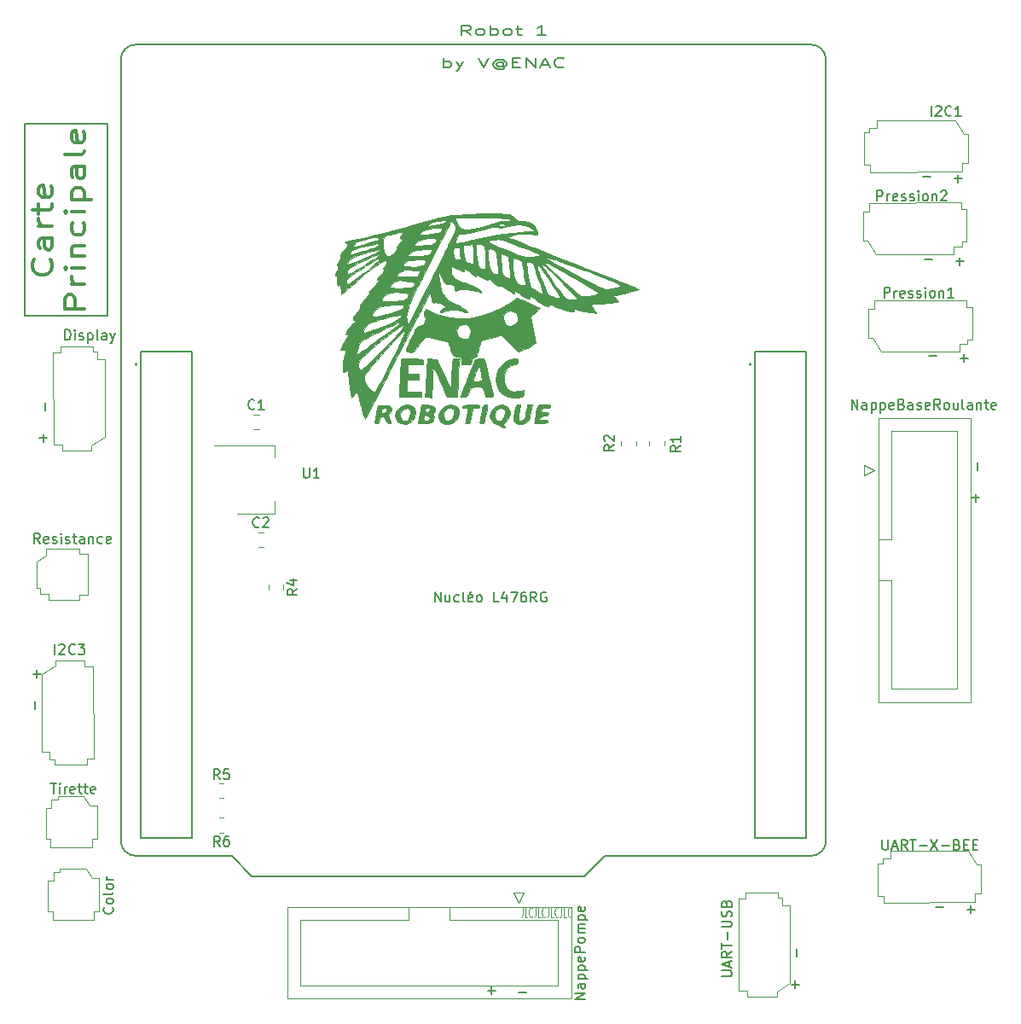
<source format=gbr>
%TF.GenerationSoftware,KiCad,Pcbnew,(6.0.1)*%
%TF.CreationDate,2022-02-03T23:43:58+01:00*%
%TF.ProjectId,CartePrincipaleR1,43617274-6550-4726-996e-636970616c65,rev?*%
%TF.SameCoordinates,Original*%
%TF.FileFunction,Legend,Top*%
%TF.FilePolarity,Positive*%
%FSLAX46Y46*%
G04 Gerber Fmt 4.6, Leading zero omitted, Abs format (unit mm)*
G04 Created by KiCad (PCBNEW (6.0.1)) date 2022-02-03 23:43:58*
%MOMM*%
%LPD*%
G01*
G04 APERTURE LIST*
%ADD10C,0.150000*%
%ADD11C,0.300000*%
%ADD12C,0.080000*%
%ADD13C,0.120000*%
%ADD14C,0.127000*%
%ADD15C,0.200000*%
%ADD16C,0.010000*%
G04 APERTURE END LIST*
D10*
X57600000Y-45800000D02*
X65800000Y-45800000D01*
X65800000Y-45800000D02*
X65800000Y-64900000D01*
X57600000Y-64900000D02*
X57600000Y-46000000D01*
X65800000Y-64900000D02*
X57600000Y-64900000D01*
X57600000Y-46000000D02*
X57600000Y-45800000D01*
X59428571Y-76619047D02*
X59428571Y-77380952D01*
X59047619Y-77000000D02*
X59809523Y-77000000D01*
X59628571Y-73519047D02*
X59628571Y-74280952D01*
X147319047Y-68871428D02*
X148080952Y-68871428D01*
X58771428Y-100780952D02*
X58771428Y-100019047D01*
X59152380Y-100400000D02*
X58390476Y-100400000D01*
X101814285Y-37042380D02*
X101314285Y-36566190D01*
X100957142Y-37042380D02*
X100957142Y-36042380D01*
X101528571Y-36042380D01*
X101671428Y-36090000D01*
X101742857Y-36137619D01*
X101814285Y-36232857D01*
X101814285Y-36375714D01*
X101742857Y-36470952D01*
X101671428Y-36518571D01*
X101528571Y-36566190D01*
X100957142Y-36566190D01*
X102671428Y-37042380D02*
X102528571Y-36994761D01*
X102457142Y-36947142D01*
X102385714Y-36851904D01*
X102385714Y-36566190D01*
X102457142Y-36470952D01*
X102528571Y-36423333D01*
X102671428Y-36375714D01*
X102885714Y-36375714D01*
X103028571Y-36423333D01*
X103100000Y-36470952D01*
X103171428Y-36566190D01*
X103171428Y-36851904D01*
X103100000Y-36947142D01*
X103028571Y-36994761D01*
X102885714Y-37042380D01*
X102671428Y-37042380D01*
X103814285Y-37042380D02*
X103814285Y-36042380D01*
X103814285Y-36423333D02*
X103957142Y-36375714D01*
X104242857Y-36375714D01*
X104385714Y-36423333D01*
X104457142Y-36470952D01*
X104528571Y-36566190D01*
X104528571Y-36851904D01*
X104457142Y-36947142D01*
X104385714Y-36994761D01*
X104242857Y-37042380D01*
X103957142Y-37042380D01*
X103814285Y-36994761D01*
X105385714Y-37042380D02*
X105242857Y-36994761D01*
X105171428Y-36947142D01*
X105100000Y-36851904D01*
X105100000Y-36566190D01*
X105171428Y-36470952D01*
X105242857Y-36423333D01*
X105385714Y-36375714D01*
X105600000Y-36375714D01*
X105742857Y-36423333D01*
X105814285Y-36470952D01*
X105885714Y-36566190D01*
X105885714Y-36851904D01*
X105814285Y-36947142D01*
X105742857Y-36994761D01*
X105600000Y-37042380D01*
X105385714Y-37042380D01*
X106314285Y-36375714D02*
X106885714Y-36375714D01*
X106528571Y-36042380D02*
X106528571Y-36899523D01*
X106600000Y-36994761D01*
X106742857Y-37042380D01*
X106885714Y-37042380D01*
X109314285Y-37042380D02*
X108457142Y-37042380D01*
X108885714Y-37042380D02*
X108885714Y-36042380D01*
X108742857Y-36185238D01*
X108600000Y-36280476D01*
X108457142Y-36328095D01*
X99171428Y-40262380D02*
X99171428Y-39262380D01*
X99171428Y-39643333D02*
X99314285Y-39595714D01*
X99600000Y-39595714D01*
X99742857Y-39643333D01*
X99814285Y-39690952D01*
X99885714Y-39786190D01*
X99885714Y-40071904D01*
X99814285Y-40167142D01*
X99742857Y-40214761D01*
X99600000Y-40262380D01*
X99314285Y-40262380D01*
X99171428Y-40214761D01*
X100385714Y-39595714D02*
X100742857Y-40262380D01*
X101100000Y-39595714D02*
X100742857Y-40262380D01*
X100600000Y-40500476D01*
X100528571Y-40548095D01*
X100385714Y-40595714D01*
X102600000Y-39262380D02*
X103100000Y-40262380D01*
X103600000Y-39262380D01*
X105028571Y-39786190D02*
X104957142Y-39738571D01*
X104814285Y-39690952D01*
X104671428Y-39690952D01*
X104528571Y-39738571D01*
X104457142Y-39786190D01*
X104385714Y-39881428D01*
X104385714Y-39976666D01*
X104457142Y-40071904D01*
X104528571Y-40119523D01*
X104671428Y-40167142D01*
X104814285Y-40167142D01*
X104957142Y-40119523D01*
X105028571Y-40071904D01*
X105028571Y-39690952D02*
X105028571Y-40071904D01*
X105100000Y-40119523D01*
X105171428Y-40119523D01*
X105314285Y-40071904D01*
X105385714Y-39976666D01*
X105385714Y-39738571D01*
X105242857Y-39595714D01*
X105028571Y-39500476D01*
X104742857Y-39452857D01*
X104457142Y-39500476D01*
X104242857Y-39595714D01*
X104100000Y-39738571D01*
X104028571Y-39929047D01*
X104100000Y-40119523D01*
X104242857Y-40262380D01*
X104457142Y-40357619D01*
X104742857Y-40405238D01*
X105028571Y-40357619D01*
X105242857Y-40262380D01*
X106028571Y-39738571D02*
X106528571Y-39738571D01*
X106742857Y-40262380D02*
X106028571Y-40262380D01*
X106028571Y-39262380D01*
X106742857Y-39262380D01*
X107385714Y-40262380D02*
X107385714Y-39262380D01*
X108242857Y-40262380D01*
X108242857Y-39262380D01*
X108885714Y-39976666D02*
X109600000Y-39976666D01*
X108742857Y-40262380D02*
X109242857Y-39262380D01*
X109742857Y-40262380D01*
X111100000Y-40167142D02*
X111028571Y-40214761D01*
X110814285Y-40262380D01*
X110671428Y-40262380D01*
X110457142Y-40214761D01*
X110314285Y-40119523D01*
X110242857Y-40024285D01*
X110171428Y-39833809D01*
X110171428Y-39690952D01*
X110242857Y-39500476D01*
X110314285Y-39405238D01*
X110457142Y-39310000D01*
X110671428Y-39262380D01*
X110814285Y-39262380D01*
X111028571Y-39310000D01*
X111100000Y-39357619D01*
D11*
X60104285Y-59269047D02*
X60199523Y-59388095D01*
X60294761Y-59745238D01*
X60294761Y-59983333D01*
X60199523Y-60340476D01*
X60009047Y-60578571D01*
X59818571Y-60697619D01*
X59437619Y-60816666D01*
X59151904Y-60816666D01*
X58770952Y-60697619D01*
X58580476Y-60578571D01*
X58390000Y-60340476D01*
X58294761Y-59983333D01*
X58294761Y-59745238D01*
X58390000Y-59388095D01*
X58485238Y-59269047D01*
X60294761Y-57126190D02*
X59247142Y-57126190D01*
X59056666Y-57245238D01*
X58961428Y-57483333D01*
X58961428Y-57959523D01*
X59056666Y-58197619D01*
X60199523Y-57126190D02*
X60294761Y-57364285D01*
X60294761Y-57959523D01*
X60199523Y-58197619D01*
X60009047Y-58316666D01*
X59818571Y-58316666D01*
X59628095Y-58197619D01*
X59532857Y-57959523D01*
X59532857Y-57364285D01*
X59437619Y-57126190D01*
X60294761Y-55935714D02*
X58961428Y-55935714D01*
X59342380Y-55935714D02*
X59151904Y-55816666D01*
X59056666Y-55697619D01*
X58961428Y-55459523D01*
X58961428Y-55221428D01*
X58961428Y-54745238D02*
X58961428Y-53792857D01*
X58294761Y-54388095D02*
X60009047Y-54388095D01*
X60199523Y-54269047D01*
X60294761Y-54030952D01*
X60294761Y-53792857D01*
X60199523Y-52007142D02*
X60294761Y-52245238D01*
X60294761Y-52721428D01*
X60199523Y-52959523D01*
X60009047Y-53078571D01*
X59247142Y-53078571D01*
X59056666Y-52959523D01*
X58961428Y-52721428D01*
X58961428Y-52245238D01*
X59056666Y-52007142D01*
X59247142Y-51888095D01*
X59437619Y-51888095D01*
X59628095Y-53078571D01*
X63514761Y-64209523D02*
X61514761Y-64209523D01*
X61514761Y-63257142D01*
X61610000Y-63019047D01*
X61705238Y-62900000D01*
X61895714Y-62780952D01*
X62181428Y-62780952D01*
X62371904Y-62900000D01*
X62467142Y-63019047D01*
X62562380Y-63257142D01*
X62562380Y-64209523D01*
X63514761Y-61709523D02*
X62181428Y-61709523D01*
X62562380Y-61709523D02*
X62371904Y-61590476D01*
X62276666Y-61471428D01*
X62181428Y-61233333D01*
X62181428Y-60995238D01*
X63514761Y-60161904D02*
X62181428Y-60161904D01*
X61514761Y-60161904D02*
X61610000Y-60280952D01*
X61705238Y-60161904D01*
X61610000Y-60042857D01*
X61514761Y-60161904D01*
X61705238Y-60161904D01*
X62181428Y-58971428D02*
X63514761Y-58971428D01*
X62371904Y-58971428D02*
X62276666Y-58852380D01*
X62181428Y-58614285D01*
X62181428Y-58257142D01*
X62276666Y-58019047D01*
X62467142Y-57900000D01*
X63514761Y-57900000D01*
X63419523Y-55638095D02*
X63514761Y-55876190D01*
X63514761Y-56352380D01*
X63419523Y-56590476D01*
X63324285Y-56709523D01*
X63133809Y-56828571D01*
X62562380Y-56828571D01*
X62371904Y-56709523D01*
X62276666Y-56590476D01*
X62181428Y-56352380D01*
X62181428Y-55876190D01*
X62276666Y-55638095D01*
X63514761Y-54566666D02*
X62181428Y-54566666D01*
X61514761Y-54566666D02*
X61610000Y-54685714D01*
X61705238Y-54566666D01*
X61610000Y-54447619D01*
X61514761Y-54566666D01*
X61705238Y-54566666D01*
X62181428Y-53376190D02*
X64181428Y-53376190D01*
X62276666Y-53376190D02*
X62181428Y-53138095D01*
X62181428Y-52661904D01*
X62276666Y-52423809D01*
X62371904Y-52304761D01*
X62562380Y-52185714D01*
X63133809Y-52185714D01*
X63324285Y-52304761D01*
X63419523Y-52423809D01*
X63514761Y-52661904D01*
X63514761Y-53138095D01*
X63419523Y-53376190D01*
X63514761Y-50042857D02*
X62467142Y-50042857D01*
X62276666Y-50161904D01*
X62181428Y-50400000D01*
X62181428Y-50876190D01*
X62276666Y-51114285D01*
X63419523Y-50042857D02*
X63514761Y-50280952D01*
X63514761Y-50876190D01*
X63419523Y-51114285D01*
X63229047Y-51233333D01*
X63038571Y-51233333D01*
X62848095Y-51114285D01*
X62752857Y-50876190D01*
X62752857Y-50280952D01*
X62657619Y-50042857D01*
X63514761Y-48495238D02*
X63419523Y-48733333D01*
X63229047Y-48852380D01*
X61514761Y-48852380D01*
X63419523Y-46590476D02*
X63514761Y-46828571D01*
X63514761Y-47304761D01*
X63419523Y-47542857D01*
X63229047Y-47661904D01*
X62467142Y-47661904D01*
X62276666Y-47542857D01*
X62181428Y-47304761D01*
X62181428Y-46828571D01*
X62276666Y-46590476D01*
X62467142Y-46471428D01*
X62657619Y-46471428D01*
X62848095Y-47661904D01*
D10*
X107380952Y-132028571D02*
X106619047Y-132028571D01*
X149819047Y-51271428D02*
X150580952Y-51271428D01*
X150200000Y-51652380D02*
X150200000Y-50890476D01*
X150419047Y-69071428D02*
X151180952Y-69071428D01*
X150800000Y-69452380D02*
X150800000Y-68690476D01*
X152128571Y-79419047D02*
X152128571Y-80180952D01*
X58571428Y-103880952D02*
X58571428Y-103119047D01*
X146919047Y-59271428D02*
X147680952Y-59271428D01*
X151119047Y-123771428D02*
X151880952Y-123771428D01*
X151500000Y-124152380D02*
X151500000Y-123390476D01*
X134228571Y-127719047D02*
X134228571Y-128480952D01*
X148019047Y-123571428D02*
X148780952Y-123571428D01*
X104280952Y-131828571D02*
X103519047Y-131828571D01*
X103900000Y-131447619D02*
X103900000Y-132209523D01*
X151928571Y-82519047D02*
X151928571Y-83280952D01*
X151547619Y-82900000D02*
X152309523Y-82900000D01*
X150019047Y-59471428D02*
X150780952Y-59471428D01*
X150400000Y-59852380D02*
X150400000Y-59090476D01*
X146719047Y-51071428D02*
X147480952Y-51071428D01*
X134028571Y-130819047D02*
X134028571Y-131580952D01*
X133647619Y-131200000D02*
X134409523Y-131200000D01*
D12*
X106990476Y-123552380D02*
X106990476Y-124266666D01*
X106966666Y-124409523D01*
X106919047Y-124504761D01*
X106847619Y-124552380D01*
X106800000Y-124552380D01*
X107466666Y-124552380D02*
X107228571Y-124552380D01*
X107228571Y-123552380D01*
X107919047Y-124457142D02*
X107895238Y-124504761D01*
X107823809Y-124552380D01*
X107776190Y-124552380D01*
X107704761Y-124504761D01*
X107657142Y-124409523D01*
X107633333Y-124314285D01*
X107609523Y-124123809D01*
X107609523Y-123980952D01*
X107633333Y-123790476D01*
X107657142Y-123695238D01*
X107704761Y-123600000D01*
X107776190Y-123552380D01*
X107823809Y-123552380D01*
X107895238Y-123600000D01*
X107919047Y-123647619D01*
X108276190Y-123552380D02*
X108276190Y-124266666D01*
X108252380Y-124409523D01*
X108204761Y-124504761D01*
X108133333Y-124552380D01*
X108085714Y-124552380D01*
X108752380Y-124552380D02*
X108514285Y-124552380D01*
X108514285Y-123552380D01*
X109204761Y-124457142D02*
X109180952Y-124504761D01*
X109109523Y-124552380D01*
X109061904Y-124552380D01*
X108990476Y-124504761D01*
X108942857Y-124409523D01*
X108919047Y-124314285D01*
X108895238Y-124123809D01*
X108895238Y-123980952D01*
X108919047Y-123790476D01*
X108942857Y-123695238D01*
X108990476Y-123600000D01*
X109061904Y-123552380D01*
X109109523Y-123552380D01*
X109180952Y-123600000D01*
X109204761Y-123647619D01*
X109561904Y-123552380D02*
X109561904Y-124266666D01*
X109538095Y-124409523D01*
X109490476Y-124504761D01*
X109419047Y-124552380D01*
X109371428Y-124552380D01*
X110038095Y-124552380D02*
X109800000Y-124552380D01*
X109800000Y-123552380D01*
X110490476Y-124457142D02*
X110466666Y-124504761D01*
X110395238Y-124552380D01*
X110347619Y-124552380D01*
X110276190Y-124504761D01*
X110228571Y-124409523D01*
X110204761Y-124314285D01*
X110180952Y-124123809D01*
X110180952Y-123980952D01*
X110204761Y-123790476D01*
X110228571Y-123695238D01*
X110276190Y-123600000D01*
X110347619Y-123552380D01*
X110395238Y-123552380D01*
X110466666Y-123600000D01*
X110490476Y-123647619D01*
X110847619Y-123552380D02*
X110847619Y-124266666D01*
X110823809Y-124409523D01*
X110776190Y-124504761D01*
X110704761Y-124552380D01*
X110657142Y-124552380D01*
X111323809Y-124552380D02*
X111085714Y-124552380D01*
X111085714Y-123552380D01*
X111776190Y-124457142D02*
X111752380Y-124504761D01*
X111680952Y-124552380D01*
X111633333Y-124552380D01*
X111561904Y-124504761D01*
X111514285Y-124409523D01*
X111490476Y-124314285D01*
X111466666Y-124123809D01*
X111466666Y-123980952D01*
X111490476Y-123790476D01*
X111514285Y-123695238D01*
X111561904Y-123600000D01*
X111633333Y-123552380D01*
X111680952Y-123552380D01*
X111752380Y-123600000D01*
X111776190Y-123647619D01*
D10*
%TO.C,R1*%
X122652380Y-77766666D02*
X122176190Y-78100000D01*
X122652380Y-78338095D02*
X121652380Y-78338095D01*
X121652380Y-77957142D01*
X121700000Y-77861904D01*
X121747619Y-77814285D01*
X121842857Y-77766666D01*
X121985714Y-77766666D01*
X122080952Y-77814285D01*
X122128571Y-77861904D01*
X122176190Y-77957142D01*
X122176190Y-78338095D01*
X122652380Y-76814285D02*
X122652380Y-77385714D01*
X122652380Y-77100000D02*
X121652380Y-77100000D01*
X121795238Y-77195238D01*
X121890476Y-77290476D01*
X121938095Y-77385714D01*
%TO.C,UART-X-BEE*%
X142685714Y-116852380D02*
X142685714Y-117661904D01*
X142733333Y-117757142D01*
X142780952Y-117804761D01*
X142876190Y-117852380D01*
X143066666Y-117852380D01*
X143161904Y-117804761D01*
X143209523Y-117757142D01*
X143257142Y-117661904D01*
X143257142Y-116852380D01*
X143685714Y-117566666D02*
X144161904Y-117566666D01*
X143590476Y-117852380D02*
X143923809Y-116852380D01*
X144257142Y-117852380D01*
X145161904Y-117852380D02*
X144828571Y-117376190D01*
X144590476Y-117852380D02*
X144590476Y-116852380D01*
X144971428Y-116852380D01*
X145066666Y-116900000D01*
X145114285Y-116947619D01*
X145161904Y-117042857D01*
X145161904Y-117185714D01*
X145114285Y-117280952D01*
X145066666Y-117328571D01*
X144971428Y-117376190D01*
X144590476Y-117376190D01*
X145447619Y-116852380D02*
X146019047Y-116852380D01*
X145733333Y-117852380D02*
X145733333Y-116852380D01*
X146352380Y-117471428D02*
X147114285Y-117471428D01*
X147495238Y-116852380D02*
X148161904Y-117852380D01*
X148161904Y-116852380D02*
X147495238Y-117852380D01*
X148542857Y-117471428D02*
X149304761Y-117471428D01*
X150114285Y-117328571D02*
X150257142Y-117376190D01*
X150304761Y-117423809D01*
X150352380Y-117519047D01*
X150352380Y-117661904D01*
X150304761Y-117757142D01*
X150257142Y-117804761D01*
X150161904Y-117852380D01*
X149780952Y-117852380D01*
X149780952Y-116852380D01*
X150114285Y-116852380D01*
X150209523Y-116900000D01*
X150257142Y-116947619D01*
X150304761Y-117042857D01*
X150304761Y-117138095D01*
X150257142Y-117233333D01*
X150209523Y-117280952D01*
X150114285Y-117328571D01*
X149780952Y-117328571D01*
X150780952Y-117328571D02*
X151114285Y-117328571D01*
X151257142Y-117852380D02*
X150780952Y-117852380D01*
X150780952Y-116852380D01*
X151257142Y-116852380D01*
X151685714Y-117328571D02*
X152019047Y-117328571D01*
X152161904Y-117852380D02*
X151685714Y-117852380D01*
X151685714Y-116852380D01*
X152161904Y-116852380D01*
%TO.C,C1*%
X80383333Y-74077142D02*
X80335714Y-74124761D01*
X80192857Y-74172380D01*
X80097619Y-74172380D01*
X79954761Y-74124761D01*
X79859523Y-74029523D01*
X79811904Y-73934285D01*
X79764285Y-73743809D01*
X79764285Y-73600952D01*
X79811904Y-73410476D01*
X79859523Y-73315238D01*
X79954761Y-73220000D01*
X80097619Y-73172380D01*
X80192857Y-73172380D01*
X80335714Y-73220000D01*
X80383333Y-73267619D01*
X81335714Y-74172380D02*
X80764285Y-74172380D01*
X81050000Y-74172380D02*
X81050000Y-73172380D01*
X80954761Y-73315238D01*
X80859523Y-73410476D01*
X80764285Y-73458095D01*
%TO.C,Pression2*%
X142171428Y-53452380D02*
X142171428Y-52452380D01*
X142552380Y-52452380D01*
X142647619Y-52500000D01*
X142695238Y-52547619D01*
X142742857Y-52642857D01*
X142742857Y-52785714D01*
X142695238Y-52880952D01*
X142647619Y-52928571D01*
X142552380Y-52976190D01*
X142171428Y-52976190D01*
X143171428Y-53452380D02*
X143171428Y-52785714D01*
X143171428Y-52976190D02*
X143219047Y-52880952D01*
X143266666Y-52833333D01*
X143361904Y-52785714D01*
X143457142Y-52785714D01*
X144171428Y-53404761D02*
X144076190Y-53452380D01*
X143885714Y-53452380D01*
X143790476Y-53404761D01*
X143742857Y-53309523D01*
X143742857Y-52928571D01*
X143790476Y-52833333D01*
X143885714Y-52785714D01*
X144076190Y-52785714D01*
X144171428Y-52833333D01*
X144219047Y-52928571D01*
X144219047Y-53023809D01*
X143742857Y-53119047D01*
X144600000Y-53404761D02*
X144695238Y-53452380D01*
X144885714Y-53452380D01*
X144980952Y-53404761D01*
X145028571Y-53309523D01*
X145028571Y-53261904D01*
X144980952Y-53166666D01*
X144885714Y-53119047D01*
X144742857Y-53119047D01*
X144647619Y-53071428D01*
X144600000Y-52976190D01*
X144600000Y-52928571D01*
X144647619Y-52833333D01*
X144742857Y-52785714D01*
X144885714Y-52785714D01*
X144980952Y-52833333D01*
X145409523Y-53404761D02*
X145504761Y-53452380D01*
X145695238Y-53452380D01*
X145790476Y-53404761D01*
X145838095Y-53309523D01*
X145838095Y-53261904D01*
X145790476Y-53166666D01*
X145695238Y-53119047D01*
X145552380Y-53119047D01*
X145457142Y-53071428D01*
X145409523Y-52976190D01*
X145409523Y-52928571D01*
X145457142Y-52833333D01*
X145552380Y-52785714D01*
X145695238Y-52785714D01*
X145790476Y-52833333D01*
X146266666Y-53452380D02*
X146266666Y-52785714D01*
X146266666Y-52452380D02*
X146219047Y-52500000D01*
X146266666Y-52547619D01*
X146314285Y-52500000D01*
X146266666Y-52452380D01*
X146266666Y-52547619D01*
X146885714Y-53452380D02*
X146790476Y-53404761D01*
X146742857Y-53357142D01*
X146695238Y-53261904D01*
X146695238Y-52976190D01*
X146742857Y-52880952D01*
X146790476Y-52833333D01*
X146885714Y-52785714D01*
X147028571Y-52785714D01*
X147123809Y-52833333D01*
X147171428Y-52880952D01*
X147219047Y-52976190D01*
X147219047Y-53261904D01*
X147171428Y-53357142D01*
X147123809Y-53404761D01*
X147028571Y-53452380D01*
X146885714Y-53452380D01*
X147647619Y-52785714D02*
X147647619Y-53452380D01*
X147647619Y-52880952D02*
X147695238Y-52833333D01*
X147790476Y-52785714D01*
X147933333Y-52785714D01*
X148028571Y-52833333D01*
X148076190Y-52928571D01*
X148076190Y-53452380D01*
X148504761Y-52547619D02*
X148552380Y-52500000D01*
X148647619Y-52452380D01*
X148885714Y-52452380D01*
X148980952Y-52500000D01*
X149028571Y-52547619D01*
X149076190Y-52642857D01*
X149076190Y-52738095D01*
X149028571Y-52880952D01*
X148457142Y-53452380D01*
X149076190Y-53452380D01*
%TO.C,I2C1*%
X147547619Y-45052380D02*
X147547619Y-44052380D01*
X147976190Y-44147619D02*
X148023809Y-44100000D01*
X148119047Y-44052380D01*
X148357142Y-44052380D01*
X148452380Y-44100000D01*
X148500000Y-44147619D01*
X148547619Y-44242857D01*
X148547619Y-44338095D01*
X148500000Y-44480952D01*
X147928571Y-45052380D01*
X148547619Y-45052380D01*
X149547619Y-44957142D02*
X149500000Y-45004761D01*
X149357142Y-45052380D01*
X149261904Y-45052380D01*
X149119047Y-45004761D01*
X149023809Y-44909523D01*
X148976190Y-44814285D01*
X148928571Y-44623809D01*
X148928571Y-44480952D01*
X148976190Y-44290476D01*
X149023809Y-44195238D01*
X149119047Y-44100000D01*
X149261904Y-44052380D01*
X149357142Y-44052380D01*
X149500000Y-44100000D01*
X149547619Y-44147619D01*
X150500000Y-45052380D02*
X149928571Y-45052380D01*
X150214285Y-45052380D02*
X150214285Y-44052380D01*
X150119047Y-44195238D01*
X150023809Y-44290476D01*
X149928571Y-44338095D01*
%TO.C,U1*%
X85238095Y-79952380D02*
X85238095Y-80761904D01*
X85285714Y-80857142D01*
X85333333Y-80904761D01*
X85428571Y-80952380D01*
X85619047Y-80952380D01*
X85714285Y-80904761D01*
X85761904Y-80857142D01*
X85809523Y-80761904D01*
X85809523Y-79952380D01*
X86809523Y-80952380D02*
X86238095Y-80952380D01*
X86523809Y-80952380D02*
X86523809Y-79952380D01*
X86428571Y-80095238D01*
X86333333Y-80190476D01*
X86238095Y-80238095D01*
%TO.C,Display*%
X61547619Y-67252380D02*
X61547619Y-66252380D01*
X61785714Y-66252380D01*
X61928571Y-66300000D01*
X62023809Y-66395238D01*
X62071428Y-66490476D01*
X62119047Y-66680952D01*
X62119047Y-66823809D01*
X62071428Y-67014285D01*
X62023809Y-67109523D01*
X61928571Y-67204761D01*
X61785714Y-67252380D01*
X61547619Y-67252380D01*
X62547619Y-67252380D02*
X62547619Y-66585714D01*
X62547619Y-66252380D02*
X62500000Y-66300000D01*
X62547619Y-66347619D01*
X62595238Y-66300000D01*
X62547619Y-66252380D01*
X62547619Y-66347619D01*
X62976190Y-67204761D02*
X63071428Y-67252380D01*
X63261904Y-67252380D01*
X63357142Y-67204761D01*
X63404761Y-67109523D01*
X63404761Y-67061904D01*
X63357142Y-66966666D01*
X63261904Y-66919047D01*
X63119047Y-66919047D01*
X63023809Y-66871428D01*
X62976190Y-66776190D01*
X62976190Y-66728571D01*
X63023809Y-66633333D01*
X63119047Y-66585714D01*
X63261904Y-66585714D01*
X63357142Y-66633333D01*
X63833333Y-66585714D02*
X63833333Y-67585714D01*
X63833333Y-66633333D02*
X63928571Y-66585714D01*
X64119047Y-66585714D01*
X64214285Y-66633333D01*
X64261904Y-66680952D01*
X64309523Y-66776190D01*
X64309523Y-67061904D01*
X64261904Y-67157142D01*
X64214285Y-67204761D01*
X64119047Y-67252380D01*
X63928571Y-67252380D01*
X63833333Y-67204761D01*
X64880952Y-67252380D02*
X64785714Y-67204761D01*
X64738095Y-67109523D01*
X64738095Y-66252380D01*
X65690476Y-67252380D02*
X65690476Y-66728571D01*
X65642857Y-66633333D01*
X65547619Y-66585714D01*
X65357142Y-66585714D01*
X65261904Y-66633333D01*
X65690476Y-67204761D02*
X65595238Y-67252380D01*
X65357142Y-67252380D01*
X65261904Y-67204761D01*
X65214285Y-67109523D01*
X65214285Y-67014285D01*
X65261904Y-66919047D01*
X65357142Y-66871428D01*
X65595238Y-66871428D01*
X65690476Y-66823809D01*
X66071428Y-66585714D02*
X66309523Y-67252380D01*
X66547619Y-66585714D02*
X66309523Y-67252380D01*
X66214285Y-67490476D01*
X66166666Y-67538095D01*
X66071428Y-67585714D01*
%TO.C,Pression1*%
X142871428Y-63052380D02*
X142871428Y-62052380D01*
X143252380Y-62052380D01*
X143347619Y-62100000D01*
X143395238Y-62147619D01*
X143442857Y-62242857D01*
X143442857Y-62385714D01*
X143395238Y-62480952D01*
X143347619Y-62528571D01*
X143252380Y-62576190D01*
X142871428Y-62576190D01*
X143871428Y-63052380D02*
X143871428Y-62385714D01*
X143871428Y-62576190D02*
X143919047Y-62480952D01*
X143966666Y-62433333D01*
X144061904Y-62385714D01*
X144157142Y-62385714D01*
X144871428Y-63004761D02*
X144776190Y-63052380D01*
X144585714Y-63052380D01*
X144490476Y-63004761D01*
X144442857Y-62909523D01*
X144442857Y-62528571D01*
X144490476Y-62433333D01*
X144585714Y-62385714D01*
X144776190Y-62385714D01*
X144871428Y-62433333D01*
X144919047Y-62528571D01*
X144919047Y-62623809D01*
X144442857Y-62719047D01*
X145300000Y-63004761D02*
X145395238Y-63052380D01*
X145585714Y-63052380D01*
X145680952Y-63004761D01*
X145728571Y-62909523D01*
X145728571Y-62861904D01*
X145680952Y-62766666D01*
X145585714Y-62719047D01*
X145442857Y-62719047D01*
X145347619Y-62671428D01*
X145300000Y-62576190D01*
X145300000Y-62528571D01*
X145347619Y-62433333D01*
X145442857Y-62385714D01*
X145585714Y-62385714D01*
X145680952Y-62433333D01*
X146109523Y-63004761D02*
X146204761Y-63052380D01*
X146395238Y-63052380D01*
X146490476Y-63004761D01*
X146538095Y-62909523D01*
X146538095Y-62861904D01*
X146490476Y-62766666D01*
X146395238Y-62719047D01*
X146252380Y-62719047D01*
X146157142Y-62671428D01*
X146109523Y-62576190D01*
X146109523Y-62528571D01*
X146157142Y-62433333D01*
X146252380Y-62385714D01*
X146395238Y-62385714D01*
X146490476Y-62433333D01*
X146966666Y-63052380D02*
X146966666Y-62385714D01*
X146966666Y-62052380D02*
X146919047Y-62100000D01*
X146966666Y-62147619D01*
X147014285Y-62100000D01*
X146966666Y-62052380D01*
X146966666Y-62147619D01*
X147585714Y-63052380D02*
X147490476Y-63004761D01*
X147442857Y-62957142D01*
X147395238Y-62861904D01*
X147395238Y-62576190D01*
X147442857Y-62480952D01*
X147490476Y-62433333D01*
X147585714Y-62385714D01*
X147728571Y-62385714D01*
X147823809Y-62433333D01*
X147871428Y-62480952D01*
X147919047Y-62576190D01*
X147919047Y-62861904D01*
X147871428Y-62957142D01*
X147823809Y-63004761D01*
X147728571Y-63052380D01*
X147585714Y-63052380D01*
X148347619Y-62385714D02*
X148347619Y-63052380D01*
X148347619Y-62480952D02*
X148395238Y-62433333D01*
X148490476Y-62385714D01*
X148633333Y-62385714D01*
X148728571Y-62433333D01*
X148776190Y-62528571D01*
X148776190Y-63052380D01*
X149776190Y-63052380D02*
X149204761Y-63052380D01*
X149490476Y-63052380D02*
X149490476Y-62052380D01*
X149395238Y-62195238D01*
X149300000Y-62290476D01*
X149204761Y-62338095D01*
%TO.C,C2*%
X80833333Y-85777142D02*
X80785714Y-85824761D01*
X80642857Y-85872380D01*
X80547619Y-85872380D01*
X80404761Y-85824761D01*
X80309523Y-85729523D01*
X80261904Y-85634285D01*
X80214285Y-85443809D01*
X80214285Y-85300952D01*
X80261904Y-85110476D01*
X80309523Y-85015238D01*
X80404761Y-84920000D01*
X80547619Y-84872380D01*
X80642857Y-84872380D01*
X80785714Y-84920000D01*
X80833333Y-84967619D01*
X81214285Y-84967619D02*
X81261904Y-84920000D01*
X81357142Y-84872380D01*
X81595238Y-84872380D01*
X81690476Y-84920000D01*
X81738095Y-84967619D01*
X81785714Y-85062857D01*
X81785714Y-85158095D01*
X81738095Y-85300952D01*
X81166666Y-85872380D01*
X81785714Y-85872380D01*
%TO.C,R6*%
X76933333Y-117502380D02*
X76600000Y-117026190D01*
X76361904Y-117502380D02*
X76361904Y-116502380D01*
X76742857Y-116502380D01*
X76838095Y-116550000D01*
X76885714Y-116597619D01*
X76933333Y-116692857D01*
X76933333Y-116835714D01*
X76885714Y-116930952D01*
X76838095Y-116978571D01*
X76742857Y-117026190D01*
X76361904Y-117026190D01*
X77790476Y-116502380D02*
X77600000Y-116502380D01*
X77504761Y-116550000D01*
X77457142Y-116597619D01*
X77361904Y-116740476D01*
X77314285Y-116930952D01*
X77314285Y-117311904D01*
X77361904Y-117407142D01*
X77409523Y-117454761D01*
X77504761Y-117502380D01*
X77695238Y-117502380D01*
X77790476Y-117454761D01*
X77838095Y-117407142D01*
X77885714Y-117311904D01*
X77885714Y-117073809D01*
X77838095Y-116978571D01*
X77790476Y-116930952D01*
X77695238Y-116883333D01*
X77504761Y-116883333D01*
X77409523Y-116930952D01*
X77361904Y-116978571D01*
X77314285Y-117073809D01*
%TO.C,Nucl\u00E9o L476RG*%
X98276190Y-93252380D02*
X98276190Y-92252380D01*
X98847619Y-93252380D01*
X98847619Y-92252380D01*
X99752380Y-92585714D02*
X99752380Y-93252380D01*
X99323809Y-92585714D02*
X99323809Y-93109523D01*
X99371428Y-93204761D01*
X99466666Y-93252380D01*
X99609523Y-93252380D01*
X99704761Y-93204761D01*
X99752380Y-93157142D01*
X100657142Y-93204761D02*
X100561904Y-93252380D01*
X100371428Y-93252380D01*
X100276190Y-93204761D01*
X100228571Y-93157142D01*
X100180952Y-93061904D01*
X100180952Y-92776190D01*
X100228571Y-92680952D01*
X100276190Y-92633333D01*
X100371428Y-92585714D01*
X100561904Y-92585714D01*
X100657142Y-92633333D01*
X101228571Y-93252380D02*
X101133333Y-93204761D01*
X101085714Y-93109523D01*
X101085714Y-92252380D01*
X101990476Y-93204761D02*
X101895238Y-93252380D01*
X101704761Y-93252380D01*
X101609523Y-93204761D01*
X101561904Y-93109523D01*
X101561904Y-92728571D01*
X101609523Y-92633333D01*
X101704761Y-92585714D01*
X101895238Y-92585714D01*
X101990476Y-92633333D01*
X102038095Y-92728571D01*
X102038095Y-92823809D01*
X101561904Y-92919047D01*
X101895238Y-92204761D02*
X101752380Y-92347619D01*
X102609523Y-93252380D02*
X102514285Y-93204761D01*
X102466666Y-93157142D01*
X102419047Y-93061904D01*
X102419047Y-92776190D01*
X102466666Y-92680952D01*
X102514285Y-92633333D01*
X102609523Y-92585714D01*
X102752380Y-92585714D01*
X102847619Y-92633333D01*
X102895238Y-92680952D01*
X102942857Y-92776190D01*
X102942857Y-93061904D01*
X102895238Y-93157142D01*
X102847619Y-93204761D01*
X102752380Y-93252380D01*
X102609523Y-93252380D01*
X104609523Y-93252380D02*
X104133333Y-93252380D01*
X104133333Y-92252380D01*
X105371428Y-92585714D02*
X105371428Y-93252380D01*
X105133333Y-92204761D02*
X104895238Y-92919047D01*
X105514285Y-92919047D01*
X105800000Y-92252380D02*
X106466666Y-92252380D01*
X106038095Y-93252380D01*
X107276190Y-92252380D02*
X107085714Y-92252380D01*
X106990476Y-92300000D01*
X106942857Y-92347619D01*
X106847619Y-92490476D01*
X106800000Y-92680952D01*
X106800000Y-93061904D01*
X106847619Y-93157142D01*
X106895238Y-93204761D01*
X106990476Y-93252380D01*
X107180952Y-93252380D01*
X107276190Y-93204761D01*
X107323809Y-93157142D01*
X107371428Y-93061904D01*
X107371428Y-92823809D01*
X107323809Y-92728571D01*
X107276190Y-92680952D01*
X107180952Y-92633333D01*
X106990476Y-92633333D01*
X106895238Y-92680952D01*
X106847619Y-92728571D01*
X106800000Y-92823809D01*
X108371428Y-93252380D02*
X108038095Y-92776190D01*
X107800000Y-93252380D02*
X107800000Y-92252380D01*
X108180952Y-92252380D01*
X108276190Y-92300000D01*
X108323809Y-92347619D01*
X108371428Y-92442857D01*
X108371428Y-92585714D01*
X108323809Y-92680952D01*
X108276190Y-92728571D01*
X108180952Y-92776190D01*
X107800000Y-92776190D01*
X109323809Y-92300000D02*
X109228571Y-92252380D01*
X109085714Y-92252380D01*
X108942857Y-92300000D01*
X108847619Y-92395238D01*
X108800000Y-92490476D01*
X108752380Y-92680952D01*
X108752380Y-92823809D01*
X108800000Y-93014285D01*
X108847619Y-93109523D01*
X108942857Y-93204761D01*
X109085714Y-93252380D01*
X109180952Y-93252380D01*
X109323809Y-93204761D01*
X109371428Y-93157142D01*
X109371428Y-92823809D01*
X109180952Y-92823809D01*
%TO.C,Resistance*%
X59085714Y-87452380D02*
X58752380Y-86976190D01*
X58514285Y-87452380D02*
X58514285Y-86452380D01*
X58895238Y-86452380D01*
X58990476Y-86500000D01*
X59038095Y-86547619D01*
X59085714Y-86642857D01*
X59085714Y-86785714D01*
X59038095Y-86880952D01*
X58990476Y-86928571D01*
X58895238Y-86976190D01*
X58514285Y-86976190D01*
X59895238Y-87404761D02*
X59800000Y-87452380D01*
X59609523Y-87452380D01*
X59514285Y-87404761D01*
X59466666Y-87309523D01*
X59466666Y-86928571D01*
X59514285Y-86833333D01*
X59609523Y-86785714D01*
X59800000Y-86785714D01*
X59895238Y-86833333D01*
X59942857Y-86928571D01*
X59942857Y-87023809D01*
X59466666Y-87119047D01*
X60323809Y-87404761D02*
X60419047Y-87452380D01*
X60609523Y-87452380D01*
X60704761Y-87404761D01*
X60752380Y-87309523D01*
X60752380Y-87261904D01*
X60704761Y-87166666D01*
X60609523Y-87119047D01*
X60466666Y-87119047D01*
X60371428Y-87071428D01*
X60323809Y-86976190D01*
X60323809Y-86928571D01*
X60371428Y-86833333D01*
X60466666Y-86785714D01*
X60609523Y-86785714D01*
X60704761Y-86833333D01*
X61180952Y-87452380D02*
X61180952Y-86785714D01*
X61180952Y-86452380D02*
X61133333Y-86500000D01*
X61180952Y-86547619D01*
X61228571Y-86500000D01*
X61180952Y-86452380D01*
X61180952Y-86547619D01*
X61609523Y-87404761D02*
X61704761Y-87452380D01*
X61895238Y-87452380D01*
X61990476Y-87404761D01*
X62038095Y-87309523D01*
X62038095Y-87261904D01*
X61990476Y-87166666D01*
X61895238Y-87119047D01*
X61752380Y-87119047D01*
X61657142Y-87071428D01*
X61609523Y-86976190D01*
X61609523Y-86928571D01*
X61657142Y-86833333D01*
X61752380Y-86785714D01*
X61895238Y-86785714D01*
X61990476Y-86833333D01*
X62323809Y-86785714D02*
X62704761Y-86785714D01*
X62466666Y-86452380D02*
X62466666Y-87309523D01*
X62514285Y-87404761D01*
X62609523Y-87452380D01*
X62704761Y-87452380D01*
X63466666Y-87452380D02*
X63466666Y-86928571D01*
X63419047Y-86833333D01*
X63323809Y-86785714D01*
X63133333Y-86785714D01*
X63038095Y-86833333D01*
X63466666Y-87404761D02*
X63371428Y-87452380D01*
X63133333Y-87452380D01*
X63038095Y-87404761D01*
X62990476Y-87309523D01*
X62990476Y-87214285D01*
X63038095Y-87119047D01*
X63133333Y-87071428D01*
X63371428Y-87071428D01*
X63466666Y-87023809D01*
X63942857Y-86785714D02*
X63942857Y-87452380D01*
X63942857Y-86880952D02*
X63990476Y-86833333D01*
X64085714Y-86785714D01*
X64228571Y-86785714D01*
X64323809Y-86833333D01*
X64371428Y-86928571D01*
X64371428Y-87452380D01*
X65276190Y-87404761D02*
X65180952Y-87452380D01*
X64990476Y-87452380D01*
X64895238Y-87404761D01*
X64847619Y-87357142D01*
X64800000Y-87261904D01*
X64800000Y-86976190D01*
X64847619Y-86880952D01*
X64895238Y-86833333D01*
X64990476Y-86785714D01*
X65180952Y-86785714D01*
X65276190Y-86833333D01*
X66085714Y-87404761D02*
X65990476Y-87452380D01*
X65800000Y-87452380D01*
X65704761Y-87404761D01*
X65657142Y-87309523D01*
X65657142Y-86928571D01*
X65704761Y-86833333D01*
X65800000Y-86785714D01*
X65990476Y-86785714D01*
X66085714Y-86833333D01*
X66133333Y-86928571D01*
X66133333Y-87023809D01*
X65657142Y-87119047D01*
%TO.C,UART-USB*%
X126752380Y-130414285D02*
X127561904Y-130414285D01*
X127657142Y-130366666D01*
X127704761Y-130319047D01*
X127752380Y-130223809D01*
X127752380Y-130033333D01*
X127704761Y-129938095D01*
X127657142Y-129890476D01*
X127561904Y-129842857D01*
X126752380Y-129842857D01*
X127466666Y-129414285D02*
X127466666Y-128938095D01*
X127752380Y-129509523D02*
X126752380Y-129176190D01*
X127752380Y-128842857D01*
X127752380Y-127938095D02*
X127276190Y-128271428D01*
X127752380Y-128509523D02*
X126752380Y-128509523D01*
X126752380Y-128128571D01*
X126800000Y-128033333D01*
X126847619Y-127985714D01*
X126942857Y-127938095D01*
X127085714Y-127938095D01*
X127180952Y-127985714D01*
X127228571Y-128033333D01*
X127276190Y-128128571D01*
X127276190Y-128509523D01*
X126752380Y-127652380D02*
X126752380Y-127080952D01*
X127752380Y-127366666D02*
X126752380Y-127366666D01*
X127371428Y-126747619D02*
X127371428Y-125985714D01*
X126752380Y-125509523D02*
X127561904Y-125509523D01*
X127657142Y-125461904D01*
X127704761Y-125414285D01*
X127752380Y-125319047D01*
X127752380Y-125128571D01*
X127704761Y-125033333D01*
X127657142Y-124985714D01*
X127561904Y-124938095D01*
X126752380Y-124938095D01*
X127704761Y-124509523D02*
X127752380Y-124366666D01*
X127752380Y-124128571D01*
X127704761Y-124033333D01*
X127657142Y-123985714D01*
X127561904Y-123938095D01*
X127466666Y-123938095D01*
X127371428Y-123985714D01*
X127323809Y-124033333D01*
X127276190Y-124128571D01*
X127228571Y-124319047D01*
X127180952Y-124414285D01*
X127133333Y-124461904D01*
X127038095Y-124509523D01*
X126942857Y-124509523D01*
X126847619Y-124461904D01*
X126800000Y-124414285D01*
X126752380Y-124319047D01*
X126752380Y-124080952D01*
X126800000Y-123938095D01*
X127228571Y-123176190D02*
X127276190Y-123033333D01*
X127323809Y-122985714D01*
X127419047Y-122938095D01*
X127561904Y-122938095D01*
X127657142Y-122985714D01*
X127704761Y-123033333D01*
X127752380Y-123128571D01*
X127752380Y-123509523D01*
X126752380Y-123509523D01*
X126752380Y-123176190D01*
X126800000Y-123080952D01*
X126847619Y-123033333D01*
X126942857Y-122985714D01*
X127038095Y-122985714D01*
X127133333Y-123033333D01*
X127180952Y-123080952D01*
X127228571Y-123176190D01*
X127228571Y-123509523D01*
%TO.C,Tirette*%
X60138095Y-111252380D02*
X60709523Y-111252380D01*
X60423809Y-112252380D02*
X60423809Y-111252380D01*
X61042857Y-112252380D02*
X61042857Y-111585714D01*
X61042857Y-111252380D02*
X60995238Y-111300000D01*
X61042857Y-111347619D01*
X61090476Y-111300000D01*
X61042857Y-111252380D01*
X61042857Y-111347619D01*
X61519047Y-112252380D02*
X61519047Y-111585714D01*
X61519047Y-111776190D02*
X61566666Y-111680952D01*
X61614285Y-111633333D01*
X61709523Y-111585714D01*
X61804761Y-111585714D01*
X62519047Y-112204761D02*
X62423809Y-112252380D01*
X62233333Y-112252380D01*
X62138095Y-112204761D01*
X62090476Y-112109523D01*
X62090476Y-111728571D01*
X62138095Y-111633333D01*
X62233333Y-111585714D01*
X62423809Y-111585714D01*
X62519047Y-111633333D01*
X62566666Y-111728571D01*
X62566666Y-111823809D01*
X62090476Y-111919047D01*
X62852380Y-111585714D02*
X63233333Y-111585714D01*
X62995238Y-111252380D02*
X62995238Y-112109523D01*
X63042857Y-112204761D01*
X63138095Y-112252380D01*
X63233333Y-112252380D01*
X63423809Y-111585714D02*
X63804761Y-111585714D01*
X63566666Y-111252380D02*
X63566666Y-112109523D01*
X63614285Y-112204761D01*
X63709523Y-112252380D01*
X63804761Y-112252380D01*
X64519047Y-112204761D02*
X64423809Y-112252380D01*
X64233333Y-112252380D01*
X64138095Y-112204761D01*
X64090476Y-112109523D01*
X64090476Y-111728571D01*
X64138095Y-111633333D01*
X64233333Y-111585714D01*
X64423809Y-111585714D01*
X64519047Y-111633333D01*
X64566666Y-111728571D01*
X64566666Y-111823809D01*
X64090476Y-111919047D01*
%TO.C,R4*%
X84602380Y-91966666D02*
X84126190Y-92300000D01*
X84602380Y-92538095D02*
X83602380Y-92538095D01*
X83602380Y-92157142D01*
X83650000Y-92061904D01*
X83697619Y-92014285D01*
X83792857Y-91966666D01*
X83935714Y-91966666D01*
X84030952Y-92014285D01*
X84078571Y-92061904D01*
X84126190Y-92157142D01*
X84126190Y-92538095D01*
X83935714Y-91109523D02*
X84602380Y-91109523D01*
X83554761Y-91347619D02*
X84269047Y-91585714D01*
X84269047Y-90966666D01*
%TO.C,NappePompe*%
X113152380Y-132641428D02*
X112152380Y-132641428D01*
X113152380Y-132070000D01*
X112152380Y-132070000D01*
X113152380Y-131165238D02*
X112628571Y-131165238D01*
X112533333Y-131212857D01*
X112485714Y-131308095D01*
X112485714Y-131498571D01*
X112533333Y-131593809D01*
X113104761Y-131165238D02*
X113152380Y-131260476D01*
X113152380Y-131498571D01*
X113104761Y-131593809D01*
X113009523Y-131641428D01*
X112914285Y-131641428D01*
X112819047Y-131593809D01*
X112771428Y-131498571D01*
X112771428Y-131260476D01*
X112723809Y-131165238D01*
X112485714Y-130689047D02*
X113485714Y-130689047D01*
X112533333Y-130689047D02*
X112485714Y-130593809D01*
X112485714Y-130403333D01*
X112533333Y-130308095D01*
X112580952Y-130260476D01*
X112676190Y-130212857D01*
X112961904Y-130212857D01*
X113057142Y-130260476D01*
X113104761Y-130308095D01*
X113152380Y-130403333D01*
X113152380Y-130593809D01*
X113104761Y-130689047D01*
X112485714Y-129784285D02*
X113485714Y-129784285D01*
X112533333Y-129784285D02*
X112485714Y-129689047D01*
X112485714Y-129498571D01*
X112533333Y-129403333D01*
X112580952Y-129355714D01*
X112676190Y-129308095D01*
X112961904Y-129308095D01*
X113057142Y-129355714D01*
X113104761Y-129403333D01*
X113152380Y-129498571D01*
X113152380Y-129689047D01*
X113104761Y-129784285D01*
X113104761Y-128498571D02*
X113152380Y-128593809D01*
X113152380Y-128784285D01*
X113104761Y-128879523D01*
X113009523Y-128927142D01*
X112628571Y-128927142D01*
X112533333Y-128879523D01*
X112485714Y-128784285D01*
X112485714Y-128593809D01*
X112533333Y-128498571D01*
X112628571Y-128450952D01*
X112723809Y-128450952D01*
X112819047Y-128927142D01*
X113152380Y-128022380D02*
X112152380Y-128022380D01*
X112152380Y-127641428D01*
X112200000Y-127546190D01*
X112247619Y-127498571D01*
X112342857Y-127450952D01*
X112485714Y-127450952D01*
X112580952Y-127498571D01*
X112628571Y-127546190D01*
X112676190Y-127641428D01*
X112676190Y-128022380D01*
X113152380Y-126879523D02*
X113104761Y-126974761D01*
X113057142Y-127022380D01*
X112961904Y-127070000D01*
X112676190Y-127070000D01*
X112580952Y-127022380D01*
X112533333Y-126974761D01*
X112485714Y-126879523D01*
X112485714Y-126736666D01*
X112533333Y-126641428D01*
X112580952Y-126593809D01*
X112676190Y-126546190D01*
X112961904Y-126546190D01*
X113057142Y-126593809D01*
X113104761Y-126641428D01*
X113152380Y-126736666D01*
X113152380Y-126879523D01*
X113152380Y-126117619D02*
X112485714Y-126117619D01*
X112580952Y-126117619D02*
X112533333Y-126070000D01*
X112485714Y-125974761D01*
X112485714Y-125831904D01*
X112533333Y-125736666D01*
X112628571Y-125689047D01*
X113152380Y-125689047D01*
X112628571Y-125689047D02*
X112533333Y-125641428D01*
X112485714Y-125546190D01*
X112485714Y-125403333D01*
X112533333Y-125308095D01*
X112628571Y-125260476D01*
X113152380Y-125260476D01*
X112485714Y-124784285D02*
X113485714Y-124784285D01*
X112533333Y-124784285D02*
X112485714Y-124689047D01*
X112485714Y-124498571D01*
X112533333Y-124403333D01*
X112580952Y-124355714D01*
X112676190Y-124308095D01*
X112961904Y-124308095D01*
X113057142Y-124355714D01*
X113104761Y-124403333D01*
X113152380Y-124498571D01*
X113152380Y-124689047D01*
X113104761Y-124784285D01*
X113104761Y-123498571D02*
X113152380Y-123593809D01*
X113152380Y-123784285D01*
X113104761Y-123879523D01*
X113009523Y-123927142D01*
X112628571Y-123927142D01*
X112533333Y-123879523D01*
X112485714Y-123784285D01*
X112485714Y-123593809D01*
X112533333Y-123498571D01*
X112628571Y-123450952D01*
X112723809Y-123450952D01*
X112819047Y-123927142D01*
%TO.C,NappeBaseRoulante*%
X139657142Y-74152380D02*
X139657142Y-73152380D01*
X140228571Y-74152380D01*
X140228571Y-73152380D01*
X141133333Y-74152380D02*
X141133333Y-73628571D01*
X141085714Y-73533333D01*
X140990476Y-73485714D01*
X140800000Y-73485714D01*
X140704761Y-73533333D01*
X141133333Y-74104761D02*
X141038095Y-74152380D01*
X140800000Y-74152380D01*
X140704761Y-74104761D01*
X140657142Y-74009523D01*
X140657142Y-73914285D01*
X140704761Y-73819047D01*
X140800000Y-73771428D01*
X141038095Y-73771428D01*
X141133333Y-73723809D01*
X141609523Y-73485714D02*
X141609523Y-74485714D01*
X141609523Y-73533333D02*
X141704761Y-73485714D01*
X141895238Y-73485714D01*
X141990476Y-73533333D01*
X142038095Y-73580952D01*
X142085714Y-73676190D01*
X142085714Y-73961904D01*
X142038095Y-74057142D01*
X141990476Y-74104761D01*
X141895238Y-74152380D01*
X141704761Y-74152380D01*
X141609523Y-74104761D01*
X142514285Y-73485714D02*
X142514285Y-74485714D01*
X142514285Y-73533333D02*
X142609523Y-73485714D01*
X142800000Y-73485714D01*
X142895238Y-73533333D01*
X142942857Y-73580952D01*
X142990476Y-73676190D01*
X142990476Y-73961904D01*
X142942857Y-74057142D01*
X142895238Y-74104761D01*
X142800000Y-74152380D01*
X142609523Y-74152380D01*
X142514285Y-74104761D01*
X143800000Y-74104761D02*
X143704761Y-74152380D01*
X143514285Y-74152380D01*
X143419047Y-74104761D01*
X143371428Y-74009523D01*
X143371428Y-73628571D01*
X143419047Y-73533333D01*
X143514285Y-73485714D01*
X143704761Y-73485714D01*
X143800000Y-73533333D01*
X143847619Y-73628571D01*
X143847619Y-73723809D01*
X143371428Y-73819047D01*
X144609523Y-73628571D02*
X144752380Y-73676190D01*
X144800000Y-73723809D01*
X144847619Y-73819047D01*
X144847619Y-73961904D01*
X144800000Y-74057142D01*
X144752380Y-74104761D01*
X144657142Y-74152380D01*
X144276190Y-74152380D01*
X144276190Y-73152380D01*
X144609523Y-73152380D01*
X144704761Y-73200000D01*
X144752380Y-73247619D01*
X144800000Y-73342857D01*
X144800000Y-73438095D01*
X144752380Y-73533333D01*
X144704761Y-73580952D01*
X144609523Y-73628571D01*
X144276190Y-73628571D01*
X145704761Y-74152380D02*
X145704761Y-73628571D01*
X145657142Y-73533333D01*
X145561904Y-73485714D01*
X145371428Y-73485714D01*
X145276190Y-73533333D01*
X145704761Y-74104761D02*
X145609523Y-74152380D01*
X145371428Y-74152380D01*
X145276190Y-74104761D01*
X145228571Y-74009523D01*
X145228571Y-73914285D01*
X145276190Y-73819047D01*
X145371428Y-73771428D01*
X145609523Y-73771428D01*
X145704761Y-73723809D01*
X146133333Y-74104761D02*
X146228571Y-74152380D01*
X146419047Y-74152380D01*
X146514285Y-74104761D01*
X146561904Y-74009523D01*
X146561904Y-73961904D01*
X146514285Y-73866666D01*
X146419047Y-73819047D01*
X146276190Y-73819047D01*
X146180952Y-73771428D01*
X146133333Y-73676190D01*
X146133333Y-73628571D01*
X146180952Y-73533333D01*
X146276190Y-73485714D01*
X146419047Y-73485714D01*
X146514285Y-73533333D01*
X147371428Y-74104761D02*
X147276190Y-74152380D01*
X147085714Y-74152380D01*
X146990476Y-74104761D01*
X146942857Y-74009523D01*
X146942857Y-73628571D01*
X146990476Y-73533333D01*
X147085714Y-73485714D01*
X147276190Y-73485714D01*
X147371428Y-73533333D01*
X147419047Y-73628571D01*
X147419047Y-73723809D01*
X146942857Y-73819047D01*
X148419047Y-74152380D02*
X148085714Y-73676190D01*
X147847619Y-74152380D02*
X147847619Y-73152380D01*
X148228571Y-73152380D01*
X148323809Y-73200000D01*
X148371428Y-73247619D01*
X148419047Y-73342857D01*
X148419047Y-73485714D01*
X148371428Y-73580952D01*
X148323809Y-73628571D01*
X148228571Y-73676190D01*
X147847619Y-73676190D01*
X148990476Y-74152380D02*
X148895238Y-74104761D01*
X148847619Y-74057142D01*
X148800000Y-73961904D01*
X148800000Y-73676190D01*
X148847619Y-73580952D01*
X148895238Y-73533333D01*
X148990476Y-73485714D01*
X149133333Y-73485714D01*
X149228571Y-73533333D01*
X149276190Y-73580952D01*
X149323809Y-73676190D01*
X149323809Y-73961904D01*
X149276190Y-74057142D01*
X149228571Y-74104761D01*
X149133333Y-74152380D01*
X148990476Y-74152380D01*
X150180952Y-73485714D02*
X150180952Y-74152380D01*
X149752380Y-73485714D02*
X149752380Y-74009523D01*
X149800000Y-74104761D01*
X149895238Y-74152380D01*
X150038095Y-74152380D01*
X150133333Y-74104761D01*
X150180952Y-74057142D01*
X150800000Y-74152380D02*
X150704761Y-74104761D01*
X150657142Y-74009523D01*
X150657142Y-73152380D01*
X151609523Y-74152380D02*
X151609523Y-73628571D01*
X151561904Y-73533333D01*
X151466666Y-73485714D01*
X151276190Y-73485714D01*
X151180952Y-73533333D01*
X151609523Y-74104761D02*
X151514285Y-74152380D01*
X151276190Y-74152380D01*
X151180952Y-74104761D01*
X151133333Y-74009523D01*
X151133333Y-73914285D01*
X151180952Y-73819047D01*
X151276190Y-73771428D01*
X151514285Y-73771428D01*
X151609523Y-73723809D01*
X152085714Y-73485714D02*
X152085714Y-74152380D01*
X152085714Y-73580952D02*
X152133333Y-73533333D01*
X152228571Y-73485714D01*
X152371428Y-73485714D01*
X152466666Y-73533333D01*
X152514285Y-73628571D01*
X152514285Y-74152380D01*
X152847619Y-73485714D02*
X153228571Y-73485714D01*
X152990476Y-73152380D02*
X152990476Y-74009523D01*
X153038095Y-74104761D01*
X153133333Y-74152380D01*
X153228571Y-74152380D01*
X153942857Y-74104761D02*
X153847619Y-74152380D01*
X153657142Y-74152380D01*
X153561904Y-74104761D01*
X153514285Y-74009523D01*
X153514285Y-73628571D01*
X153561904Y-73533333D01*
X153657142Y-73485714D01*
X153847619Y-73485714D01*
X153942857Y-73533333D01*
X153990476Y-73628571D01*
X153990476Y-73723809D01*
X153514285Y-73819047D01*
%TO.C,R2*%
X116052380Y-77679166D02*
X115576190Y-78012500D01*
X116052380Y-78250595D02*
X115052380Y-78250595D01*
X115052380Y-77869642D01*
X115100000Y-77774404D01*
X115147619Y-77726785D01*
X115242857Y-77679166D01*
X115385714Y-77679166D01*
X115480952Y-77726785D01*
X115528571Y-77774404D01*
X115576190Y-77869642D01*
X115576190Y-78250595D01*
X115147619Y-77298214D02*
X115100000Y-77250595D01*
X115052380Y-77155357D01*
X115052380Y-76917261D01*
X115100000Y-76822023D01*
X115147619Y-76774404D01*
X115242857Y-76726785D01*
X115338095Y-76726785D01*
X115480952Y-76774404D01*
X116052380Y-77345833D01*
X116052380Y-76726785D01*
%TO.C,I2C3*%
X60547619Y-98452380D02*
X60547619Y-97452380D01*
X60976190Y-97547619D02*
X61023809Y-97500000D01*
X61119047Y-97452380D01*
X61357142Y-97452380D01*
X61452380Y-97500000D01*
X61500000Y-97547619D01*
X61547619Y-97642857D01*
X61547619Y-97738095D01*
X61500000Y-97880952D01*
X60928571Y-98452380D01*
X61547619Y-98452380D01*
X62547619Y-98357142D02*
X62500000Y-98404761D01*
X62357142Y-98452380D01*
X62261904Y-98452380D01*
X62119047Y-98404761D01*
X62023809Y-98309523D01*
X61976190Y-98214285D01*
X61928571Y-98023809D01*
X61928571Y-97880952D01*
X61976190Y-97690476D01*
X62023809Y-97595238D01*
X62119047Y-97500000D01*
X62261904Y-97452380D01*
X62357142Y-97452380D01*
X62500000Y-97500000D01*
X62547619Y-97547619D01*
X62880952Y-97452380D02*
X63500000Y-97452380D01*
X63166666Y-97833333D01*
X63309523Y-97833333D01*
X63404761Y-97880952D01*
X63452380Y-97928571D01*
X63500000Y-98023809D01*
X63500000Y-98261904D01*
X63452380Y-98357142D01*
X63404761Y-98404761D01*
X63309523Y-98452380D01*
X63023809Y-98452380D01*
X62928571Y-98404761D01*
X62880952Y-98357142D01*
%TO.C,Color*%
X66257142Y-123566666D02*
X66304761Y-123614285D01*
X66352380Y-123757142D01*
X66352380Y-123852380D01*
X66304761Y-123995238D01*
X66209523Y-124090476D01*
X66114285Y-124138095D01*
X65923809Y-124185714D01*
X65780952Y-124185714D01*
X65590476Y-124138095D01*
X65495238Y-124090476D01*
X65400000Y-123995238D01*
X65352380Y-123852380D01*
X65352380Y-123757142D01*
X65400000Y-123614285D01*
X65447619Y-123566666D01*
X66352380Y-122995238D02*
X66304761Y-123090476D01*
X66257142Y-123138095D01*
X66161904Y-123185714D01*
X65876190Y-123185714D01*
X65780952Y-123138095D01*
X65733333Y-123090476D01*
X65685714Y-122995238D01*
X65685714Y-122852380D01*
X65733333Y-122757142D01*
X65780952Y-122709523D01*
X65876190Y-122661904D01*
X66161904Y-122661904D01*
X66257142Y-122709523D01*
X66304761Y-122757142D01*
X66352380Y-122852380D01*
X66352380Y-122995238D01*
X66352380Y-122090476D02*
X66304761Y-122185714D01*
X66209523Y-122233333D01*
X65352380Y-122233333D01*
X66352380Y-121566666D02*
X66304761Y-121661904D01*
X66257142Y-121709523D01*
X66161904Y-121757142D01*
X65876190Y-121757142D01*
X65780952Y-121709523D01*
X65733333Y-121661904D01*
X65685714Y-121566666D01*
X65685714Y-121423809D01*
X65733333Y-121328571D01*
X65780952Y-121280952D01*
X65876190Y-121233333D01*
X66161904Y-121233333D01*
X66257142Y-121280952D01*
X66304761Y-121328571D01*
X66352380Y-121423809D01*
X66352380Y-121566666D01*
X66352380Y-120804761D02*
X65685714Y-120804761D01*
X65876190Y-120804761D02*
X65780952Y-120757142D01*
X65733333Y-120709523D01*
X65685714Y-120614285D01*
X65685714Y-120519047D01*
%TO.C,R5*%
X76920833Y-110852380D02*
X76587500Y-110376190D01*
X76349404Y-110852380D02*
X76349404Y-109852380D01*
X76730357Y-109852380D01*
X76825595Y-109900000D01*
X76873214Y-109947619D01*
X76920833Y-110042857D01*
X76920833Y-110185714D01*
X76873214Y-110280952D01*
X76825595Y-110328571D01*
X76730357Y-110376190D01*
X76349404Y-110376190D01*
X77825595Y-109852380D02*
X77349404Y-109852380D01*
X77301785Y-110328571D01*
X77349404Y-110280952D01*
X77444642Y-110233333D01*
X77682738Y-110233333D01*
X77777976Y-110280952D01*
X77825595Y-110328571D01*
X77873214Y-110423809D01*
X77873214Y-110661904D01*
X77825595Y-110757142D01*
X77777976Y-110804761D01*
X77682738Y-110852380D01*
X77444642Y-110852380D01*
X77349404Y-110804761D01*
X77301785Y-110757142D01*
D13*
%TO.C,R1*%
X119565000Y-77739564D02*
X119565000Y-77285436D01*
X121035000Y-77739564D02*
X121035000Y-77285436D01*
%TO.C,UART-X-BEE*%
X151210000Y-117960000D02*
X143490000Y-117960000D01*
X142810000Y-123100000D02*
X151910000Y-123040000D01*
X142710000Y-118722000D02*
X143490000Y-118722000D01*
X151910000Y-123040000D02*
X151910000Y-122200000D01*
X152510000Y-122200000D02*
X151910000Y-122200000D01*
X142220000Y-119200000D02*
X142710000Y-119200000D01*
X152510000Y-122200000D02*
X152510000Y-119300000D01*
X152510000Y-119300000D02*
X152045000Y-119300000D01*
X142220000Y-119200000D02*
X142220000Y-122405000D01*
X143490000Y-118722000D02*
X143490000Y-117960000D01*
X142810000Y-122405000D02*
X142810000Y-123100000D01*
X142710000Y-119200000D02*
X142710000Y-118722000D01*
X152045000Y-119300000D02*
X151210000Y-117960000D01*
X142810000Y-122405000D02*
X142220000Y-122405000D01*
%TO.C,C1*%
X80288748Y-76135000D02*
X80811252Y-76135000D01*
X80288748Y-74665000D02*
X80811252Y-74665000D01*
%TO.C,Pression2*%
X140790000Y-57400000D02*
X141255000Y-57400000D01*
X142090000Y-58740000D02*
X149810000Y-58740000D01*
X151080000Y-57500000D02*
X150590000Y-57500000D01*
X140790000Y-54500000D02*
X140790000Y-57400000D01*
X140790000Y-54500000D02*
X141390000Y-54500000D01*
X149810000Y-57978000D02*
X149810000Y-58740000D01*
X151080000Y-57500000D02*
X151080000Y-54295000D01*
X150490000Y-54295000D02*
X150490000Y-53600000D01*
X141390000Y-53660000D02*
X141390000Y-54500000D01*
X141255000Y-57400000D02*
X142090000Y-58740000D01*
X150590000Y-57500000D02*
X150590000Y-57978000D01*
X150590000Y-57978000D02*
X149810000Y-57978000D01*
X150490000Y-54295000D02*
X151080000Y-54295000D01*
X150490000Y-53600000D02*
X141390000Y-53660000D01*
%TO.C,I2C1*%
X151210000Y-46800000D02*
X150745000Y-46800000D01*
X149910000Y-45460000D02*
X142190000Y-45460000D01*
X141410000Y-46222000D02*
X142190000Y-46222000D01*
X150745000Y-46800000D02*
X149910000Y-45460000D01*
X141410000Y-46700000D02*
X141410000Y-46222000D01*
X141510000Y-49905000D02*
X141510000Y-50600000D01*
X140920000Y-46700000D02*
X141410000Y-46700000D01*
X141510000Y-50600000D02*
X150610000Y-50540000D01*
X142190000Y-46222000D02*
X142190000Y-45460000D01*
X150610000Y-50540000D02*
X150610000Y-49700000D01*
X140920000Y-46700000D02*
X140920000Y-49905000D01*
X151210000Y-49700000D02*
X151210000Y-46800000D01*
X141510000Y-49905000D02*
X140920000Y-49905000D01*
X151210000Y-49700000D02*
X150610000Y-49700000D01*
%TO.C,U1*%
X82410000Y-77690000D02*
X82410000Y-78950000D01*
X78650000Y-84510000D02*
X82410000Y-84510000D01*
X82410000Y-84510000D02*
X82410000Y-83250000D01*
X76400000Y-77690000D02*
X82410000Y-77690000D01*
%TO.C,Display*%
X60400000Y-68510000D02*
X60460000Y-77610000D01*
X60460000Y-77610000D02*
X61300000Y-77610000D01*
X64300000Y-67920000D02*
X61095000Y-67920000D01*
X61300000Y-78210000D02*
X61300000Y-77610000D01*
X61095000Y-68510000D02*
X60400000Y-68510000D01*
X61095000Y-68510000D02*
X61095000Y-67920000D01*
X64778000Y-68410000D02*
X64778000Y-69190000D01*
X61300000Y-78210000D02*
X64200000Y-78210000D01*
X64300000Y-67920000D02*
X64300000Y-68410000D01*
X64300000Y-68410000D02*
X64778000Y-68410000D01*
X64200000Y-78210000D02*
X64200000Y-77745000D01*
X64778000Y-69190000D02*
X65540000Y-69190000D01*
X64200000Y-77745000D02*
X65540000Y-76910000D01*
X65540000Y-76910000D02*
X65540000Y-69190000D01*
%TO.C,Pression1*%
X151000000Y-63300000D02*
X141900000Y-63360000D01*
X151000000Y-63995000D02*
X151590000Y-63995000D01*
X142600000Y-68440000D02*
X150320000Y-68440000D01*
X141900000Y-63360000D02*
X141900000Y-64200000D01*
X151000000Y-63995000D02*
X151000000Y-63300000D01*
X150320000Y-67678000D02*
X150320000Y-68440000D01*
X141765000Y-67100000D02*
X142600000Y-68440000D01*
X151100000Y-67678000D02*
X150320000Y-67678000D01*
X141300000Y-64200000D02*
X141900000Y-64200000D01*
X151590000Y-67200000D02*
X151590000Y-63995000D01*
X141300000Y-64200000D02*
X141300000Y-67100000D01*
X141300000Y-67100000D02*
X141765000Y-67100000D01*
X151590000Y-67200000D02*
X151100000Y-67200000D01*
X151100000Y-67200000D02*
X151100000Y-67678000D01*
%TO.C,C2*%
X80738748Y-86365000D02*
X81261252Y-86365000D01*
X80738748Y-87835000D02*
X81261252Y-87835000D01*
%TO.C,R6*%
X77327064Y-114665000D02*
X76872936Y-114665000D01*
X77327064Y-116135000D02*
X76872936Y-116135000D01*
D14*
%TO.C,Nucl\u00E9o L476RG*%
X69120000Y-68420000D02*
X69120000Y-116680000D01*
X135080000Y-116680000D02*
X135080000Y-68420000D01*
X130080000Y-68420000D02*
X130080000Y-116680000D01*
X74120000Y-116680000D02*
X74120000Y-68420000D01*
X137100000Y-39450000D02*
X137100000Y-116950000D01*
X135600000Y-118450000D02*
X115100000Y-118450000D01*
X69120000Y-116680000D02*
X74120000Y-116680000D01*
X130080000Y-116680000D02*
X135080000Y-116680000D01*
X67100000Y-116950000D02*
X67100000Y-39450000D01*
X113100000Y-120450000D02*
X80100000Y-120450000D01*
X135080000Y-68420000D02*
X130080000Y-68420000D01*
X68600000Y-37950000D02*
X135600000Y-37950000D01*
X78100000Y-118450000D02*
X68600000Y-118450000D01*
X80100000Y-120450000D02*
X78100000Y-118450000D01*
X115100000Y-118450000D02*
X113100000Y-120450000D01*
X74120000Y-68420000D02*
X69120000Y-68420000D01*
X67100000Y-116950000D02*
G75*
G03*
X68600000Y-118450000I1500001J1D01*
G01*
X137100000Y-39450000D02*
G75*
G03*
X135600000Y-37950000I-1500001J-1D01*
G01*
X68600000Y-37950000D02*
G75*
G03*
X67100000Y-39450000I1J-1500001D01*
G01*
X135600000Y-118450000D02*
G75*
G03*
X137100000Y-116950000I-1J1500001D01*
G01*
D15*
X68700000Y-69690000D02*
G75*
G03*
X68700000Y-69690000I-100000J0D01*
G01*
X129660000Y-69690000D02*
G75*
G03*
X129660000Y-69690000I-100000J0D01*
G01*
D13*
%TO.C,Resistance*%
X59100000Y-91868000D02*
X58760000Y-91868000D01*
X59900000Y-93040000D02*
X63000000Y-93040000D01*
X63000000Y-87960000D02*
X59700000Y-87960000D01*
X63840000Y-92568000D02*
X63000000Y-92568000D01*
X58760000Y-89268000D02*
X58760000Y-91868000D01*
X59700000Y-87960000D02*
X59700000Y-88668000D01*
X59700000Y-88668000D02*
X58760000Y-89268000D01*
X63000000Y-88468000D02*
X63000000Y-87960000D01*
X63000000Y-92568000D02*
X63000000Y-93040000D01*
X59900000Y-92468000D02*
X59100000Y-92468000D01*
X59900000Y-93040000D02*
X59900000Y-92468000D01*
X63000000Y-88468000D02*
X63840000Y-88468000D01*
X63840000Y-92568000D02*
X63840000Y-88468000D01*
X59100000Y-92468000D02*
X59100000Y-91868000D01*
%TO.C,UART-USB*%
X129300000Y-132410000D02*
X129300000Y-131810000D01*
X132200000Y-132410000D02*
X132200000Y-131945000D01*
X128460000Y-131810000D02*
X129300000Y-131810000D01*
X129095000Y-122710000D02*
X129095000Y-122120000D01*
X132300000Y-122120000D02*
X132300000Y-122610000D01*
X129300000Y-132410000D02*
X132200000Y-132410000D01*
X132778000Y-122610000D02*
X132778000Y-123390000D01*
X132300000Y-122610000D02*
X132778000Y-122610000D01*
X133540000Y-131110000D02*
X133540000Y-123390000D01*
X129095000Y-122710000D02*
X128400000Y-122710000D01*
X132300000Y-122120000D02*
X129095000Y-122120000D01*
X128400000Y-122710000D02*
X128460000Y-131810000D01*
X132200000Y-131945000D02*
X133540000Y-131110000D01*
X132778000Y-123390000D02*
X133540000Y-123390000D01*
%TO.C,Tirette*%
X60832000Y-112900000D02*
X60832000Y-112560000D01*
X60132000Y-117640000D02*
X64232000Y-117640000D01*
X60132000Y-117640000D02*
X60132000Y-116800000D01*
X64740000Y-113500000D02*
X64032000Y-113500000D01*
X64232000Y-116800000D02*
X64232000Y-117640000D01*
X64740000Y-116800000D02*
X64740000Y-113500000D01*
X59660000Y-113700000D02*
X60232000Y-113700000D01*
X63432000Y-112560000D02*
X60832000Y-112560000D01*
X60232000Y-112900000D02*
X60832000Y-112900000D01*
X64232000Y-116800000D02*
X64740000Y-116800000D01*
X64032000Y-113500000D02*
X63432000Y-112560000D01*
X59660000Y-113700000D02*
X59660000Y-116800000D01*
X60232000Y-113700000D02*
X60232000Y-112900000D01*
X60132000Y-116800000D02*
X59660000Y-116800000D01*
%TO.C,R4*%
X83235000Y-91572936D02*
X83235000Y-92027064D01*
X81765000Y-91572936D02*
X81765000Y-92027064D01*
%TO.C,NappePompe*%
X95660000Y-124820000D02*
X95660000Y-123510000D01*
X111810000Y-123510000D02*
X111810000Y-132630000D01*
X84910000Y-124820000D02*
X95660000Y-124820000D01*
X95660000Y-124820000D02*
X95660000Y-124820000D01*
X110510000Y-124820000D02*
X110510000Y-131320000D01*
X84910000Y-131320000D02*
X84910000Y-124820000D01*
X99760000Y-123510000D02*
X99760000Y-124820000D01*
X106100000Y-122120000D02*
X106600000Y-123120000D01*
X106600000Y-123120000D02*
X107100000Y-122120000D01*
X111810000Y-132630000D02*
X83610000Y-132630000D01*
X83610000Y-123510000D02*
X111810000Y-123510000D01*
X99760000Y-124820000D02*
X110510000Y-124820000D01*
X83610000Y-132630000D02*
X83610000Y-123510000D01*
X110510000Y-131320000D02*
X84910000Y-131320000D01*
X107100000Y-122120000D02*
X106100000Y-122120000D01*
D16*
%TO.C,G\u002A\u002A\u002A*%
X95802676Y-73714002D02*
X96022985Y-73836525D01*
X96022985Y-73836525D02*
X96135779Y-73940087D01*
X96135779Y-73940087D02*
X96301160Y-74131387D01*
X96301160Y-74131387D02*
X96361444Y-74305780D01*
X96361444Y-74305780D02*
X96348557Y-74535979D01*
X96348557Y-74535979D02*
X96221880Y-74952722D01*
X96221880Y-74952722D02*
X95983807Y-75281347D01*
X95983807Y-75281347D02*
X95664373Y-75503086D01*
X95664373Y-75503086D02*
X95293615Y-75599168D01*
X95293615Y-75599168D02*
X94901568Y-75550826D01*
X94901568Y-75550826D02*
X94791833Y-75508748D01*
X94791833Y-75508748D02*
X94516071Y-75312592D01*
X94516071Y-75312592D02*
X94368563Y-75049629D01*
X94368563Y-75049629D02*
X94337804Y-74748666D01*
X94337804Y-74748666D02*
X94340327Y-74738158D01*
X94340327Y-74738158D02*
X94848667Y-74738158D01*
X94848667Y-74738158D02*
X94895924Y-75064141D01*
X94895924Y-75064141D02*
X95036180Y-75249624D01*
X95036180Y-75249624D02*
X95267161Y-75292808D01*
X95267161Y-75292808D02*
X95479874Y-75238073D01*
X95479874Y-75238073D02*
X95651101Y-75095908D01*
X95651101Y-75095908D02*
X95779504Y-74853086D01*
X95779504Y-74853086D02*
X95849972Y-74569150D01*
X95849972Y-74569150D02*
X95847391Y-74303644D01*
X95847391Y-74303644D02*
X95763067Y-74122267D01*
X95763067Y-74122267D02*
X95562051Y-74029166D01*
X95562051Y-74029166D02*
X95308729Y-74052588D01*
X95308729Y-74052588D02*
X95066345Y-74185273D01*
X95066345Y-74185273D02*
X95044624Y-74204758D01*
X95044624Y-74204758D02*
X94897362Y-74414291D01*
X94897362Y-74414291D02*
X94849019Y-74702850D01*
X94849019Y-74702850D02*
X94848667Y-74738158D01*
X94848667Y-74738158D02*
X94340327Y-74738158D01*
X94340327Y-74738158D02*
X94412291Y-74438508D01*
X94412291Y-74438508D02*
X94580520Y-74147961D01*
X94580520Y-74147961D02*
X94830988Y-73905833D01*
X94830988Y-73905833D02*
X95152192Y-73740927D01*
X95152192Y-73740927D02*
X95521340Y-73682000D01*
X95521340Y-73682000D02*
X95802676Y-73714002D01*
X95802676Y-73714002D02*
X95802676Y-73714002D01*
G36*
X94580520Y-74147961D02*
G01*
X94830988Y-73905833D01*
X95152192Y-73740927D01*
X95521340Y-73682000D01*
X95802676Y-73714002D01*
X96022985Y-73836525D01*
X96135779Y-73940087D01*
X96301160Y-74131387D01*
X96361444Y-74305780D01*
X96348557Y-74535979D01*
X96221880Y-74952722D01*
X95983807Y-75281347D01*
X95664373Y-75503086D01*
X95293615Y-75599168D01*
X94901568Y-75550826D01*
X94791833Y-75508748D01*
X94516071Y-75312592D01*
X94368563Y-75049629D01*
X94337804Y-74748666D01*
X94340327Y-74738158D01*
X94848667Y-74738158D01*
X94895924Y-75064141D01*
X95036180Y-75249624D01*
X95267161Y-75292808D01*
X95479874Y-75238073D01*
X95651101Y-75095908D01*
X95779504Y-74853086D01*
X95849972Y-74569150D01*
X95847391Y-74303644D01*
X95763067Y-74122267D01*
X95562051Y-74029166D01*
X95308729Y-74052588D01*
X95066345Y-74185273D01*
X95044624Y-74204758D01*
X94897362Y-74414291D01*
X94849019Y-74702850D01*
X94848667Y-74738158D01*
X94340327Y-74738158D01*
X94412291Y-74438508D01*
X94580520Y-74147961D01*
G37*
X94580520Y-74147961D02*
X94830988Y-73905833D01*
X95152192Y-73740927D01*
X95521340Y-73682000D01*
X95802676Y-73714002D01*
X96022985Y-73836525D01*
X96135779Y-73940087D01*
X96301160Y-74131387D01*
X96361444Y-74305780D01*
X96348557Y-74535979D01*
X96221880Y-74952722D01*
X95983807Y-75281347D01*
X95664373Y-75503086D01*
X95293615Y-75599168D01*
X94901568Y-75550826D01*
X94791833Y-75508748D01*
X94516071Y-75312592D01*
X94368563Y-75049629D01*
X94337804Y-74748666D01*
X94340327Y-74738158D01*
X94848667Y-74738158D01*
X94895924Y-75064141D01*
X95036180Y-75249624D01*
X95267161Y-75292808D01*
X95479874Y-75238073D01*
X95651101Y-75095908D01*
X95779504Y-74853086D01*
X95849972Y-74569150D01*
X95847391Y-74303644D01*
X95763067Y-74122267D01*
X95562051Y-74029166D01*
X95308729Y-74052588D01*
X95066345Y-74185273D01*
X95044624Y-74204758D01*
X94897362Y-74414291D01*
X94849019Y-74702850D01*
X94848667Y-74738158D01*
X94340327Y-74738158D01*
X94412291Y-74438508D01*
X94580520Y-74147961D01*
X106552095Y-63133451D02*
X106778611Y-63228949D01*
X106778611Y-63228949D02*
X107097262Y-63371879D01*
X107097262Y-63371879D02*
X107477960Y-63548957D01*
X107477960Y-63548957D02*
X107613264Y-63613188D01*
X107613264Y-63613188D02*
X108691667Y-64127709D01*
X108691667Y-64127709D02*
X107763217Y-64953603D01*
X107763217Y-64953603D02*
X108015775Y-66206301D01*
X108015775Y-66206301D02*
X108103974Y-66648803D01*
X108103974Y-66648803D02*
X108178749Y-67033543D01*
X108178749Y-67033543D02*
X108234213Y-67329477D01*
X108234213Y-67329477D02*
X108264482Y-67505560D01*
X108264482Y-67505560D02*
X108268334Y-67538490D01*
X108268334Y-67538490D02*
X108197231Y-67607336D01*
X108197231Y-67607336D02*
X108008786Y-67726210D01*
X108008786Y-67726210D02*
X107740293Y-67876139D01*
X107740293Y-67876139D02*
X107429047Y-68038149D01*
X107429047Y-68038149D02*
X107112344Y-68193269D01*
X107112344Y-68193269D02*
X106827477Y-68322526D01*
X106827477Y-68322526D02*
X106611742Y-68406945D01*
X106611742Y-68406945D02*
X106517007Y-68429442D01*
X106517007Y-68429442D02*
X106410552Y-68368268D01*
X106410552Y-68368268D02*
X106223218Y-68198038D01*
X106223218Y-68198038D02*
X105979027Y-67942622D01*
X105979027Y-67942622D02*
X105702000Y-67625892D01*
X105702000Y-67625892D02*
X105670341Y-67588079D01*
X105670341Y-67588079D02*
X105336967Y-67202975D01*
X105336967Y-67202975D02*
X105079522Y-66937484D01*
X105079522Y-66937484D02*
X104905598Y-66798981D01*
X104905598Y-66798981D02*
X104839334Y-66780970D01*
X104839334Y-66780970D02*
X104710369Y-66818355D01*
X104710369Y-66818355D02*
X104456747Y-66891375D01*
X104456747Y-66891375D02*
X104116602Y-66989064D01*
X104116602Y-66989064D02*
X103773557Y-67087425D01*
X103773557Y-67087425D02*
X102834780Y-67356402D01*
X102834780Y-67356402D02*
X102643815Y-68148534D01*
X102643815Y-68148534D02*
X102551088Y-68517369D01*
X102551088Y-68517369D02*
X102478513Y-68750716D01*
X102478513Y-68750716D02*
X102411463Y-68878811D01*
X102411463Y-68878811D02*
X102335309Y-68931890D01*
X102335309Y-68931890D02*
X102260595Y-68940667D01*
X102260595Y-68940667D02*
X102122369Y-68979596D01*
X102122369Y-68979596D02*
X102010817Y-69120659D01*
X102010817Y-69120659D02*
X101922834Y-69321667D01*
X101922834Y-69321667D02*
X101828640Y-69548565D01*
X101828640Y-69548565D02*
X101733739Y-69660774D01*
X101733739Y-69660774D02*
X101578568Y-69698686D01*
X101578568Y-69698686D02*
X101360998Y-69702667D01*
X101360998Y-69702667D02*
X100944667Y-69702667D01*
X100944667Y-69702667D02*
X100944667Y-69321667D01*
X100944667Y-69321667D02*
X100937979Y-69087290D01*
X100937979Y-69087290D02*
X100894014Y-68974863D01*
X100894014Y-68974863D02*
X100776918Y-68937008D01*
X100776918Y-68937008D02*
X100648334Y-68930083D01*
X100648334Y-68930083D02*
X100390276Y-68914872D01*
X100390276Y-68914872D02*
X100212549Y-68871444D01*
X100212549Y-68871444D02*
X100084598Y-68770064D01*
X100084598Y-68770064D02*
X99975869Y-68580997D01*
X99975869Y-68580997D02*
X99855807Y-68274508D01*
X99855807Y-68274508D02*
X99792305Y-68097010D01*
X99792305Y-68097010D02*
X99552037Y-67420791D01*
X99552037Y-67420791D02*
X99084185Y-67327422D01*
X99084185Y-67327422D02*
X98745784Y-67251705D01*
X98745784Y-67251705D02*
X98343978Y-67150283D01*
X98343978Y-67150283D02*
X98036803Y-67065383D01*
X98036803Y-67065383D02*
X97733832Y-66987366D01*
X97733832Y-66987366D02*
X97486804Y-66942175D01*
X97486804Y-66942175D02*
X97347133Y-66939103D01*
X97347133Y-66939103D02*
X97344061Y-66940156D01*
X97344061Y-66940156D02*
X97250890Y-67022754D01*
X97250890Y-67022754D02*
X97084366Y-67213738D01*
X97084366Y-67213738D02*
X96869203Y-67483450D01*
X96869203Y-67483450D02*
X96661440Y-67759383D01*
X96661440Y-67759383D02*
X96413952Y-68093640D01*
X96413952Y-68093640D02*
X96239856Y-68312929D01*
X96239856Y-68312929D02*
X96112967Y-68439242D01*
X96112967Y-68439242D02*
X96007100Y-68494572D01*
X96007100Y-68494572D02*
X95896070Y-68500912D01*
X95896070Y-68500912D02*
X95795156Y-68486991D01*
X95795156Y-68486991D02*
X95573603Y-68433485D01*
X95573603Y-68433485D02*
X95427368Y-68366898D01*
X95427368Y-68366898D02*
X95419053Y-68359586D01*
X95419053Y-68359586D02*
X95423326Y-68252327D01*
X95423326Y-68252327D02*
X95503030Y-68010694D01*
X95503030Y-68010694D02*
X95652613Y-67649026D01*
X95652613Y-67649026D02*
X95866524Y-67181664D01*
X95866524Y-67181664D02*
X95911867Y-67086512D01*
X95911867Y-67086512D02*
X96133855Y-66629026D01*
X96133855Y-66629026D02*
X96238063Y-66425682D01*
X96238063Y-66425682D02*
X100439360Y-66425682D01*
X100439360Y-66425682D02*
X100509321Y-66757814D01*
X100509321Y-66757814D02*
X100702351Y-67005490D01*
X100702351Y-67005490D02*
X100983947Y-67146261D01*
X100983947Y-67146261D02*
X101319604Y-67157675D01*
X101319604Y-67157675D02*
X101491207Y-67110073D01*
X101491207Y-67110073D02*
X101645321Y-66979384D01*
X101645321Y-66979384D02*
X101781958Y-66748760D01*
X101781958Y-66748760D02*
X101865359Y-66486608D01*
X101865359Y-66486608D02*
X101876000Y-66373956D01*
X101876000Y-66373956D02*
X101803999Y-66112967D01*
X101803999Y-66112967D02*
X101623429Y-65868678D01*
X101623429Y-65868678D02*
X101387445Y-65707988D01*
X101387445Y-65707988D02*
X101332882Y-65690376D01*
X101332882Y-65690376D02*
X101044533Y-65689698D01*
X101044533Y-65689698D02*
X100750311Y-65795966D01*
X100750311Y-65795966D02*
X100552093Y-65959495D01*
X100552093Y-65959495D02*
X100477976Y-66138652D01*
X100477976Y-66138652D02*
X100440378Y-66388197D01*
X100440378Y-66388197D02*
X100439360Y-66425682D01*
X100439360Y-66425682D02*
X96238063Y-66425682D01*
X96238063Y-66425682D02*
X96300392Y-66304059D01*
X96300392Y-66304059D02*
X96425666Y-66089780D01*
X96425666Y-66089780D02*
X96523869Y-65964358D01*
X96523869Y-65964358D02*
X96609189Y-65905961D01*
X96609189Y-65905961D02*
X96687854Y-65892667D01*
X96687854Y-65892667D02*
X97003843Y-65826325D01*
X97003843Y-65826325D02*
X97218968Y-65624431D01*
X97218968Y-65624431D02*
X97291522Y-65468735D01*
X97291522Y-65468735D02*
X97339213Y-65177115D01*
X97339213Y-65177115D02*
X97329932Y-65144425D01*
X97329932Y-65144425D02*
X105054849Y-65144425D01*
X105054849Y-65144425D02*
X105123951Y-65480629D01*
X105123951Y-65480629D02*
X105306436Y-65724295D01*
X105306436Y-65724295D02*
X105565067Y-65860268D01*
X105565067Y-65860268D02*
X105862609Y-65873392D01*
X105862609Y-65873392D02*
X106161826Y-65748512D01*
X106161826Y-65748512D02*
X106285180Y-65645179D01*
X106285180Y-65645179D02*
X106487702Y-65350330D01*
X106487702Y-65350330D02*
X106521694Y-65042275D01*
X106521694Y-65042275D02*
X106387030Y-64725514D01*
X106387030Y-64725514D02*
X106313474Y-64629163D01*
X106313474Y-64629163D02*
X106048873Y-64420363D01*
X106048873Y-64420363D02*
X105759077Y-64355069D01*
X105759077Y-64355069D02*
X105479640Y-64418727D01*
X105479640Y-64418727D02*
X105246115Y-64596781D01*
X105246115Y-64596781D02*
X105094055Y-64874677D01*
X105094055Y-64874677D02*
X105054849Y-65144425D01*
X105054849Y-65144425D02*
X97329932Y-65144425D01*
X97329932Y-65144425D02*
X97273895Y-64947067D01*
X97273895Y-64947067D02*
X97195084Y-64865948D01*
X97195084Y-64865948D02*
X97173678Y-64764174D01*
X97173678Y-64764174D02*
X97206604Y-64579182D01*
X97206604Y-64579182D02*
X97272825Y-64379389D01*
X97272825Y-64379389D02*
X97351306Y-64233212D01*
X97351306Y-64233212D02*
X97400050Y-64199333D01*
X97400050Y-64199333D02*
X97500071Y-64240851D01*
X97500071Y-64240851D02*
X97695648Y-64348434D01*
X97695648Y-64348434D02*
X97888402Y-64464348D01*
X97888402Y-64464348D02*
X98391085Y-64705670D01*
X98391085Y-64705670D02*
X99033156Y-64897449D01*
X99033156Y-64897449D02*
X99790401Y-65033843D01*
X99790401Y-65033843D02*
X100537512Y-65103685D01*
X100537512Y-65103685D02*
X101692030Y-65086762D01*
X101692030Y-65086762D02*
X102819116Y-64903736D01*
X102819116Y-64903736D02*
X103912472Y-64556516D01*
X103912472Y-64556516D02*
X104965798Y-64047010D01*
X104965798Y-64047010D02*
X105790537Y-63512871D01*
X105790537Y-63512871D02*
X106063161Y-63321994D01*
X106063161Y-63321994D02*
X106288156Y-63177609D01*
X106288156Y-63177609D02*
X106427632Y-63103592D01*
X106427632Y-63103592D02*
X106447801Y-63098666D01*
X106447801Y-63098666D02*
X106552095Y-63133451D01*
X106552095Y-63133451D02*
X106552095Y-63133451D01*
G36*
X96425666Y-66089780D02*
G01*
X96523869Y-65964358D01*
X96609189Y-65905961D01*
X96687854Y-65892667D01*
X97003843Y-65826325D01*
X97218968Y-65624431D01*
X97291522Y-65468735D01*
X97339213Y-65177115D01*
X97329932Y-65144425D01*
X105054849Y-65144425D01*
X105123951Y-65480629D01*
X105306436Y-65724295D01*
X105565067Y-65860268D01*
X105862609Y-65873392D01*
X106161826Y-65748512D01*
X106285180Y-65645179D01*
X106487702Y-65350330D01*
X106521694Y-65042275D01*
X106387030Y-64725514D01*
X106313474Y-64629163D01*
X106048873Y-64420363D01*
X105759077Y-64355069D01*
X105479640Y-64418727D01*
X105246115Y-64596781D01*
X105094055Y-64874677D01*
X105054849Y-65144425D01*
X97329932Y-65144425D01*
X97273895Y-64947067D01*
X97195084Y-64865948D01*
X97173678Y-64764174D01*
X97206604Y-64579182D01*
X97272825Y-64379389D01*
X97351306Y-64233212D01*
X97400050Y-64199333D01*
X97500071Y-64240851D01*
X97695648Y-64348434D01*
X97888402Y-64464348D01*
X98391085Y-64705670D01*
X99033156Y-64897449D01*
X99790401Y-65033843D01*
X100537512Y-65103685D01*
X101692030Y-65086762D01*
X102819116Y-64903736D01*
X103912472Y-64556516D01*
X104965798Y-64047010D01*
X105790537Y-63512871D01*
X106063161Y-63321994D01*
X106288156Y-63177609D01*
X106427632Y-63103592D01*
X106447801Y-63098666D01*
X106552095Y-63133451D01*
X106778611Y-63228949D01*
X107097262Y-63371879D01*
X107477960Y-63548957D01*
X107613264Y-63613188D01*
X108691667Y-64127709D01*
X107763217Y-64953603D01*
X108015775Y-66206301D01*
X108103974Y-66648803D01*
X108178749Y-67033543D01*
X108234213Y-67329477D01*
X108264482Y-67505560D01*
X108268334Y-67538490D01*
X108197231Y-67607336D01*
X108008786Y-67726210D01*
X107740293Y-67876139D01*
X107429047Y-68038149D01*
X107112344Y-68193269D01*
X106827477Y-68322526D01*
X106611742Y-68406945D01*
X106517007Y-68429442D01*
X106410552Y-68368268D01*
X106223218Y-68198038D01*
X105979027Y-67942622D01*
X105702000Y-67625892D01*
X105670341Y-67588079D01*
X105336967Y-67202975D01*
X105079522Y-66937484D01*
X104905598Y-66798981D01*
X104839334Y-66780970D01*
X104710369Y-66818355D01*
X104456747Y-66891375D01*
X104116602Y-66989064D01*
X103773557Y-67087425D01*
X102834780Y-67356402D01*
X102643815Y-68148534D01*
X102551088Y-68517369D01*
X102478513Y-68750716D01*
X102411463Y-68878811D01*
X102335309Y-68931890D01*
X102260595Y-68940667D01*
X102122369Y-68979596D01*
X102010817Y-69120659D01*
X101922834Y-69321667D01*
X101828640Y-69548565D01*
X101733739Y-69660774D01*
X101578568Y-69698686D01*
X101360998Y-69702667D01*
X100944667Y-69702667D01*
X100944667Y-69321667D01*
X100937979Y-69087290D01*
X100894014Y-68974863D01*
X100776918Y-68937008D01*
X100648334Y-68930083D01*
X100390276Y-68914872D01*
X100212549Y-68871444D01*
X100084598Y-68770064D01*
X99975869Y-68580997D01*
X99855807Y-68274508D01*
X99792305Y-68097010D01*
X99552037Y-67420791D01*
X99084185Y-67327422D01*
X98745784Y-67251705D01*
X98343978Y-67150283D01*
X98036803Y-67065383D01*
X97733832Y-66987366D01*
X97486804Y-66942175D01*
X97347133Y-66939103D01*
X97344061Y-66940156D01*
X97250890Y-67022754D01*
X97084366Y-67213738D01*
X96869203Y-67483450D01*
X96661440Y-67759383D01*
X96413952Y-68093640D01*
X96239856Y-68312929D01*
X96112967Y-68439242D01*
X96007100Y-68494572D01*
X95896070Y-68500912D01*
X95795156Y-68486991D01*
X95573603Y-68433485D01*
X95427368Y-68366898D01*
X95419053Y-68359586D01*
X95423326Y-68252327D01*
X95503030Y-68010694D01*
X95652613Y-67649026D01*
X95866524Y-67181664D01*
X95911867Y-67086512D01*
X96133855Y-66629026D01*
X96238063Y-66425682D01*
X100439360Y-66425682D01*
X100509321Y-66757814D01*
X100702351Y-67005490D01*
X100983947Y-67146261D01*
X101319604Y-67157675D01*
X101491207Y-67110073D01*
X101645321Y-66979384D01*
X101781958Y-66748760D01*
X101865359Y-66486608D01*
X101876000Y-66373956D01*
X101803999Y-66112967D01*
X101623429Y-65868678D01*
X101387445Y-65707988D01*
X101332882Y-65690376D01*
X101044533Y-65689698D01*
X100750311Y-65795966D01*
X100552093Y-65959495D01*
X100477976Y-66138652D01*
X100440378Y-66388197D01*
X100439360Y-66425682D01*
X96238063Y-66425682D01*
X96300392Y-66304059D01*
X96425666Y-66089780D01*
G37*
X96425666Y-66089780D02*
X96523869Y-65964358D01*
X96609189Y-65905961D01*
X96687854Y-65892667D01*
X97003843Y-65826325D01*
X97218968Y-65624431D01*
X97291522Y-65468735D01*
X97339213Y-65177115D01*
X97329932Y-65144425D01*
X105054849Y-65144425D01*
X105123951Y-65480629D01*
X105306436Y-65724295D01*
X105565067Y-65860268D01*
X105862609Y-65873392D01*
X106161826Y-65748512D01*
X106285180Y-65645179D01*
X106487702Y-65350330D01*
X106521694Y-65042275D01*
X106387030Y-64725514D01*
X106313474Y-64629163D01*
X106048873Y-64420363D01*
X105759077Y-64355069D01*
X105479640Y-64418727D01*
X105246115Y-64596781D01*
X105094055Y-64874677D01*
X105054849Y-65144425D01*
X97329932Y-65144425D01*
X97273895Y-64947067D01*
X97195084Y-64865948D01*
X97173678Y-64764174D01*
X97206604Y-64579182D01*
X97272825Y-64379389D01*
X97351306Y-64233212D01*
X97400050Y-64199333D01*
X97500071Y-64240851D01*
X97695648Y-64348434D01*
X97888402Y-64464348D01*
X98391085Y-64705670D01*
X99033156Y-64897449D01*
X99790401Y-65033843D01*
X100537512Y-65103685D01*
X101692030Y-65086762D01*
X102819116Y-64903736D01*
X103912472Y-64556516D01*
X104965798Y-64047010D01*
X105790537Y-63512871D01*
X106063161Y-63321994D01*
X106288156Y-63177609D01*
X106427632Y-63103592D01*
X106447801Y-63098666D01*
X106552095Y-63133451D01*
X106778611Y-63228949D01*
X107097262Y-63371879D01*
X107477960Y-63548957D01*
X107613264Y-63613188D01*
X108691667Y-64127709D01*
X107763217Y-64953603D01*
X108015775Y-66206301D01*
X108103974Y-66648803D01*
X108178749Y-67033543D01*
X108234213Y-67329477D01*
X108264482Y-67505560D01*
X108268334Y-67538490D01*
X108197231Y-67607336D01*
X108008786Y-67726210D01*
X107740293Y-67876139D01*
X107429047Y-68038149D01*
X107112344Y-68193269D01*
X106827477Y-68322526D01*
X106611742Y-68406945D01*
X106517007Y-68429442D01*
X106410552Y-68368268D01*
X106223218Y-68198038D01*
X105979027Y-67942622D01*
X105702000Y-67625892D01*
X105670341Y-67588079D01*
X105336967Y-67202975D01*
X105079522Y-66937484D01*
X104905598Y-66798981D01*
X104839334Y-66780970D01*
X104710369Y-66818355D01*
X104456747Y-66891375D01*
X104116602Y-66989064D01*
X103773557Y-67087425D01*
X102834780Y-67356402D01*
X102643815Y-68148534D01*
X102551088Y-68517369D01*
X102478513Y-68750716D01*
X102411463Y-68878811D01*
X102335309Y-68931890D01*
X102260595Y-68940667D01*
X102122369Y-68979596D01*
X102010817Y-69120659D01*
X101922834Y-69321667D01*
X101828640Y-69548565D01*
X101733739Y-69660774D01*
X101578568Y-69698686D01*
X101360998Y-69702667D01*
X100944667Y-69702667D01*
X100944667Y-69321667D01*
X100937979Y-69087290D01*
X100894014Y-68974863D01*
X100776918Y-68937008D01*
X100648334Y-68930083D01*
X100390276Y-68914872D01*
X100212549Y-68871444D01*
X100084598Y-68770064D01*
X99975869Y-68580997D01*
X99855807Y-68274508D01*
X99792305Y-68097010D01*
X99552037Y-67420791D01*
X99084185Y-67327422D01*
X98745784Y-67251705D01*
X98343978Y-67150283D01*
X98036803Y-67065383D01*
X97733832Y-66987366D01*
X97486804Y-66942175D01*
X97347133Y-66939103D01*
X97344061Y-66940156D01*
X97250890Y-67022754D01*
X97084366Y-67213738D01*
X96869203Y-67483450D01*
X96661440Y-67759383D01*
X96413952Y-68093640D01*
X96239856Y-68312929D01*
X96112967Y-68439242D01*
X96007100Y-68494572D01*
X95896070Y-68500912D01*
X95795156Y-68486991D01*
X95573603Y-68433485D01*
X95427368Y-68366898D01*
X95419053Y-68359586D01*
X95423326Y-68252327D01*
X95503030Y-68010694D01*
X95652613Y-67649026D01*
X95866524Y-67181664D01*
X95911867Y-67086512D01*
X96133855Y-66629026D01*
X96238063Y-66425682D01*
X100439360Y-66425682D01*
X100509321Y-66757814D01*
X100702351Y-67005490D01*
X100983947Y-67146261D01*
X101319604Y-67157675D01*
X101491207Y-67110073D01*
X101645321Y-66979384D01*
X101781958Y-66748760D01*
X101865359Y-66486608D01*
X101876000Y-66373956D01*
X101803999Y-66112967D01*
X101623429Y-65868678D01*
X101387445Y-65707988D01*
X101332882Y-65690376D01*
X101044533Y-65689698D01*
X100750311Y-65795966D01*
X100552093Y-65959495D01*
X100477976Y-66138652D01*
X100440378Y-66388197D01*
X100439360Y-66425682D01*
X96238063Y-66425682D01*
X96300392Y-66304059D01*
X96425666Y-66089780D01*
X93513535Y-73733330D02*
X93715063Y-73767332D01*
X93715063Y-73767332D02*
X93836730Y-73836858D01*
X93836730Y-73836858D02*
X93881830Y-73888682D01*
X93881830Y-73888682D02*
X93988373Y-74099411D01*
X93988373Y-74099411D02*
X93955861Y-74289118D01*
X93955861Y-74289118D02*
X93795944Y-74488420D01*
X93795944Y-74488420D02*
X93662225Y-74643924D01*
X93662225Y-74643924D02*
X93641468Y-74772993D01*
X93641468Y-74772993D02*
X93702632Y-74929071D01*
X93702632Y-74929071D02*
X93806830Y-75171152D01*
X93806830Y-75171152D02*
X93874082Y-75360536D01*
X93874082Y-75360536D02*
X93896732Y-75499172D01*
X93896732Y-75499172D02*
X93818515Y-75538694D01*
X93818515Y-75538694D02*
X93699249Y-75529869D01*
X93699249Y-75529869D02*
X93518287Y-75467231D01*
X93518287Y-75467231D02*
X93402572Y-75301303D01*
X93402572Y-75301303D02*
X93367000Y-75206000D01*
X93367000Y-75206000D02*
X93258186Y-74986171D01*
X93258186Y-74986171D02*
X93101517Y-74892388D01*
X93101517Y-74892388D02*
X93050736Y-74883673D01*
X93050736Y-74883673D02*
X92908414Y-74885986D01*
X92908414Y-74885986D02*
X92830902Y-74966221D01*
X92830902Y-74966221D02*
X92780992Y-75167245D01*
X92780992Y-75167245D02*
X92775149Y-75201173D01*
X92775149Y-75201173D02*
X92721740Y-75424416D01*
X92721740Y-75424416D02*
X92639918Y-75523752D01*
X92639918Y-75523752D02*
X92512891Y-75544667D01*
X92512891Y-75544667D02*
X92355118Y-75506187D01*
X92355118Y-75506187D02*
X92312414Y-75364238D01*
X92312414Y-75364238D02*
X92312539Y-75354167D01*
X92312539Y-75354167D02*
X92331061Y-75185575D01*
X92331061Y-75185575D02*
X92376973Y-74903549D01*
X92376973Y-74903549D02*
X92441558Y-74560095D01*
X92441558Y-74560095D02*
X92455068Y-74493463D01*
X92455068Y-74493463D02*
X92923478Y-74493463D01*
X92923478Y-74493463D02*
X93020846Y-74522004D01*
X93020846Y-74522004D02*
X93165056Y-74513718D01*
X93165056Y-74513718D02*
X93367037Y-74471744D01*
X93367037Y-74471744D02*
X93455917Y-74368038D01*
X93455917Y-74368038D02*
X93478457Y-74253500D01*
X93478457Y-74253500D02*
X93477803Y-74090503D01*
X93477803Y-74090503D02*
X93391323Y-74028912D01*
X93391323Y-74028912D02*
X93245624Y-74020667D01*
X93245624Y-74020667D02*
X93043873Y-74056107D01*
X93043873Y-74056107D02*
X92986000Y-74140742D01*
X92986000Y-74140742D02*
X92956381Y-74325122D01*
X92956381Y-74325122D02*
X92932222Y-74400960D01*
X92932222Y-74400960D02*
X92923478Y-74493463D01*
X92923478Y-74493463D02*
X92455068Y-74493463D01*
X92455068Y-74493463D02*
X92465098Y-74444000D01*
X92465098Y-74444000D02*
X92613784Y-73724333D01*
X92613784Y-73724333D02*
X93187721Y-73724333D01*
X93187721Y-73724333D02*
X93513535Y-73733330D01*
X93513535Y-73733330D02*
X93513535Y-73733330D01*
G36*
X92613784Y-73724333D02*
G01*
X93187721Y-73724333D01*
X93513535Y-73733330D01*
X93715063Y-73767332D01*
X93836730Y-73836858D01*
X93881830Y-73888682D01*
X93988373Y-74099411D01*
X93955861Y-74289118D01*
X93795944Y-74488420D01*
X93662225Y-74643924D01*
X93641468Y-74772993D01*
X93702632Y-74929071D01*
X93806830Y-75171152D01*
X93874082Y-75360536D01*
X93896732Y-75499172D01*
X93818515Y-75538694D01*
X93699249Y-75529869D01*
X93518287Y-75467231D01*
X93402572Y-75301303D01*
X93367000Y-75206000D01*
X93258186Y-74986171D01*
X93101517Y-74892388D01*
X93050736Y-74883673D01*
X92908414Y-74885986D01*
X92830902Y-74966221D01*
X92780992Y-75167245D01*
X92775149Y-75201173D01*
X92721740Y-75424416D01*
X92639918Y-75523752D01*
X92512891Y-75544667D01*
X92355118Y-75506187D01*
X92312414Y-75364238D01*
X92312539Y-75354167D01*
X92331061Y-75185575D01*
X92376973Y-74903549D01*
X92441558Y-74560095D01*
X92455068Y-74493463D01*
X92923478Y-74493463D01*
X93020846Y-74522004D01*
X93165056Y-74513718D01*
X93367037Y-74471744D01*
X93455917Y-74368038D01*
X93478457Y-74253500D01*
X93477803Y-74090503D01*
X93391323Y-74028912D01*
X93245624Y-74020667D01*
X93043873Y-74056107D01*
X92986000Y-74140742D01*
X92956381Y-74325122D01*
X92932222Y-74400960D01*
X92923478Y-74493463D01*
X92455068Y-74493463D01*
X92465098Y-74444000D01*
X92613784Y-73724333D01*
G37*
X92613784Y-73724333D02*
X93187721Y-73724333D01*
X93513535Y-73733330D01*
X93715063Y-73767332D01*
X93836730Y-73836858D01*
X93881830Y-73888682D01*
X93988373Y-74099411D01*
X93955861Y-74289118D01*
X93795944Y-74488420D01*
X93662225Y-74643924D01*
X93641468Y-74772993D01*
X93702632Y-74929071D01*
X93806830Y-75171152D01*
X93874082Y-75360536D01*
X93896732Y-75499172D01*
X93818515Y-75538694D01*
X93699249Y-75529869D01*
X93518287Y-75467231D01*
X93402572Y-75301303D01*
X93367000Y-75206000D01*
X93258186Y-74986171D01*
X93101517Y-74892388D01*
X93050736Y-74883673D01*
X92908414Y-74885986D01*
X92830902Y-74966221D01*
X92780992Y-75167245D01*
X92775149Y-75201173D01*
X92721740Y-75424416D01*
X92639918Y-75523752D01*
X92512891Y-75544667D01*
X92355118Y-75506187D01*
X92312414Y-75364238D01*
X92312539Y-75354167D01*
X92331061Y-75185575D01*
X92376973Y-74903549D01*
X92441558Y-74560095D01*
X92455068Y-74493463D01*
X92923478Y-74493463D01*
X93020846Y-74522004D01*
X93165056Y-74513718D01*
X93367037Y-74471744D01*
X93455917Y-74368038D01*
X93478457Y-74253500D01*
X93477803Y-74090503D01*
X93391323Y-74028912D01*
X93245624Y-74020667D01*
X93043873Y-74056107D01*
X92986000Y-74140742D01*
X92956381Y-74325122D01*
X92932222Y-74400960D01*
X92923478Y-74493463D01*
X92455068Y-74493463D01*
X92465098Y-74444000D01*
X92613784Y-73724333D01*
X109443617Y-73686069D02*
X109632505Y-73704598D01*
X109632505Y-73704598D02*
X109722606Y-73747069D01*
X109722606Y-73747069D02*
X109749156Y-73822962D01*
X109749156Y-73822962D02*
X109750000Y-73851333D01*
X109750000Y-73851333D02*
X109729788Y-73949191D01*
X109729788Y-73949191D02*
X109642399Y-74000169D01*
X109642399Y-74000169D02*
X109447702Y-74018860D01*
X109447702Y-74018860D02*
X109284334Y-74020667D01*
X109284334Y-74020667D02*
X109017636Y-74026161D01*
X109017636Y-74026161D02*
X108878770Y-74055201D01*
X108878770Y-74055201D02*
X108826296Y-74126623D01*
X108826296Y-74126623D02*
X108818667Y-74232333D01*
X108818667Y-74232333D02*
X108834122Y-74362173D01*
X108834122Y-74362173D02*
X108910525Y-74424198D01*
X108910525Y-74424198D02*
X109092930Y-74443039D01*
X109092930Y-74443039D02*
X109205875Y-74444000D01*
X109205875Y-74444000D02*
X109444323Y-74454450D01*
X109444323Y-74454450D02*
X109551891Y-74496178D01*
X109551891Y-74496178D02*
X109566304Y-74584747D01*
X109566304Y-74584747D02*
X109564978Y-74592167D01*
X109564978Y-74592167D02*
X109493482Y-74695434D01*
X109493482Y-74695434D02*
X109305994Y-74751968D01*
X109305994Y-74751968D02*
X109157994Y-74767334D01*
X109157994Y-74767334D02*
X108857176Y-74819128D01*
X108857176Y-74819128D02*
X108696001Y-74930943D01*
X108696001Y-74930943D02*
X108650630Y-75100167D01*
X108650630Y-75100167D02*
X108729684Y-75172095D01*
X108729684Y-75172095D02*
X108970574Y-75204099D01*
X108970574Y-75204099D02*
X109078875Y-75206000D01*
X109078875Y-75206000D02*
X109333609Y-75214655D01*
X109333609Y-75214655D02*
X109456412Y-75249711D01*
X109456412Y-75249711D02*
X109484206Y-75324801D01*
X109484206Y-75324801D02*
X109480123Y-75354167D01*
X109480123Y-75354167D02*
X109438350Y-75431777D01*
X109438350Y-75431777D02*
X109326436Y-75480956D01*
X109326436Y-75480956D02*
X109110234Y-75510340D01*
X109110234Y-75510340D02*
X108796582Y-75527061D01*
X108796582Y-75527061D02*
X108482879Y-75529510D01*
X108482879Y-75529510D02*
X108252725Y-75513131D01*
X108252725Y-75513131D02*
X108144835Y-75481125D01*
X108144835Y-75481125D02*
X108141334Y-75472914D01*
X108141334Y-75472914D02*
X108156654Y-75349727D01*
X108156654Y-75349727D02*
X108196651Y-75108568D01*
X108196651Y-75108568D02*
X108252376Y-74797427D01*
X108252376Y-74797427D02*
X108314882Y-74464294D01*
X108314882Y-74464294D02*
X108375223Y-74157159D01*
X108375223Y-74157159D02*
X108424450Y-73924012D01*
X108424450Y-73924012D02*
X108447612Y-73830167D01*
X108447612Y-73830167D02*
X108497209Y-73752347D01*
X108497209Y-73752347D02*
X108612944Y-73707046D01*
X108612944Y-73707046D02*
X108831026Y-73686292D01*
X108831026Y-73686292D02*
X109120706Y-73682000D01*
X109120706Y-73682000D02*
X109443617Y-73686069D01*
X109443617Y-73686069D02*
X109443617Y-73686069D01*
G36*
X109443617Y-73686069D02*
G01*
X109632505Y-73704598D01*
X109722606Y-73747069D01*
X109749156Y-73822962D01*
X109750000Y-73851333D01*
X109729788Y-73949191D01*
X109642399Y-74000169D01*
X109447702Y-74018860D01*
X109284334Y-74020667D01*
X109017636Y-74026161D01*
X108878770Y-74055201D01*
X108826296Y-74126623D01*
X108818667Y-74232333D01*
X108834122Y-74362173D01*
X108910525Y-74424198D01*
X109092930Y-74443039D01*
X109205875Y-74444000D01*
X109444323Y-74454450D01*
X109551891Y-74496178D01*
X109566304Y-74584747D01*
X109564978Y-74592167D01*
X109493482Y-74695434D01*
X109305994Y-74751968D01*
X109157994Y-74767334D01*
X108857176Y-74819128D01*
X108696001Y-74930943D01*
X108650630Y-75100167D01*
X108729684Y-75172095D01*
X108970574Y-75204099D01*
X109078875Y-75206000D01*
X109333609Y-75214655D01*
X109456412Y-75249711D01*
X109484206Y-75324801D01*
X109480123Y-75354167D01*
X109438350Y-75431777D01*
X109326436Y-75480956D01*
X109110234Y-75510340D01*
X108796582Y-75527061D01*
X108482879Y-75529510D01*
X108252725Y-75513131D01*
X108144835Y-75481125D01*
X108141334Y-75472914D01*
X108156654Y-75349727D01*
X108196651Y-75108568D01*
X108252376Y-74797427D01*
X108314882Y-74464294D01*
X108375223Y-74157159D01*
X108424450Y-73924012D01*
X108447612Y-73830167D01*
X108497209Y-73752347D01*
X108612944Y-73707046D01*
X108831026Y-73686292D01*
X109120706Y-73682000D01*
X109443617Y-73686069D01*
G37*
X109443617Y-73686069D02*
X109632505Y-73704598D01*
X109722606Y-73747069D01*
X109749156Y-73822962D01*
X109750000Y-73851333D01*
X109729788Y-73949191D01*
X109642399Y-74000169D01*
X109447702Y-74018860D01*
X109284334Y-74020667D01*
X109017636Y-74026161D01*
X108878770Y-74055201D01*
X108826296Y-74126623D01*
X108818667Y-74232333D01*
X108834122Y-74362173D01*
X108910525Y-74424198D01*
X109092930Y-74443039D01*
X109205875Y-74444000D01*
X109444323Y-74454450D01*
X109551891Y-74496178D01*
X109566304Y-74584747D01*
X109564978Y-74592167D01*
X109493482Y-74695434D01*
X109305994Y-74751968D01*
X109157994Y-74767334D01*
X108857176Y-74819128D01*
X108696001Y-74930943D01*
X108650630Y-75100167D01*
X108729684Y-75172095D01*
X108970574Y-75204099D01*
X109078875Y-75206000D01*
X109333609Y-75214655D01*
X109456412Y-75249711D01*
X109484206Y-75324801D01*
X109480123Y-75354167D01*
X109438350Y-75431777D01*
X109326436Y-75480956D01*
X109110234Y-75510340D01*
X108796582Y-75527061D01*
X108482879Y-75529510D01*
X108252725Y-75513131D01*
X108144835Y-75481125D01*
X108141334Y-75472914D01*
X108156654Y-75349727D01*
X108196651Y-75108568D01*
X108252376Y-74797427D01*
X108314882Y-74464294D01*
X108375223Y-74157159D01*
X108424450Y-73924012D01*
X108447612Y-73830167D01*
X108497209Y-73752347D01*
X108612944Y-73707046D01*
X108831026Y-73686292D01*
X109120706Y-73682000D01*
X109443617Y-73686069D01*
X98498506Y-69152333D02*
X99147676Y-70608648D01*
X99147676Y-70608648D02*
X99378049Y-71113070D01*
X99378049Y-71113070D02*
X99572351Y-71513503D01*
X99572351Y-71513503D02*
X99723226Y-71795981D01*
X99723226Y-71795981D02*
X99823314Y-71946541D01*
X99823314Y-71946541D02*
X99861460Y-71963314D01*
X99861460Y-71963314D02*
X99888910Y-71839557D01*
X99888910Y-71839557D02*
X99910845Y-71588012D01*
X99910845Y-71588012D02*
X99924405Y-71250207D01*
X99924405Y-71250207D02*
X99927370Y-71006253D01*
X99927370Y-71006253D02*
X99933704Y-70569395D01*
X99933704Y-70569395D02*
X99949535Y-70128240D01*
X99949535Y-70128240D02*
X99971977Y-69754099D01*
X99971977Y-69754099D02*
X99983061Y-69630420D01*
X99983061Y-69630420D02*
X100037456Y-69110000D01*
X100037456Y-69110000D02*
X100710178Y-69110000D01*
X100710178Y-69110000D02*
X100661045Y-69554500D01*
X100661045Y-69554500D02*
X100641207Y-69789890D01*
X100641207Y-69789890D02*
X100617935Y-70155013D01*
X100617935Y-70155013D02*
X100593413Y-70610358D01*
X100593413Y-70610358D02*
X100569821Y-71116418D01*
X100569821Y-71116418D02*
X100555803Y-71459500D01*
X100555803Y-71459500D02*
X100499694Y-72920000D01*
X100499694Y-72920000D02*
X99981347Y-72917724D01*
X99981347Y-72917724D02*
X99463000Y-72915447D01*
X99463000Y-72915447D02*
X99232401Y-72388557D01*
X99232401Y-72388557D02*
X99103000Y-72091916D01*
X99103000Y-72091916D02*
X98930901Y-71696049D01*
X98930901Y-71696049D02*
X98740528Y-71257190D01*
X98740528Y-71257190D02*
X98590003Y-70909509D01*
X98590003Y-70909509D02*
X98428751Y-70550775D01*
X98428751Y-70550775D02*
X98287709Y-70263165D01*
X98287709Y-70263165D02*
X98181345Y-70074383D01*
X98181345Y-70074383D02*
X98124124Y-70012136D01*
X98124124Y-70012136D02*
X98122102Y-70013453D01*
X98122102Y-70013453D02*
X98094853Y-70119009D01*
X98094853Y-70119009D02*
X98072284Y-70349554D01*
X98072284Y-70349554D02*
X98058323Y-70660746D01*
X98058323Y-70660746D02*
X98056523Y-70753944D01*
X98056523Y-70753944D02*
X98045066Y-71183162D01*
X98045066Y-71183162D02*
X98023620Y-71681489D01*
X98023620Y-71681489D02*
X97996558Y-72149313D01*
X97996558Y-72149313D02*
X97993023Y-72200333D01*
X97993023Y-72200333D02*
X97939000Y-72962333D01*
X97939000Y-72962333D02*
X97611959Y-72935487D01*
X97611959Y-72935487D02*
X97284918Y-72908640D01*
X97284918Y-72908640D02*
X97335207Y-72215820D01*
X97335207Y-72215820D02*
X97358392Y-71862421D01*
X97358392Y-71862421D02*
X97385397Y-71397577D01*
X97385397Y-71397577D02*
X97413029Y-70879034D01*
X97413029Y-70879034D02*
X97438093Y-70364534D01*
X97438093Y-70364534D02*
X97440461Y-70312746D01*
X97440461Y-70312746D02*
X97495426Y-69102493D01*
X97495426Y-69102493D02*
X98498506Y-69152333D01*
X98498506Y-69152333D02*
X98498506Y-69152333D01*
G36*
X98498506Y-69152333D02*
G01*
X99147676Y-70608648D01*
X99378049Y-71113070D01*
X99572351Y-71513503D01*
X99723226Y-71795981D01*
X99823314Y-71946541D01*
X99861460Y-71963314D01*
X99888910Y-71839557D01*
X99910845Y-71588012D01*
X99924405Y-71250207D01*
X99927370Y-71006253D01*
X99933704Y-70569395D01*
X99949535Y-70128240D01*
X99971977Y-69754099D01*
X99983061Y-69630420D01*
X100037456Y-69110000D01*
X100710178Y-69110000D01*
X100661045Y-69554500D01*
X100641207Y-69789890D01*
X100617935Y-70155013D01*
X100593413Y-70610358D01*
X100569821Y-71116418D01*
X100555803Y-71459500D01*
X100499694Y-72920000D01*
X99981347Y-72917724D01*
X99463000Y-72915447D01*
X99232401Y-72388557D01*
X99103000Y-72091916D01*
X98930901Y-71696049D01*
X98740528Y-71257190D01*
X98590003Y-70909509D01*
X98428751Y-70550775D01*
X98287709Y-70263165D01*
X98181345Y-70074383D01*
X98124124Y-70012136D01*
X98122102Y-70013453D01*
X98094853Y-70119009D01*
X98072284Y-70349554D01*
X98058323Y-70660746D01*
X98056523Y-70753944D01*
X98045066Y-71183162D01*
X98023620Y-71681489D01*
X97996558Y-72149313D01*
X97993023Y-72200333D01*
X97939000Y-72962333D01*
X97611959Y-72935487D01*
X97284918Y-72908640D01*
X97335207Y-72215820D01*
X97358392Y-71862421D01*
X97385397Y-71397577D01*
X97413029Y-70879034D01*
X97438093Y-70364534D01*
X97440461Y-70312746D01*
X97495426Y-69102493D01*
X98498506Y-69152333D01*
G37*
X98498506Y-69152333D02*
X99147676Y-70608648D01*
X99378049Y-71113070D01*
X99572351Y-71513503D01*
X99723226Y-71795981D01*
X99823314Y-71946541D01*
X99861460Y-71963314D01*
X99888910Y-71839557D01*
X99910845Y-71588012D01*
X99924405Y-71250207D01*
X99927370Y-71006253D01*
X99933704Y-70569395D01*
X99949535Y-70128240D01*
X99971977Y-69754099D01*
X99983061Y-69630420D01*
X100037456Y-69110000D01*
X100710178Y-69110000D01*
X100661045Y-69554500D01*
X100641207Y-69789890D01*
X100617935Y-70155013D01*
X100593413Y-70610358D01*
X100569821Y-71116418D01*
X100555803Y-71459500D01*
X100499694Y-72920000D01*
X99981347Y-72917724D01*
X99463000Y-72915447D01*
X99232401Y-72388557D01*
X99103000Y-72091916D01*
X98930901Y-71696049D01*
X98740528Y-71257190D01*
X98590003Y-70909509D01*
X98428751Y-70550775D01*
X98287709Y-70263165D01*
X98181345Y-70074383D01*
X98124124Y-70012136D01*
X98122102Y-70013453D01*
X98094853Y-70119009D01*
X98072284Y-70349554D01*
X98058323Y-70660746D01*
X98056523Y-70753944D01*
X98045066Y-71183162D01*
X98023620Y-71681489D01*
X97996558Y-72149313D01*
X97993023Y-72200333D01*
X97939000Y-72962333D01*
X97611959Y-72935487D01*
X97284918Y-72908640D01*
X97335207Y-72215820D01*
X97358392Y-71862421D01*
X97385397Y-71397577D01*
X97413029Y-70879034D01*
X97438093Y-70364534D01*
X97440461Y-70312746D01*
X97495426Y-69102493D01*
X98498506Y-69152333D01*
X95725923Y-69110932D02*
X96114525Y-69117186D01*
X96114525Y-69117186D02*
X96477146Y-69133040D01*
X96477146Y-69133040D02*
X96752760Y-69155505D01*
X96752760Y-69155505D02*
X96817167Y-69164343D01*
X96817167Y-69164343D02*
X97026984Y-69214936D01*
X97026984Y-69214936D02*
X97116525Y-69302387D01*
X97116525Y-69302387D02*
X97134667Y-69459744D01*
X97134667Y-69459744D02*
X97134667Y-69702667D01*
X97134667Y-69702667D02*
X95610667Y-69702667D01*
X95610667Y-69702667D02*
X95610667Y-70634000D01*
X95610667Y-70634000D02*
X96711334Y-70634000D01*
X96711334Y-70634000D02*
X96711334Y-71226667D01*
X96711334Y-71226667D02*
X95526000Y-71226667D01*
X95526000Y-71226667D02*
X95526000Y-72412000D01*
X95526000Y-72412000D02*
X96965334Y-72412000D01*
X96965334Y-72412000D02*
X96965334Y-72920000D01*
X96965334Y-72920000D02*
X95820720Y-72920000D01*
X95820720Y-72920000D02*
X95361932Y-72919233D01*
X95361932Y-72919233D02*
X95046808Y-72913984D01*
X95046808Y-72913984D02*
X94849680Y-72899828D01*
X94849680Y-72899828D02*
X94744880Y-72872338D01*
X94744880Y-72872338D02*
X94706739Y-72827092D01*
X94706739Y-72827092D02*
X94709589Y-72759664D01*
X94709589Y-72759664D02*
X94715626Y-72729500D01*
X94715626Y-72729500D02*
X94731702Y-72583710D01*
X94731702Y-72583710D02*
X94751099Y-72301199D01*
X94751099Y-72301199D02*
X94772007Y-71914500D01*
X94772007Y-71914500D02*
X94792617Y-71456148D01*
X94792617Y-71456148D02*
X94806270Y-71099667D01*
X94806270Y-71099667D02*
X94826139Y-70601723D01*
X94826139Y-70601723D02*
X94848427Y-70144197D01*
X94848427Y-70144197D02*
X94871125Y-69762015D01*
X94871125Y-69762015D02*
X94892227Y-69490108D01*
X94892227Y-69490108D02*
X94904787Y-69385167D01*
X94904787Y-69385167D02*
X94952179Y-69110000D01*
X94952179Y-69110000D02*
X95725923Y-69110932D01*
X95725923Y-69110932D02*
X95725923Y-69110932D01*
G36*
X95725923Y-69110932D02*
G01*
X96114525Y-69117186D01*
X96477146Y-69133040D01*
X96752760Y-69155505D01*
X96817167Y-69164343D01*
X97026984Y-69214936D01*
X97116525Y-69302387D01*
X97134667Y-69459744D01*
X97134667Y-69702667D01*
X95610667Y-69702667D01*
X95610667Y-70634000D01*
X96711334Y-70634000D01*
X96711334Y-71226667D01*
X95526000Y-71226667D01*
X95526000Y-72412000D01*
X96965334Y-72412000D01*
X96965334Y-72920000D01*
X95820720Y-72920000D01*
X95361932Y-72919233D01*
X95046808Y-72913984D01*
X94849680Y-72899828D01*
X94744880Y-72872338D01*
X94706739Y-72827092D01*
X94709589Y-72759664D01*
X94715626Y-72729500D01*
X94731702Y-72583710D01*
X94751099Y-72301199D01*
X94772007Y-71914500D01*
X94792617Y-71456148D01*
X94806270Y-71099667D01*
X94826139Y-70601723D01*
X94848427Y-70144197D01*
X94871125Y-69762015D01*
X94892227Y-69490108D01*
X94904787Y-69385167D01*
X94952179Y-69110000D01*
X95725923Y-69110932D01*
G37*
X95725923Y-69110932D02*
X96114525Y-69117186D01*
X96477146Y-69133040D01*
X96752760Y-69155505D01*
X96817167Y-69164343D01*
X97026984Y-69214936D01*
X97116525Y-69302387D01*
X97134667Y-69459744D01*
X97134667Y-69702667D01*
X95610667Y-69702667D01*
X95610667Y-70634000D01*
X96711334Y-70634000D01*
X96711334Y-71226667D01*
X95526000Y-71226667D01*
X95526000Y-72412000D01*
X96965334Y-72412000D01*
X96965334Y-72920000D01*
X95820720Y-72920000D01*
X95361932Y-72919233D01*
X95046808Y-72913984D01*
X94849680Y-72899828D01*
X94744880Y-72872338D01*
X94706739Y-72827092D01*
X94709589Y-72759664D01*
X94715626Y-72729500D01*
X94731702Y-72583710D01*
X94751099Y-72301199D01*
X94772007Y-71914500D01*
X94792617Y-71456148D01*
X94806270Y-71099667D01*
X94826139Y-70601723D01*
X94848427Y-70144197D01*
X94871125Y-69762015D01*
X94892227Y-69490108D01*
X94904787Y-69385167D01*
X94952179Y-69110000D01*
X95725923Y-69110932D01*
X106398054Y-69118805D02*
X106502359Y-69166329D01*
X106502359Y-69166329D02*
X106531513Y-69284238D01*
X106531513Y-69284238D02*
X106532667Y-69353179D01*
X106532667Y-69353179D02*
X106512811Y-69515431D01*
X106512811Y-69515431D02*
X106420991Y-69599141D01*
X106420991Y-69599141D02*
X106208829Y-69648141D01*
X106208829Y-69648141D02*
X106206735Y-69648476D01*
X106206735Y-69648476D02*
X105796598Y-69791896D01*
X105796598Y-69791896D02*
X105473864Y-70060648D01*
X105473864Y-70060648D02*
X105251066Y-70428180D01*
X105251066Y-70428180D02*
X105140739Y-70867941D01*
X105140739Y-70867941D02*
X105155416Y-71353380D01*
X105155416Y-71353380D02*
X105241904Y-71692333D01*
X105241904Y-71692333D02*
X105438832Y-72058500D01*
X105438832Y-72058500D02*
X105729495Y-72289891D01*
X105729495Y-72289891D02*
X106118220Y-72388003D01*
X106118220Y-72388003D02*
X106609338Y-72354332D01*
X106609338Y-72354332D02*
X106934834Y-72277293D01*
X106934834Y-72277293D02*
X107062024Y-72259289D01*
X107062024Y-72259289D02*
X107115043Y-72331824D01*
X107115043Y-72331824D02*
X107125334Y-72520843D01*
X107125334Y-72520843D02*
X107102931Y-72733657D01*
X107102931Y-72733657D02*
X107004007Y-72849374D01*
X107004007Y-72849374D02*
X106858699Y-72911717D01*
X106858699Y-72911717D02*
X106474228Y-72988598D01*
X106474228Y-72988598D02*
X106023113Y-72995500D01*
X106023113Y-72995500D02*
X105586071Y-72935906D01*
X105586071Y-72935906D02*
X105305000Y-72844643D01*
X105305000Y-72844643D02*
X104865354Y-72555348D01*
X104865354Y-72555348D02*
X104551759Y-72158025D01*
X104551759Y-72158025D02*
X104372544Y-71666364D01*
X104372544Y-71666364D02*
X104331334Y-71244468D01*
X104331334Y-71244468D02*
X104400274Y-70685416D01*
X104400274Y-70685416D02*
X104593351Y-70175818D01*
X104593351Y-70175818D02*
X104889950Y-69739584D01*
X104889950Y-69739584D02*
X105269455Y-69400626D01*
X105269455Y-69400626D02*
X105711253Y-69182855D01*
X105711253Y-69182855D02*
X106171580Y-69110000D01*
X106171580Y-69110000D02*
X106398054Y-69118805D01*
X106398054Y-69118805D02*
X106398054Y-69118805D01*
G36*
X106398054Y-69118805D02*
G01*
X106502359Y-69166329D01*
X106531513Y-69284238D01*
X106532667Y-69353179D01*
X106512811Y-69515431D01*
X106420991Y-69599141D01*
X106208829Y-69648141D01*
X106206735Y-69648476D01*
X105796598Y-69791896D01*
X105473864Y-70060648D01*
X105251066Y-70428180D01*
X105140739Y-70867941D01*
X105155416Y-71353380D01*
X105241904Y-71692333D01*
X105438832Y-72058500D01*
X105729495Y-72289891D01*
X106118220Y-72388003D01*
X106609338Y-72354332D01*
X106934834Y-72277293D01*
X107062024Y-72259289D01*
X107115043Y-72331824D01*
X107125334Y-72520843D01*
X107102931Y-72733657D01*
X107004007Y-72849374D01*
X106858699Y-72911717D01*
X106474228Y-72988598D01*
X106023113Y-72995500D01*
X105586071Y-72935906D01*
X105305000Y-72844643D01*
X104865354Y-72555348D01*
X104551759Y-72158025D01*
X104372544Y-71666364D01*
X104331334Y-71244468D01*
X104400274Y-70685416D01*
X104593351Y-70175818D01*
X104889950Y-69739584D01*
X105269455Y-69400626D01*
X105711253Y-69182855D01*
X106171580Y-69110000D01*
X106398054Y-69118805D01*
G37*
X106398054Y-69118805D02*
X106502359Y-69166329D01*
X106531513Y-69284238D01*
X106532667Y-69353179D01*
X106512811Y-69515431D01*
X106420991Y-69599141D01*
X106208829Y-69648141D01*
X106206735Y-69648476D01*
X105796598Y-69791896D01*
X105473864Y-70060648D01*
X105251066Y-70428180D01*
X105140739Y-70867941D01*
X105155416Y-71353380D01*
X105241904Y-71692333D01*
X105438832Y-72058500D01*
X105729495Y-72289891D01*
X106118220Y-72388003D01*
X106609338Y-72354332D01*
X106934834Y-72277293D01*
X107062024Y-72259289D01*
X107115043Y-72331824D01*
X107125334Y-72520843D01*
X107102931Y-72733657D01*
X107004007Y-72849374D01*
X106858699Y-72911717D01*
X106474228Y-72988598D01*
X106023113Y-72995500D01*
X105586071Y-72935906D01*
X105305000Y-72844643D01*
X104865354Y-72555348D01*
X104551759Y-72158025D01*
X104372544Y-71666364D01*
X104331334Y-71244468D01*
X104400274Y-70685416D01*
X104593351Y-70175818D01*
X104889950Y-69739584D01*
X105269455Y-69400626D01*
X105711253Y-69182855D01*
X106171580Y-69110000D01*
X106398054Y-69118805D01*
X102497347Y-73694158D02*
X102640254Y-73714002D01*
X102640254Y-73714002D02*
X102705099Y-73756013D01*
X102705099Y-73756013D02*
X102722265Y-73825386D01*
X102722265Y-73825386D02*
X102722667Y-73848371D01*
X102722667Y-73848371D02*
X102695104Y-73961099D01*
X102695104Y-73961099D02*
X102582529Y-74010822D01*
X102582529Y-74010822D02*
X102385613Y-74020667D01*
X102385613Y-74020667D02*
X102232974Y-74020858D01*
X102232974Y-74020858D02*
X102128397Y-74040327D01*
X102128397Y-74040327D02*
X102055596Y-74107415D01*
X102055596Y-74107415D02*
X101998285Y-74250465D01*
X101998285Y-74250465D02*
X101940177Y-74497818D01*
X101940177Y-74497818D02*
X101864988Y-74877816D01*
X101864988Y-74877816D02*
X101850445Y-74952000D01*
X101850445Y-74952000D02*
X101786007Y-75249095D01*
X101786007Y-75249095D02*
X101724485Y-75418059D01*
X101724485Y-75418059D02*
X101642937Y-75498108D01*
X101642937Y-75498108D02*
X101518422Y-75528458D01*
X101518422Y-75528458D02*
X101512814Y-75529124D01*
X101512814Y-75529124D02*
X101345798Y-75540157D01*
X101345798Y-75540157D02*
X101283348Y-75529124D01*
X101283348Y-75529124D02*
X101298133Y-75439389D01*
X101298133Y-75439389D02*
X101337379Y-75224933D01*
X101337379Y-75224933D02*
X101393444Y-74927293D01*
X101393444Y-74927293D02*
X101410348Y-74838719D01*
X101410348Y-74838719D02*
X101481590Y-74463966D01*
X101481590Y-74463966D02*
X101517531Y-74225429D01*
X101517531Y-74225429D02*
X101511591Y-74092445D01*
X101511591Y-74092445D02*
X101457189Y-74034351D01*
X101457189Y-74034351D02*
X101347744Y-74020481D01*
X101347744Y-74020481D02*
X101234792Y-74020667D01*
X101234792Y-74020667D02*
X101032002Y-74004166D01*
X101032002Y-74004166D02*
X100958519Y-73940977D01*
X100958519Y-73940977D02*
X100960618Y-73872500D01*
X100960618Y-73872500D02*
X100994776Y-73804125D01*
X100994776Y-73804125D02*
X101086229Y-73758138D01*
X101086229Y-73758138D02*
X101265268Y-73728712D01*
X101265268Y-73728712D02*
X101562180Y-73710015D01*
X101562180Y-73710015D02*
X101855826Y-73700205D01*
X101855826Y-73700205D02*
X102245999Y-73691290D01*
X102245999Y-73691290D02*
X102497347Y-73694158D01*
X102497347Y-73694158D02*
X102497347Y-73694158D01*
G36*
X102497347Y-73694158D02*
G01*
X102640254Y-73714002D01*
X102705099Y-73756013D01*
X102722265Y-73825386D01*
X102722667Y-73848371D01*
X102695104Y-73961099D01*
X102582529Y-74010822D01*
X102385613Y-74020667D01*
X102232974Y-74020858D01*
X102128397Y-74040327D01*
X102055596Y-74107415D01*
X101998285Y-74250465D01*
X101940177Y-74497818D01*
X101864988Y-74877816D01*
X101850445Y-74952000D01*
X101786007Y-75249095D01*
X101724485Y-75418059D01*
X101642937Y-75498108D01*
X101518422Y-75528458D01*
X101512814Y-75529124D01*
X101345798Y-75540157D01*
X101283348Y-75529124D01*
X101298133Y-75439389D01*
X101337379Y-75224933D01*
X101393444Y-74927293D01*
X101410348Y-74838719D01*
X101481590Y-74463966D01*
X101517531Y-74225429D01*
X101511591Y-74092445D01*
X101457189Y-74034351D01*
X101347744Y-74020481D01*
X101234792Y-74020667D01*
X101032002Y-74004166D01*
X100958519Y-73940977D01*
X100960618Y-73872500D01*
X100994776Y-73804125D01*
X101086229Y-73758138D01*
X101265268Y-73728712D01*
X101562180Y-73710015D01*
X101855826Y-73700205D01*
X102245999Y-73691290D01*
X102497347Y-73694158D01*
G37*
X102497347Y-73694158D02*
X102640254Y-73714002D01*
X102705099Y-73756013D01*
X102722265Y-73825386D01*
X102722667Y-73848371D01*
X102695104Y-73961099D01*
X102582529Y-74010822D01*
X102385613Y-74020667D01*
X102232974Y-74020858D01*
X102128397Y-74040327D01*
X102055596Y-74107415D01*
X101998285Y-74250465D01*
X101940177Y-74497818D01*
X101864988Y-74877816D01*
X101850445Y-74952000D01*
X101786007Y-75249095D01*
X101724485Y-75418059D01*
X101642937Y-75498108D01*
X101518422Y-75528458D01*
X101512814Y-75529124D01*
X101345798Y-75540157D01*
X101283348Y-75529124D01*
X101298133Y-75439389D01*
X101337379Y-75224933D01*
X101393444Y-74927293D01*
X101410348Y-74838719D01*
X101481590Y-74463966D01*
X101517531Y-74225429D01*
X101511591Y-74092445D01*
X101457189Y-74034351D01*
X101347744Y-74020481D01*
X101234792Y-74020667D01*
X101032002Y-74004166D01*
X100958519Y-73940977D01*
X100960618Y-73872500D01*
X100994776Y-73804125D01*
X101086229Y-73758138D01*
X101265268Y-73728712D01*
X101562180Y-73710015D01*
X101855826Y-73700205D01*
X102245999Y-73691290D01*
X102497347Y-73694158D01*
X100181190Y-73749505D02*
X100465963Y-73936288D01*
X100465963Y-73936288D02*
X100634277Y-74221296D01*
X100634277Y-74221296D02*
X100648818Y-74276871D01*
X100648818Y-74276871D02*
X100641384Y-74550855D01*
X100641384Y-74550855D02*
X100538694Y-74872587D01*
X100538694Y-74872587D02*
X100370325Y-75175402D01*
X100370325Y-75175402D02*
X100165853Y-75392634D01*
X100165853Y-75392634D02*
X100148554Y-75404495D01*
X100148554Y-75404495D02*
X99867149Y-75525206D01*
X99867149Y-75525206D02*
X99527087Y-75587813D01*
X99527087Y-75587813D02*
X99225102Y-75575144D01*
X99225102Y-75575144D02*
X99209000Y-75571281D01*
X99209000Y-75571281D02*
X98917716Y-75419691D01*
X98917716Y-75419691D02*
X98730360Y-75163964D01*
X98730360Y-75163964D02*
X98656276Y-74840419D01*
X98656276Y-74840419D02*
X98662824Y-74792512D01*
X98662824Y-74792512D02*
X99145476Y-74792512D01*
X99145476Y-74792512D02*
X99189303Y-75056086D01*
X99189303Y-75056086D02*
X99245132Y-75156195D01*
X99245132Y-75156195D02*
X99438362Y-75270854D01*
X99438362Y-75270854D02*
X99681426Y-75265618D01*
X99681426Y-75265618D02*
X99851337Y-75182140D01*
X99851337Y-75182140D02*
X100036256Y-74966302D01*
X100036256Y-74966302D02*
X100151313Y-74688239D01*
X100151313Y-74688239D02*
X100184080Y-74405290D01*
X100184080Y-74405290D02*
X100122130Y-74174792D01*
X100122130Y-74174792D02*
X100081067Y-74122267D01*
X100081067Y-74122267D02*
X99876838Y-74023673D01*
X99876838Y-74023673D02*
X99621032Y-74028916D01*
X99621032Y-74028916D02*
X99387406Y-74127969D01*
X99387406Y-74127969D02*
X99287300Y-74230168D01*
X99287300Y-74230168D02*
X99179250Y-74492869D01*
X99179250Y-74492869D02*
X99145476Y-74792512D01*
X99145476Y-74792512D02*
X98662824Y-74792512D01*
X98662824Y-74792512D02*
X98704809Y-74485376D01*
X98704809Y-74485376D02*
X98851708Y-74182587D01*
X98851708Y-74182587D02*
X99124693Y-73881669D01*
X99124693Y-73881669D02*
X99459514Y-73722408D01*
X99459514Y-73722408D02*
X99811415Y-73683248D01*
X99811415Y-73683248D02*
X100181190Y-73749505D01*
X100181190Y-73749505D02*
X100181190Y-73749505D01*
G36*
X98851708Y-74182587D02*
G01*
X99124693Y-73881669D01*
X99459514Y-73722408D01*
X99811415Y-73683248D01*
X100181190Y-73749505D01*
X100465963Y-73936288D01*
X100634277Y-74221296D01*
X100648818Y-74276871D01*
X100641384Y-74550855D01*
X100538694Y-74872587D01*
X100370325Y-75175402D01*
X100165853Y-75392634D01*
X100148554Y-75404495D01*
X99867149Y-75525206D01*
X99527087Y-75587813D01*
X99225102Y-75575144D01*
X99209000Y-75571281D01*
X98917716Y-75419691D01*
X98730360Y-75163964D01*
X98656276Y-74840419D01*
X98662824Y-74792512D01*
X99145476Y-74792512D01*
X99189303Y-75056086D01*
X99245132Y-75156195D01*
X99438362Y-75270854D01*
X99681426Y-75265618D01*
X99851337Y-75182140D01*
X100036256Y-74966302D01*
X100151313Y-74688239D01*
X100184080Y-74405290D01*
X100122130Y-74174792D01*
X100081067Y-74122267D01*
X99876838Y-74023673D01*
X99621032Y-74028916D01*
X99387406Y-74127969D01*
X99287300Y-74230168D01*
X99179250Y-74492869D01*
X99145476Y-74792512D01*
X98662824Y-74792512D01*
X98704809Y-74485376D01*
X98851708Y-74182587D01*
G37*
X98851708Y-74182587D02*
X99124693Y-73881669D01*
X99459514Y-73722408D01*
X99811415Y-73683248D01*
X100181190Y-73749505D01*
X100465963Y-73936288D01*
X100634277Y-74221296D01*
X100648818Y-74276871D01*
X100641384Y-74550855D01*
X100538694Y-74872587D01*
X100370325Y-75175402D01*
X100165853Y-75392634D01*
X100148554Y-75404495D01*
X99867149Y-75525206D01*
X99527087Y-75587813D01*
X99225102Y-75575144D01*
X99209000Y-75571281D01*
X98917716Y-75419691D01*
X98730360Y-75163964D01*
X98656276Y-74840419D01*
X98662824Y-74792512D01*
X99145476Y-74792512D01*
X99189303Y-75056086D01*
X99245132Y-75156195D01*
X99438362Y-75270854D01*
X99681426Y-75265618D01*
X99851337Y-75182140D01*
X100036256Y-74966302D01*
X100151313Y-74688239D01*
X100184080Y-74405290D01*
X100122130Y-74174792D01*
X100081067Y-74122267D01*
X99876838Y-74023673D01*
X99621032Y-74028916D01*
X99387406Y-74127969D01*
X99287300Y-74230168D01*
X99179250Y-74492869D01*
X99145476Y-74792512D01*
X98662824Y-74792512D01*
X98704809Y-74485376D01*
X98851708Y-74182587D01*
X107800586Y-74411851D02*
X107694550Y-74852263D01*
X107694550Y-74852263D02*
X107581907Y-75151986D01*
X107581907Y-75151986D02*
X107451912Y-75339613D01*
X107451912Y-75339613D02*
X107451892Y-75339633D01*
X107451892Y-75339633D02*
X107192496Y-75499956D01*
X107192496Y-75499956D02*
X106855434Y-75586832D01*
X106855434Y-75586832D02*
X106522220Y-75584565D01*
X106522220Y-75584565D02*
X106383269Y-75545410D01*
X106383269Y-75545410D02*
X106210475Y-75428684D01*
X106210475Y-75428684D02*
X106115725Y-75241244D01*
X106115725Y-75241244D02*
X106094405Y-74957241D01*
X106094405Y-74957241D02*
X106141897Y-74550827D01*
X106141897Y-74550827D02*
X106174084Y-74374046D01*
X106174084Y-74374046D02*
X106242168Y-74035948D01*
X106242168Y-74035948D02*
X106297629Y-73831006D01*
X106297629Y-73831006D02*
X106358874Y-73725910D01*
X106358874Y-73725910D02*
X106444306Y-73687349D01*
X106444306Y-73687349D02*
X106556453Y-73682000D01*
X106556453Y-73682000D02*
X106729230Y-73704004D01*
X106729230Y-73704004D02*
X106764411Y-73781731D01*
X106764411Y-73781731D02*
X106755721Y-73809854D01*
X106755721Y-73809854D02*
X106698666Y-74012411D01*
X106698666Y-74012411D02*
X106642301Y-74297942D01*
X106642301Y-74297942D02*
X106594384Y-74611767D01*
X106594384Y-74611767D02*
X106562674Y-74899209D01*
X106562674Y-74899209D02*
X106554929Y-75105587D01*
X106554929Y-75105587D02*
X106563537Y-75164324D01*
X106563537Y-75164324D02*
X106678790Y-75262985D01*
X106678790Y-75262985D02*
X106867815Y-75285437D01*
X106867815Y-75285437D02*
X107052223Y-75229778D01*
X107052223Y-75229778D02*
X107113712Y-75177669D01*
X107113712Y-75177669D02*
X107160309Y-75063679D01*
X107160309Y-75063679D02*
X107227236Y-74833168D01*
X107227236Y-74833168D02*
X107302679Y-74535869D01*
X107302679Y-74535869D02*
X107374825Y-74221515D01*
X107374825Y-74221515D02*
X107431859Y-73939838D01*
X107431859Y-73939838D02*
X107461967Y-73740573D01*
X107461967Y-73740573D02*
X107463986Y-73703167D01*
X107463986Y-73703167D02*
X107537496Y-73688032D01*
X107537496Y-73688032D02*
X107706861Y-73682000D01*
X107706861Y-73682000D02*
X107949722Y-73682000D01*
X107949722Y-73682000D02*
X107800586Y-74411851D01*
X107800586Y-74411851D02*
X107800586Y-74411851D01*
G36*
X107800586Y-74411851D02*
G01*
X107694550Y-74852263D01*
X107581907Y-75151986D01*
X107451912Y-75339613D01*
X107451892Y-75339633D01*
X107192496Y-75499956D01*
X106855434Y-75586832D01*
X106522220Y-75584565D01*
X106383269Y-75545410D01*
X106210475Y-75428684D01*
X106115725Y-75241244D01*
X106094405Y-74957241D01*
X106141897Y-74550827D01*
X106174084Y-74374046D01*
X106242168Y-74035948D01*
X106297629Y-73831006D01*
X106358874Y-73725910D01*
X106444306Y-73687349D01*
X106556453Y-73682000D01*
X106729230Y-73704004D01*
X106764411Y-73781731D01*
X106755721Y-73809854D01*
X106698666Y-74012411D01*
X106642301Y-74297942D01*
X106594384Y-74611767D01*
X106562674Y-74899209D01*
X106554929Y-75105587D01*
X106563537Y-75164324D01*
X106678790Y-75262985D01*
X106867815Y-75285437D01*
X107052223Y-75229778D01*
X107113712Y-75177669D01*
X107160309Y-75063679D01*
X107227236Y-74833168D01*
X107302679Y-74535869D01*
X107374825Y-74221515D01*
X107431859Y-73939838D01*
X107461967Y-73740573D01*
X107463986Y-73703167D01*
X107537496Y-73688032D01*
X107706861Y-73682000D01*
X107949722Y-73682000D01*
X107800586Y-74411851D01*
G37*
X107800586Y-74411851D02*
X107694550Y-74852263D01*
X107581907Y-75151986D01*
X107451912Y-75339613D01*
X107451892Y-75339633D01*
X107192496Y-75499956D01*
X106855434Y-75586832D01*
X106522220Y-75584565D01*
X106383269Y-75545410D01*
X106210475Y-75428684D01*
X106115725Y-75241244D01*
X106094405Y-74957241D01*
X106141897Y-74550827D01*
X106174084Y-74374046D01*
X106242168Y-74035948D01*
X106297629Y-73831006D01*
X106358874Y-73725910D01*
X106444306Y-73687349D01*
X106556453Y-73682000D01*
X106729230Y-73704004D01*
X106764411Y-73781731D01*
X106755721Y-73809854D01*
X106698666Y-74012411D01*
X106642301Y-74297942D01*
X106594384Y-74611767D01*
X106562674Y-74899209D01*
X106554929Y-75105587D01*
X106563537Y-75164324D01*
X106678790Y-75262985D01*
X106867815Y-75285437D01*
X107052223Y-75229778D01*
X107113712Y-75177669D01*
X107160309Y-75063679D01*
X107227236Y-74833168D01*
X107302679Y-74535869D01*
X107374825Y-74221515D01*
X107431859Y-73939838D01*
X107461967Y-73740573D01*
X107463986Y-73703167D01*
X107537496Y-73688032D01*
X107706861Y-73682000D01*
X107949722Y-73682000D01*
X107800586Y-74411851D01*
X103377073Y-73683077D02*
X103441028Y-73704943D01*
X103441028Y-73704943D02*
X103467647Y-73775551D01*
X103467647Y-73775551D02*
X103458099Y-73922852D01*
X103458099Y-73922852D02*
X103413553Y-74174800D01*
X103413553Y-74174800D02*
X103335179Y-74559346D01*
X103335179Y-74559346D02*
X103315334Y-74655667D01*
X103315334Y-74655667D02*
X103243719Y-75006833D01*
X103243719Y-75006833D02*
X103187100Y-75290402D01*
X103187100Y-75290402D02*
X103152822Y-75469240D01*
X103152822Y-75469240D02*
X103146000Y-75511653D01*
X103146000Y-75511653D02*
X103073322Y-75536500D01*
X103073322Y-75536500D02*
X102934334Y-75544667D01*
X102934334Y-75544667D02*
X102766738Y-75502349D01*
X102766738Y-75502349D02*
X102722667Y-75423202D01*
X102722667Y-75423202D02*
X102739179Y-75288791D01*
X102739179Y-75288791D02*
X102782880Y-75034496D01*
X102782880Y-75034496D02*
X102845019Y-74705909D01*
X102845019Y-74705909D02*
X102916842Y-74348619D01*
X102916842Y-74348619D02*
X102989598Y-74008217D01*
X102989598Y-74008217D02*
X103020356Y-73872500D01*
X103020356Y-73872500D02*
X103117036Y-73717655D01*
X103117036Y-73717655D02*
X103274613Y-73682000D01*
X103274613Y-73682000D02*
X103377073Y-73683077D01*
X103377073Y-73683077D02*
X103377073Y-73683077D01*
G36*
X103377073Y-73683077D02*
G01*
X103441028Y-73704943D01*
X103467647Y-73775551D01*
X103458099Y-73922852D01*
X103413553Y-74174800D01*
X103335179Y-74559346D01*
X103315334Y-74655667D01*
X103243719Y-75006833D01*
X103187100Y-75290402D01*
X103152822Y-75469240D01*
X103146000Y-75511653D01*
X103073322Y-75536500D01*
X102934334Y-75544667D01*
X102766738Y-75502349D01*
X102722667Y-75423202D01*
X102739179Y-75288791D01*
X102782880Y-75034496D01*
X102845019Y-74705909D01*
X102916842Y-74348619D01*
X102989598Y-74008217D01*
X103020356Y-73872500D01*
X103117036Y-73717655D01*
X103274613Y-73682000D01*
X103377073Y-73683077D01*
G37*
X103377073Y-73683077D02*
X103441028Y-73704943D01*
X103467647Y-73775551D01*
X103458099Y-73922852D01*
X103413553Y-74174800D01*
X103335179Y-74559346D01*
X103315334Y-74655667D01*
X103243719Y-75006833D01*
X103187100Y-75290402D01*
X103152822Y-75469240D01*
X103146000Y-75511653D01*
X103073322Y-75536500D01*
X102934334Y-75544667D01*
X102766738Y-75502349D01*
X102722667Y-75423202D01*
X102739179Y-75288791D01*
X102782880Y-75034496D01*
X102845019Y-74705909D01*
X102916842Y-74348619D01*
X102989598Y-74008217D01*
X103020356Y-73872500D01*
X103117036Y-73717655D01*
X103274613Y-73682000D01*
X103377073Y-73683077D01*
X103260733Y-69550326D02*
X103334725Y-69818216D01*
X103334725Y-69818216D02*
X103430723Y-70181528D01*
X103430723Y-70181528D02*
X103541048Y-70609410D01*
X103541048Y-70609410D02*
X103658024Y-71071012D01*
X103658024Y-71071012D02*
X103773971Y-71535482D01*
X103773971Y-71535482D02*
X103881212Y-71971969D01*
X103881212Y-71971969D02*
X103972069Y-72349621D01*
X103972069Y-72349621D02*
X104038864Y-72637589D01*
X104038864Y-72637589D02*
X104073918Y-72805020D01*
X104073918Y-72805020D02*
X104077334Y-72831523D01*
X104077334Y-72831523D02*
X104000877Y-72883215D01*
X104000877Y-72883215D02*
X103803786Y-72914869D01*
X103803786Y-72914869D02*
X103661945Y-72920000D01*
X103661945Y-72920000D02*
X103246557Y-72920000D01*
X103246557Y-72920000D02*
X103190688Y-72513784D01*
X103190688Y-72513784D02*
X103139638Y-72205974D01*
X103139638Y-72205974D02*
X103065249Y-72023198D01*
X103065249Y-72023198D02*
X102928744Y-71935528D01*
X102928744Y-71935528D02*
X102691347Y-71913037D01*
X102691347Y-71913037D02*
X102422625Y-71920988D01*
X102422625Y-71920988D02*
X101841409Y-71946333D01*
X101841409Y-71946333D02*
X101664131Y-72412000D01*
X101664131Y-72412000D02*
X101556839Y-72674504D01*
X101556839Y-72674504D02*
X101461025Y-72819425D01*
X101461025Y-72819425D02*
X101332687Y-72889167D01*
X101332687Y-72889167D02*
X101131093Y-72925692D01*
X101131093Y-72925692D02*
X100913883Y-72944957D01*
X100913883Y-72944957D02*
X100788003Y-72936657D01*
X100788003Y-72936657D02*
X100775361Y-72925692D01*
X100775361Y-72925692D02*
X100805557Y-72836839D01*
X100805557Y-72836839D02*
X100890311Y-72613258D01*
X100890311Y-72613258D02*
X101020901Y-72277287D01*
X101020901Y-72277287D02*
X101188602Y-71851262D01*
X101188602Y-71851262D02*
X101384692Y-71357521D01*
X101384692Y-71357521D02*
X101407244Y-71301090D01*
X101407244Y-71301090D02*
X102085102Y-71301090D01*
X102085102Y-71301090D02*
X102086825Y-71309971D01*
X102086825Y-71309971D02*
X102186389Y-71347385D01*
X102186389Y-71347385D02*
X102381642Y-71360553D01*
X102381642Y-71360553D02*
X102611106Y-71352448D01*
X102611106Y-71352448D02*
X102813305Y-71326042D01*
X102813305Y-71326042D02*
X102926762Y-71284306D01*
X102926762Y-71284306D02*
X102934305Y-71269000D01*
X102934305Y-71269000D02*
X102920634Y-71094635D01*
X102920634Y-71094635D02*
X102884952Y-70834621D01*
X102884952Y-70834621D02*
X102835132Y-70531698D01*
X102835132Y-70531698D02*
X102779049Y-70228604D01*
X102779049Y-70228604D02*
X102724579Y-69968080D01*
X102724579Y-69968080D02*
X102679596Y-69792865D01*
X102679596Y-69792865D02*
X102653291Y-69743820D01*
X102653291Y-69743820D02*
X102594900Y-69849863D01*
X102594900Y-69849863D02*
X102502977Y-70066432D01*
X102502977Y-70066432D02*
X102393084Y-70350495D01*
X102393084Y-70350495D02*
X102280787Y-70659024D01*
X102280787Y-70659024D02*
X102181648Y-70948986D01*
X102181648Y-70948986D02*
X102111231Y-71177352D01*
X102111231Y-71177352D02*
X102085102Y-71301090D01*
X102085102Y-71301090D02*
X101407244Y-71301090D01*
X101407244Y-71301090D02*
X101521581Y-71015000D01*
X101521581Y-71015000D02*
X102267773Y-69152333D01*
X102267773Y-69152333D02*
X102699665Y-69126992D01*
X102699665Y-69126992D02*
X103131558Y-69101651D01*
X103131558Y-69101651D02*
X103260733Y-69550326D01*
X103260733Y-69550326D02*
X103260733Y-69550326D01*
G36*
X102267773Y-69152333D02*
G01*
X102699665Y-69126992D01*
X103131558Y-69101651D01*
X103260733Y-69550326D01*
X103334725Y-69818216D01*
X103430723Y-70181528D01*
X103541048Y-70609410D01*
X103658024Y-71071012D01*
X103773971Y-71535482D01*
X103881212Y-71971969D01*
X103972069Y-72349621D01*
X104038864Y-72637589D01*
X104073918Y-72805020D01*
X104077334Y-72831523D01*
X104000877Y-72883215D01*
X103803786Y-72914869D01*
X103661945Y-72920000D01*
X103246557Y-72920000D01*
X103190688Y-72513784D01*
X103139638Y-72205974D01*
X103065249Y-72023198D01*
X102928744Y-71935528D01*
X102691347Y-71913037D01*
X102422625Y-71920988D01*
X101841409Y-71946333D01*
X101664131Y-72412000D01*
X101556839Y-72674504D01*
X101461025Y-72819425D01*
X101332687Y-72889167D01*
X101131093Y-72925692D01*
X100913883Y-72944957D01*
X100788003Y-72936657D01*
X100775361Y-72925692D01*
X100805557Y-72836839D01*
X100890311Y-72613258D01*
X101020901Y-72277287D01*
X101188602Y-71851262D01*
X101384692Y-71357521D01*
X101407244Y-71301090D01*
X102085102Y-71301090D01*
X102086825Y-71309971D01*
X102186389Y-71347385D01*
X102381642Y-71360553D01*
X102611106Y-71352448D01*
X102813305Y-71326042D01*
X102926762Y-71284306D01*
X102934305Y-71269000D01*
X102920634Y-71094635D01*
X102884952Y-70834621D01*
X102835132Y-70531698D01*
X102779049Y-70228604D01*
X102724579Y-69968080D01*
X102679596Y-69792865D01*
X102653291Y-69743820D01*
X102594900Y-69849863D01*
X102502977Y-70066432D01*
X102393084Y-70350495D01*
X102280787Y-70659024D01*
X102181648Y-70948986D01*
X102111231Y-71177352D01*
X102085102Y-71301090D01*
X101407244Y-71301090D01*
X101521581Y-71015000D01*
X102267773Y-69152333D01*
G37*
X102267773Y-69152333D02*
X102699665Y-69126992D01*
X103131558Y-69101651D01*
X103260733Y-69550326D01*
X103334725Y-69818216D01*
X103430723Y-70181528D01*
X103541048Y-70609410D01*
X103658024Y-71071012D01*
X103773971Y-71535482D01*
X103881212Y-71971969D01*
X103972069Y-72349621D01*
X104038864Y-72637589D01*
X104073918Y-72805020D01*
X104077334Y-72831523D01*
X104000877Y-72883215D01*
X103803786Y-72914869D01*
X103661945Y-72920000D01*
X103246557Y-72920000D01*
X103190688Y-72513784D01*
X103139638Y-72205974D01*
X103065249Y-72023198D01*
X102928744Y-71935528D01*
X102691347Y-71913037D01*
X102422625Y-71920988D01*
X101841409Y-71946333D01*
X101664131Y-72412000D01*
X101556839Y-72674504D01*
X101461025Y-72819425D01*
X101332687Y-72889167D01*
X101131093Y-72925692D01*
X100913883Y-72944957D01*
X100788003Y-72936657D01*
X100775361Y-72925692D01*
X100805557Y-72836839D01*
X100890311Y-72613258D01*
X101020901Y-72277287D01*
X101188602Y-71851262D01*
X101384692Y-71357521D01*
X101407244Y-71301090D01*
X102085102Y-71301090D01*
X102086825Y-71309971D01*
X102186389Y-71347385D01*
X102381642Y-71360553D01*
X102611106Y-71352448D01*
X102813305Y-71326042D01*
X102926762Y-71284306D01*
X102934305Y-71269000D01*
X102920634Y-71094635D01*
X102884952Y-70834621D01*
X102835132Y-70531698D01*
X102779049Y-70228604D01*
X102724579Y-69968080D01*
X102679596Y-69792865D01*
X102653291Y-69743820D01*
X102594900Y-69849863D01*
X102502977Y-70066432D01*
X102393084Y-70350495D01*
X102280787Y-70659024D01*
X102181648Y-70948986D01*
X102111231Y-71177352D01*
X102085102Y-71301090D01*
X101407244Y-71301090D01*
X101521581Y-71015000D01*
X102267773Y-69152333D01*
X104701581Y-54727586D02*
X105180470Y-54745245D01*
X105180470Y-54745245D02*
X105480366Y-54769737D01*
X105480366Y-54769737D02*
X105768302Y-54823742D01*
X105768302Y-54823742D02*
X105949972Y-54919344D01*
X105949972Y-54919344D02*
X106070203Y-55060099D01*
X106070203Y-55060099D02*
X106300239Y-55305814D01*
X106300239Y-55305814D02*
X106603119Y-55439436D01*
X106603119Y-55439436D02*
X107005037Y-55478667D01*
X107005037Y-55478667D02*
X107493940Y-55544671D01*
X107493940Y-55544671D02*
X107904440Y-55733366D01*
X107904440Y-55733366D02*
X108109738Y-55912255D01*
X108109738Y-55912255D02*
X108227996Y-56085526D01*
X108227996Y-56085526D02*
X108342328Y-56316070D01*
X108342328Y-56316070D02*
X108430990Y-56549063D01*
X108430990Y-56549063D02*
X108472237Y-56729683D01*
X108472237Y-56729683D02*
X108460441Y-56796448D01*
X108460441Y-56796448D02*
X108364434Y-56801765D01*
X108364434Y-56801765D02*
X108152771Y-56778301D01*
X108152771Y-56778301D02*
X107932494Y-56742024D01*
X107932494Y-56742024D02*
X107543529Y-56706394D01*
X107543529Y-56706394D02*
X107067746Y-56715425D01*
X107067746Y-56715425D02*
X106568179Y-56763010D01*
X106568179Y-56763010D02*
X106107864Y-56843041D01*
X106107864Y-56843041D02*
X105749833Y-56949412D01*
X105749833Y-56949412D02*
X105737149Y-56954715D01*
X105737149Y-56954715D02*
X105474334Y-57066504D01*
X105474334Y-57066504D02*
X105686000Y-57152254D01*
X105686000Y-57152254D02*
X105884095Y-57231502D01*
X105884095Y-57231502D02*
X106214635Y-57362596D01*
X106214635Y-57362596D02*
X106652401Y-57535618D01*
X106652401Y-57535618D02*
X107172171Y-57740647D01*
X107172171Y-57740647D02*
X107748726Y-57967764D01*
X107748726Y-57967764D02*
X108356844Y-58207050D01*
X108356844Y-58207050D02*
X108971305Y-58448585D01*
X108971305Y-58448585D02*
X109566889Y-58682451D01*
X109566889Y-58682451D02*
X110118375Y-58898726D01*
X110118375Y-58898726D02*
X110600542Y-59087493D01*
X110600542Y-59087493D02*
X110988169Y-59238831D01*
X110988169Y-59238831D02*
X111231667Y-59333408D01*
X111231667Y-59333408D02*
X111650239Y-59495947D01*
X111650239Y-59495947D02*
X112161224Y-59695550D01*
X112161224Y-59695550D02*
X112744753Y-59924356D01*
X112744753Y-59924356D02*
X113380957Y-60174502D01*
X113380957Y-60174502D02*
X114049970Y-60438125D01*
X114049970Y-60438125D02*
X114731921Y-60707363D01*
X114731921Y-60707363D02*
X115406944Y-60974353D01*
X115406944Y-60974353D02*
X116055170Y-61231231D01*
X116055170Y-61231231D02*
X116656731Y-61470137D01*
X116656731Y-61470137D02*
X117191758Y-61683206D01*
X117191758Y-61683206D02*
X117640383Y-61862577D01*
X117640383Y-61862577D02*
X117982738Y-62000386D01*
X117982738Y-62000386D02*
X118198955Y-62088771D01*
X118198955Y-62088771D02*
X118259000Y-62114410D01*
X118259000Y-62114410D02*
X118513000Y-62229675D01*
X118513000Y-62229675D02*
X117835667Y-62441597D01*
X117835667Y-62441597D02*
X117422915Y-62560932D01*
X117422915Y-62560932D02*
X116980455Y-62673598D01*
X116980455Y-62673598D02*
X116601120Y-62756025D01*
X116601120Y-62756025D02*
X116586834Y-62758680D01*
X116586834Y-62758680D02*
X116302321Y-62816138D01*
X116302321Y-62816138D02*
X116097627Y-62867217D01*
X116097627Y-62867217D02*
X116015467Y-62901200D01*
X116015467Y-62901200D02*
X116015334Y-62902053D01*
X116015334Y-62902053D02*
X116073763Y-62975322D01*
X116073763Y-62975322D02*
X116219433Y-63111131D01*
X116219433Y-63111131D02*
X116274442Y-63158291D01*
X116274442Y-63158291D02*
X116421139Y-63309171D01*
X116421139Y-63309171D02*
X116473749Y-63422048D01*
X116473749Y-63422048D02*
X116464942Y-63443081D01*
X116464942Y-63443081D02*
X116349353Y-63483599D01*
X116349353Y-63483599D02*
X116102786Y-63529516D01*
X116102786Y-63529516D02*
X115763320Y-63576581D01*
X115763320Y-63576581D02*
X115369035Y-63620546D01*
X115369035Y-63620546D02*
X114958011Y-63657159D01*
X114958011Y-63657159D02*
X114568327Y-63682172D01*
X114568327Y-63682172D02*
X114240671Y-63691333D01*
X114240671Y-63691333D02*
X113971752Y-63702280D01*
X113971752Y-63702280D02*
X113786535Y-63730747D01*
X113786535Y-63730747D02*
X113729334Y-63764080D01*
X113729334Y-63764080D02*
X113781392Y-63861485D01*
X113781392Y-63861485D02*
X113916774Y-64041638D01*
X113916774Y-64041638D02*
X114075196Y-64229746D01*
X114075196Y-64229746D02*
X114236619Y-64431343D01*
X114236619Y-64431343D02*
X114319231Y-64572770D01*
X114319231Y-64572770D02*
X114308029Y-64621777D01*
X114308029Y-64621777D02*
X114184860Y-64605084D01*
X114184860Y-64605084D02*
X113932541Y-64560265D01*
X113932541Y-64560265D02*
X113587614Y-64494115D01*
X113587614Y-64494115D02*
X113186623Y-64413428D01*
X113186623Y-64413428D02*
X113179000Y-64411860D01*
X113179000Y-64411860D02*
X112717140Y-64317071D01*
X112717140Y-64317071D02*
X112397030Y-64253989D01*
X112397030Y-64253989D02*
X112194451Y-64220753D01*
X112194451Y-64220753D02*
X112085181Y-64215499D01*
X112085181Y-64215499D02*
X112044999Y-64236367D01*
X112044999Y-64236367D02*
X112049684Y-64281493D01*
X112049684Y-64281493D02*
X112066618Y-64326333D01*
X112066618Y-64326333D02*
X112052468Y-64433234D01*
X112052468Y-64433234D02*
X111968141Y-64453333D01*
X111968141Y-64453333D02*
X111763771Y-64424885D01*
X111763771Y-64424885D02*
X111449206Y-64349026D01*
X111449206Y-64349026D02*
X111071968Y-64239983D01*
X111071968Y-64239983D02*
X110679579Y-64111984D01*
X110679579Y-64111984D02*
X110319558Y-63979257D01*
X110319558Y-63979257D02*
X110155060Y-63910505D01*
X110155060Y-63910505D02*
X109886042Y-63797057D01*
X109886042Y-63797057D02*
X109728513Y-63752698D01*
X109728513Y-63752698D02*
X109642056Y-63771698D01*
X109642056Y-63771698D02*
X109595484Y-63831182D01*
X109595484Y-63831182D02*
X109460191Y-63912709D01*
X109460191Y-63912709D02*
X109221174Y-63866405D01*
X109221174Y-63866405D02*
X108883440Y-63694256D01*
X108883440Y-63694256D02*
X108451994Y-63398246D01*
X108451994Y-63398246D02*
X108395334Y-63355390D01*
X108395334Y-63355390D02*
X108088533Y-63125773D01*
X108088533Y-63125773D02*
X107890290Y-62992826D01*
X107890290Y-62992826D02*
X107777732Y-62946448D01*
X107777732Y-62946448D02*
X107727986Y-62976540D01*
X107727986Y-62976540D02*
X107718000Y-63056333D01*
X107718000Y-63056333D02*
X107670059Y-63168970D01*
X107670059Y-63168970D02*
X107629129Y-63183333D01*
X107629129Y-63183333D02*
X107457185Y-63133970D01*
X107457185Y-63133970D02*
X107189894Y-62999485D01*
X107189894Y-62999485D02*
X106864336Y-62800286D01*
X106864336Y-62800286D02*
X106596167Y-62614834D01*
X106596167Y-62614834D02*
X106372446Y-62457109D01*
X106372446Y-62457109D02*
X106251710Y-62393540D01*
X106251710Y-62393540D02*
X106202678Y-62415101D01*
X106202678Y-62415101D02*
X106194000Y-62498789D01*
X106194000Y-62498789D02*
X106164192Y-62640303D01*
X106164192Y-62640303D02*
X106120197Y-62675333D01*
X106120197Y-62675333D02*
X106021067Y-62631711D01*
X106021067Y-62631711D02*
X105816800Y-62514765D01*
X105816800Y-62514765D02*
X105542965Y-62345374D01*
X105542965Y-62345374D02*
X105388256Y-62245696D01*
X105388256Y-62245696D02*
X105031043Y-62025582D01*
X105031043Y-62025582D02*
X104796698Y-61912593D01*
X104796698Y-61912593D02*
X104679244Y-61903980D01*
X104679244Y-61903980D02*
X104669244Y-61914556D01*
X104669244Y-61914556D02*
X104577148Y-61920269D01*
X104577148Y-61920269D02*
X104400546Y-61821839D01*
X104400546Y-61821839D02*
X104168650Y-61640588D01*
X104168650Y-61640588D02*
X103910673Y-61397840D01*
X103910673Y-61397840D02*
X103797605Y-61278333D01*
X103797605Y-61278333D02*
X103669802Y-61173424D01*
X103669802Y-61173424D02*
X103600080Y-61212688D01*
X103600080Y-61212688D02*
X103599171Y-61214833D01*
X103599171Y-61214833D02*
X103511153Y-61305630D01*
X103511153Y-61305630D02*
X103350385Y-61293192D01*
X103350385Y-61293192D02*
X103096252Y-61173017D01*
X103096252Y-61173017D02*
X102920698Y-61066666D01*
X102920698Y-61066666D02*
X102632245Y-60894219D01*
X102632245Y-60894219D02*
X102462051Y-60820496D01*
X102462051Y-60820496D02*
X102394918Y-60840002D01*
X102394918Y-60840002D02*
X102394026Y-60876167D01*
X102394026Y-60876167D02*
X102392593Y-60973814D01*
X102392593Y-60973814D02*
X102331538Y-60986501D01*
X102331538Y-60986501D02*
X102190753Y-60905668D01*
X102190753Y-60905668D02*
X101950129Y-60722757D01*
X101950129Y-60722757D02*
X101856059Y-60647177D01*
X101856059Y-60647177D02*
X101557002Y-60410867D01*
X101557002Y-60410867D02*
X101363501Y-60276398D01*
X101363501Y-60276398D02*
X101253880Y-60233872D01*
X101253880Y-60233872D02*
X101206462Y-60273390D01*
X101206462Y-60273390D02*
X101198667Y-60347000D01*
X101198667Y-60347000D02*
X101193528Y-60424980D01*
X101193528Y-60424980D02*
X101157763Y-60459009D01*
X101157763Y-60459009D02*
X101060848Y-60443630D01*
X101060848Y-60443630D02*
X100872260Y-60373388D01*
X100872260Y-60373388D02*
X100561476Y-60242828D01*
X100561476Y-60242828D02*
X100522087Y-60226068D01*
X100522087Y-60226068D02*
X99939456Y-59978136D01*
X99939456Y-59978136D02*
X99888578Y-60209782D01*
X99888578Y-60209782D02*
X99882018Y-60442116D01*
X99882018Y-60442116D02*
X99930666Y-60720528D01*
X99930666Y-60720528D02*
X99947040Y-60775214D01*
X99947040Y-60775214D02*
X100030222Y-60965109D01*
X100030222Y-60965109D02*
X100158258Y-61118409D01*
X100158258Y-61118409D02*
X100359198Y-61252571D01*
X100359198Y-61252571D02*
X100661089Y-61385049D01*
X100661089Y-61385049D02*
X101091983Y-61533298D01*
X101091983Y-61533298D02*
X101241000Y-61580459D01*
X101241000Y-61580459D02*
X101810309Y-61781822D01*
X101810309Y-61781822D02*
X102280552Y-61995730D01*
X102280552Y-61995730D02*
X102625061Y-62209035D01*
X102625061Y-62209035D02*
X102757426Y-62328034D01*
X102757426Y-62328034D02*
X102869575Y-62476747D01*
X102869575Y-62476747D02*
X102854829Y-62541176D01*
X102854829Y-62541176D02*
X102705551Y-62523268D01*
X102705551Y-62523268D02*
X102414110Y-62424967D01*
X102414110Y-62424967D02*
X102399212Y-62419324D01*
X102399212Y-62419324D02*
X101960096Y-62307370D01*
X101960096Y-62307370D02*
X101434933Y-62256227D01*
X101434933Y-62256227D02*
X100896980Y-62269294D01*
X100896980Y-62269294D02*
X100495149Y-62330902D01*
X100495149Y-62330902D02*
X100288447Y-62373171D01*
X100288447Y-62373171D02*
X100206413Y-62352385D01*
X100206413Y-62352385D02*
X100208782Y-62243844D01*
X100208782Y-62243844D02*
X100225417Y-62165436D01*
X100225417Y-62165436D02*
X100216440Y-61950504D01*
X100216440Y-61950504D02*
X100071423Y-61814067D01*
X100071423Y-61814067D02*
X99781973Y-61750417D01*
X99781973Y-61750417D02*
X99605400Y-61744000D01*
X99605400Y-61744000D02*
X99415077Y-61735553D01*
X99415077Y-61735553D02*
X99294730Y-61685108D01*
X99294730Y-61685108D02*
X99201841Y-61555008D01*
X99201841Y-61555008D02*
X99093890Y-61307599D01*
X99093890Y-61307599D02*
X99083350Y-61281660D01*
X99083350Y-61281660D02*
X98958831Y-61010455D01*
X98958831Y-61010455D02*
X98834616Y-60796210D01*
X98834616Y-60796210D02*
X98763570Y-60710160D01*
X98763570Y-60710160D02*
X98695538Y-60669190D01*
X98695538Y-60669190D02*
X98663159Y-60709510D01*
X98663159Y-60709510D02*
X98661885Y-60859406D01*
X98661885Y-60859406D02*
X98687169Y-61147167D01*
X98687169Y-61147167D02*
X98689548Y-61170578D01*
X98689548Y-61170578D02*
X98809817Y-61932316D01*
X98809817Y-61932316D02*
X99003034Y-62547344D01*
X99003034Y-62547344D02*
X99274257Y-63024081D01*
X99274257Y-63024081D02*
X99628544Y-63370944D01*
X99628544Y-63370944D02*
X100070953Y-63596353D01*
X100070953Y-63596353D02*
X100164829Y-63625983D01*
X100164829Y-63625983D02*
X100435902Y-63730506D01*
X100435902Y-63730506D02*
X100740878Y-63887665D01*
X100740878Y-63887665D02*
X101041605Y-64072280D01*
X101041605Y-64072280D02*
X101299933Y-64259172D01*
X101299933Y-64259172D02*
X101477712Y-64423162D01*
X101477712Y-64423162D02*
X101537334Y-64531834D01*
X101537334Y-64531834D02*
X101466721Y-64546069D01*
X101466721Y-64546069D02*
X101284784Y-64504020D01*
X101284784Y-64504020D02*
X101113092Y-64445199D01*
X101113092Y-64445199D02*
X100530049Y-64307235D01*
X100530049Y-64307235D02*
X99871477Y-64299060D01*
X99871477Y-64299060D02*
X99169797Y-64420002D01*
X99169797Y-64420002D02*
X98926567Y-64490607D01*
X98926567Y-64490607D02*
X98788822Y-64522486D01*
X98788822Y-64522486D02*
X98781866Y-64461053D01*
X98781866Y-64461053D02*
X98825958Y-64372483D01*
X98825958Y-64372483D02*
X98979004Y-64195819D01*
X98979004Y-64195819D02*
X99129558Y-64096881D01*
X99129558Y-64096881D02*
X99282669Y-64002015D01*
X99282669Y-64002015D02*
X99336000Y-63926982D01*
X99336000Y-63926982D02*
X99261126Y-63832449D01*
X99261126Y-63832449D02*
X99070979Y-63728324D01*
X99070979Y-63728324D02*
X98817274Y-63633110D01*
X98817274Y-63633110D02*
X98551726Y-63565306D01*
X98551726Y-63565306D02*
X98326049Y-63543415D01*
X98326049Y-63543415D02*
X98276850Y-63548065D01*
X98276850Y-63548065D02*
X98115510Y-63566902D01*
X98115510Y-63566902D02*
X98028618Y-63529828D01*
X98028618Y-63529828D02*
X97983867Y-63398380D01*
X97983867Y-63398380D02*
X97952203Y-63161550D01*
X97952203Y-63161550D02*
X97907949Y-62898499D01*
X97907949Y-62898499D02*
X97851595Y-62704844D01*
X97851595Y-62704844D02*
X97820307Y-62649773D01*
X97820307Y-62649773D02*
X97750377Y-62688567D01*
X97750377Y-62688567D02*
X97619488Y-62874504D01*
X97619488Y-62874504D02*
X97432983Y-63198916D01*
X97432983Y-63198916D02*
X97196209Y-63653133D01*
X97196209Y-63653133D02*
X97172267Y-63700778D01*
X97172267Y-63700778D02*
X96905224Y-64230917D01*
X96905224Y-64230917D02*
X96600418Y-64831642D01*
X96600418Y-64831642D02*
X96295876Y-65428228D01*
X96295876Y-65428228D02*
X96035723Y-65934155D01*
X96035723Y-65934155D02*
X95884176Y-66228959D01*
X95884176Y-66228959D02*
X95666196Y-66655310D01*
X95666196Y-66655310D02*
X95391737Y-67193631D01*
X95391737Y-67193631D02*
X95070755Y-67824344D01*
X95070755Y-67824344D02*
X94713204Y-68527872D01*
X94713204Y-68527872D02*
X94329040Y-69284638D01*
X94329040Y-69284638D02*
X93928217Y-70075064D01*
X93928217Y-70075064D02*
X93520691Y-70879573D01*
X93520691Y-70879573D02*
X93452135Y-71015000D01*
X93452135Y-71015000D02*
X93065599Y-71777607D01*
X93065599Y-71777607D02*
X92700965Y-72494993D01*
X92700965Y-72494993D02*
X92365568Y-73152864D01*
X92365568Y-73152864D02*
X92066745Y-73736927D01*
X92066745Y-73736927D02*
X91811831Y-74232888D01*
X91811831Y-74232888D02*
X91608161Y-74626453D01*
X91608161Y-74626453D02*
X91463072Y-74903330D01*
X91463072Y-74903330D02*
X91383898Y-75049223D01*
X91383898Y-75049223D02*
X91372155Y-75067902D01*
X91372155Y-75067902D02*
X91319172Y-75028021D01*
X91319172Y-75028021D02*
X91234848Y-74858006D01*
X91234848Y-74858006D02*
X91134373Y-74590537D01*
X91134373Y-74590537D02*
X91096716Y-74475236D01*
X91096716Y-74475236D02*
X90969330Y-74042647D01*
X90969330Y-74042647D02*
X90837549Y-73550987D01*
X90837549Y-73550987D02*
X90730734Y-73110261D01*
X90730734Y-73110261D02*
X90650735Y-72797222D01*
X90650735Y-72797222D02*
X90571892Y-72563731D01*
X90571892Y-72563731D02*
X90507300Y-72446137D01*
X90507300Y-72446137D02*
X90489049Y-72439455D01*
X90489049Y-72439455D02*
X90389682Y-72522575D01*
X90389682Y-72522575D02*
X90251771Y-72692915D01*
X90251771Y-72692915D02*
X90219743Y-72738789D01*
X90219743Y-72738789D02*
X90035819Y-73010191D01*
X90035819Y-73010191D02*
X89946429Y-72562929D01*
X89946429Y-72562929D02*
X89831116Y-71937188D01*
X89831116Y-71937188D02*
X89745867Y-71372250D01*
X89745867Y-71372250D02*
X89704180Y-70983413D01*
X89704180Y-70983413D02*
X91227930Y-70983413D01*
X91227930Y-70983413D02*
X91237216Y-71142706D01*
X91237216Y-71142706D02*
X91242327Y-71171429D01*
X91242327Y-71171429D02*
X91346413Y-71480426D01*
X91346413Y-71480426D02*
X91527812Y-71798856D01*
X91527812Y-71798856D02*
X91753880Y-72086202D01*
X91753880Y-72086202D02*
X91991971Y-72301945D01*
X91991971Y-72301945D02*
X92209443Y-72405569D01*
X92209443Y-72405569D02*
X92239402Y-72409000D01*
X92239402Y-72409000D02*
X92322250Y-72348827D01*
X92322250Y-72348827D02*
X92447075Y-72198110D01*
X92447075Y-72198110D02*
X92460570Y-72179167D01*
X92460570Y-72179167D02*
X92557553Y-72019225D01*
X92557553Y-72019225D02*
X92716672Y-71731653D01*
X92716672Y-71731653D02*
X92925482Y-71340846D01*
X92925482Y-71340846D02*
X93171539Y-70871198D01*
X93171539Y-70871198D02*
X93442400Y-70347105D01*
X93442400Y-70347105D02*
X93725618Y-69792960D01*
X93725618Y-69792960D02*
X94008751Y-69233159D01*
X94008751Y-69233159D02*
X94279353Y-68692096D01*
X94279353Y-68692096D02*
X94524980Y-68194167D01*
X94524980Y-68194167D02*
X94733188Y-67763765D01*
X94733188Y-67763765D02*
X94891533Y-67425287D01*
X94891533Y-67425287D02*
X94933971Y-67330551D01*
X94933971Y-67330551D02*
X95120620Y-66892596D01*
X95120620Y-66892596D02*
X95228209Y-66598533D01*
X95228209Y-66598533D02*
X95254451Y-66441321D01*
X95254451Y-66441321D02*
X95197061Y-66413924D01*
X95197061Y-66413924D02*
X95053753Y-66509303D01*
X95053753Y-66509303D02*
X94822242Y-66720420D01*
X94822242Y-66720420D02*
X94756575Y-66784317D01*
X94756575Y-66784317D02*
X94492904Y-67053989D01*
X94492904Y-67053989D02*
X94146188Y-67424858D01*
X94146188Y-67424858D02*
X93741908Y-67868135D01*
X93741908Y-67868135D02*
X93305543Y-68355034D01*
X93305543Y-68355034D02*
X92862574Y-68856765D01*
X92862574Y-68856765D02*
X92438481Y-69344542D01*
X92438481Y-69344542D02*
X92058745Y-69789576D01*
X92058745Y-69789576D02*
X91748847Y-70163080D01*
X91748847Y-70163080D02*
X91595523Y-70355682D01*
X91595523Y-70355682D02*
X91387926Y-70634147D01*
X91387926Y-70634147D02*
X91271781Y-70828642D01*
X91271781Y-70828642D02*
X91227930Y-70983413D01*
X91227930Y-70983413D02*
X89704180Y-70983413D01*
X89704180Y-70983413D02*
X89695878Y-70905981D01*
X89695878Y-70905981D02*
X89684640Y-70655167D01*
X89684640Y-70655167D02*
X89664048Y-70407786D01*
X89664048Y-70407786D02*
X89598245Y-70302718D01*
X89598245Y-70302718D02*
X89561997Y-70295333D01*
X89561997Y-70295333D02*
X89417848Y-70346933D01*
X89417848Y-70346933D02*
X89387667Y-70380000D01*
X89387667Y-70380000D02*
X89265772Y-70456494D01*
X89265772Y-70456494D02*
X89205024Y-70464667D01*
X89205024Y-70464667D02*
X89135578Y-70439216D01*
X89135578Y-70439216D02*
X89106637Y-70339157D01*
X89106637Y-70339157D02*
X89113314Y-70128926D01*
X89113314Y-70128926D02*
X89132344Y-69935500D01*
X89132344Y-69935500D02*
X89168019Y-69674483D01*
X89168019Y-69674483D02*
X90670931Y-69674483D01*
X90670931Y-69674483D02*
X90683813Y-69925094D01*
X90683813Y-69925094D02*
X90758659Y-70124248D01*
X90758659Y-70124248D02*
X90881030Y-70232227D01*
X90881030Y-70232227D02*
X91026391Y-70215158D01*
X91026391Y-70215158D02*
X91121086Y-70136486D01*
X91121086Y-70136486D02*
X91317442Y-69953520D01*
X91317442Y-69953520D02*
X91598475Y-69682785D01*
X91598475Y-69682785D02*
X91947200Y-69340809D01*
X91947200Y-69340809D02*
X92346635Y-68944116D01*
X92346635Y-68944116D02*
X92779797Y-68509233D01*
X92779797Y-68509233D02*
X92786530Y-68502437D01*
X92786530Y-68502437D02*
X93431497Y-67848821D01*
X93431497Y-67848821D02*
X93962511Y-67304305D01*
X93962511Y-67304305D02*
X94387166Y-66860092D01*
X94387166Y-66860092D02*
X94713056Y-66507385D01*
X94713056Y-66507385D02*
X94947777Y-66237386D01*
X94947777Y-66237386D02*
X95098922Y-66041298D01*
X95098922Y-66041298D02*
X95174087Y-65910322D01*
X95174087Y-65910322D02*
X95180864Y-65835663D01*
X95180864Y-65835663D02*
X95126850Y-65808521D01*
X95126850Y-65808521D02*
X95112511Y-65808000D01*
X95112511Y-65808000D02*
X94994995Y-65857524D01*
X94994995Y-65857524D02*
X94768716Y-65994786D01*
X94768716Y-65994786D02*
X94457991Y-66202823D01*
X94457991Y-66202823D02*
X94087142Y-66464672D01*
X94087142Y-66464672D02*
X93680487Y-66763369D01*
X93680487Y-66763369D02*
X93262347Y-67081952D01*
X93262347Y-67081952D02*
X93070667Y-67232228D01*
X93070667Y-67232228D02*
X92479070Y-67711375D01*
X92479070Y-67711375D02*
X91948762Y-68162044D01*
X91948762Y-68162044D02*
X91494692Y-68570285D01*
X91494692Y-68570285D02*
X91131809Y-68922151D01*
X91131809Y-68922151D02*
X90875062Y-69203691D01*
X90875062Y-69203691D02*
X90739400Y-69400957D01*
X90739400Y-69400957D02*
X90734454Y-69412133D01*
X90734454Y-69412133D02*
X90670931Y-69674483D01*
X90670931Y-69674483D02*
X89168019Y-69674483D01*
X89168019Y-69674483D02*
X89186276Y-69540910D01*
X89186276Y-69540910D02*
X89261635Y-69106564D01*
X89261635Y-69106564D02*
X89309990Y-68871913D01*
X89309990Y-68871913D02*
X89371645Y-68592055D01*
X89371645Y-68592055D02*
X89408848Y-68414479D01*
X89408848Y-68414479D02*
X90532526Y-68414479D01*
X90532526Y-68414479D02*
X90540937Y-68598302D01*
X90540937Y-68598302D02*
X90592602Y-68645933D01*
X90592602Y-68645933D02*
X90718230Y-68592243D01*
X90718230Y-68592243D02*
X90835788Y-68517098D01*
X90835788Y-68517098D02*
X91070302Y-68357142D01*
X91070302Y-68357142D02*
X91401403Y-68126636D01*
X91401403Y-68126636D02*
X91808724Y-67839843D01*
X91808724Y-67839843D02*
X92271894Y-67511027D01*
X92271894Y-67511027D02*
X92729064Y-67184209D01*
X92729064Y-67184209D02*
X93228558Y-66823723D01*
X93228558Y-66823723D02*
X93692127Y-66484919D01*
X93692127Y-66484919D02*
X94098891Y-66183393D01*
X94098891Y-66183393D02*
X94427969Y-65934744D01*
X94427969Y-65934744D02*
X94658480Y-65754566D01*
X94658480Y-65754566D02*
X94764000Y-65664248D01*
X94764000Y-65664248D02*
X94975667Y-65451940D01*
X94975667Y-65451940D02*
X94764000Y-65509472D01*
X94764000Y-65509472D02*
X94597239Y-65570964D01*
X94597239Y-65570964D02*
X94310831Y-65693396D01*
X94310831Y-65693396D02*
X93933244Y-65863169D01*
X93933244Y-65863169D02*
X93492947Y-66066681D01*
X93492947Y-66066681D02*
X93018410Y-66290330D01*
X93018410Y-66290330D02*
X92538102Y-66520517D01*
X92538102Y-66520517D02*
X92080492Y-66743639D01*
X92080492Y-66743639D02*
X91674048Y-66946095D01*
X91674048Y-66946095D02*
X91347240Y-67114285D01*
X91347240Y-67114285D02*
X91128537Y-67234606D01*
X91128537Y-67234606D02*
X91059703Y-67279212D01*
X91059703Y-67279212D02*
X90841985Y-67528060D01*
X90841985Y-67528060D02*
X90660739Y-67871986D01*
X90660739Y-67871986D02*
X90550441Y-68236747D01*
X90550441Y-68236747D02*
X90532526Y-68414479D01*
X90532526Y-68414479D02*
X89408848Y-68414479D01*
X89408848Y-68414479D02*
X89414948Y-68385367D01*
X89414948Y-68385367D02*
X89430000Y-68300413D01*
X89430000Y-68300413D02*
X89356252Y-68274401D01*
X89356252Y-68274401D02*
X89178506Y-68263337D01*
X89178506Y-68263337D02*
X89174864Y-68263333D01*
X89174864Y-68263333D02*
X88919728Y-68263333D01*
X88919728Y-68263333D02*
X89051953Y-67946873D01*
X89051953Y-67946873D02*
X89179116Y-67683325D01*
X89179116Y-67683325D02*
X89350377Y-67376840D01*
X89350377Y-67376840D02*
X89434090Y-67240960D01*
X89434090Y-67240960D02*
X89595756Y-66979736D01*
X89595756Y-66979736D02*
X89667385Y-66828335D01*
X89667385Y-66828335D02*
X89656059Y-66757864D01*
X89656059Y-66757864D02*
X89568855Y-66739428D01*
X89568855Y-66739428D02*
X89557000Y-66739333D01*
X89557000Y-66739333D02*
X89444207Y-66702442D01*
X89444207Y-66702442D02*
X89430000Y-66671243D01*
X89430000Y-66671243D02*
X89478976Y-66542892D01*
X89478976Y-66542892D02*
X89486976Y-66529403D01*
X89486976Y-66529403D02*
X91137059Y-66529403D01*
X91137059Y-66529403D02*
X91200304Y-66567753D01*
X91200304Y-66567753D02*
X91362097Y-66543414D01*
X91362097Y-66543414D02*
X91535450Y-66493502D01*
X91535450Y-66493502D02*
X91827735Y-66393326D01*
X91827735Y-66393326D02*
X92201048Y-66256473D01*
X92201048Y-66256473D02*
X92617488Y-66096530D01*
X92617488Y-66096530D02*
X92705276Y-66061912D01*
X92705276Y-66061912D02*
X93439070Y-65763530D01*
X93439070Y-65763530D02*
X94017657Y-65510777D01*
X94017657Y-65510777D02*
X94447879Y-65300154D01*
X94447879Y-65300154D02*
X94736580Y-65128163D01*
X94736580Y-65128163D02*
X94890601Y-64991304D01*
X94890601Y-64991304D02*
X94920320Y-64929612D01*
X94920320Y-64929612D02*
X95441334Y-64929612D01*
X95441334Y-64929612D02*
X95467342Y-65237601D01*
X95467342Y-65237601D02*
X95535614Y-65482978D01*
X95535614Y-65482978D02*
X95631517Y-65622225D01*
X95631517Y-65622225D02*
X95679744Y-65638667D01*
X95679744Y-65638667D02*
X95727633Y-65564938D01*
X95727633Y-65564938D02*
X95843932Y-65352419D01*
X95843932Y-65352419D02*
X96021994Y-65014113D01*
X96021994Y-65014113D02*
X96255176Y-64563019D01*
X96255176Y-64563019D02*
X96536832Y-64012141D01*
X96536832Y-64012141D02*
X96860317Y-63374479D01*
X96860317Y-63374479D02*
X97218986Y-62663036D01*
X97218986Y-62663036D02*
X97606194Y-61890812D01*
X97606194Y-61890812D02*
X98015295Y-61070809D01*
X98015295Y-61070809D02*
X98048952Y-61003167D01*
X98048952Y-61003167D02*
X98459548Y-60175057D01*
X98459548Y-60175057D02*
X98846699Y-59388867D01*
X98846699Y-59388867D02*
X99203891Y-58658180D01*
X99203891Y-58658180D02*
X99229678Y-58604983D01*
X99229678Y-58604983D02*
X100098000Y-58604983D01*
X100098000Y-58604983D02*
X100120362Y-58953330D01*
X100120362Y-58953330D02*
X100199664Y-59164657D01*
X100199664Y-59164657D02*
X100354231Y-59266817D01*
X100354231Y-59266817D02*
X100547821Y-59288667D01*
X100547821Y-59288667D02*
X100794442Y-59288667D01*
X100794442Y-59288667D02*
X100761210Y-58700545D01*
X100761210Y-58700545D02*
X100738287Y-58401040D01*
X100738287Y-58401040D02*
X100709679Y-58173621D01*
X100709679Y-58173621D02*
X100681442Y-58065990D01*
X100681442Y-58065990D02*
X100680512Y-58064957D01*
X100680512Y-58064957D02*
X100572952Y-58047078D01*
X100572952Y-58047078D02*
X100377312Y-58068692D01*
X100377312Y-58068692D02*
X100365523Y-58070995D01*
X100365523Y-58070995D02*
X100214197Y-58109759D01*
X100214197Y-58109759D02*
X100134441Y-58178638D01*
X100134441Y-58178638D02*
X100103345Y-58323359D01*
X100103345Y-58323359D02*
X100098002Y-58589649D01*
X100098002Y-58589649D02*
X100098000Y-58604983D01*
X100098000Y-58604983D02*
X99229678Y-58604983D01*
X99229678Y-58604983D02*
X99524609Y-57996580D01*
X99524609Y-57996580D02*
X99584782Y-57871148D01*
X99584782Y-57871148D02*
X101114000Y-57871148D01*
X101114000Y-57871148D02*
X101114000Y-58440273D01*
X101114000Y-58440273D02*
X101138866Y-58939420D01*
X101138866Y-58939420D02*
X101216669Y-59289716D01*
X101216669Y-59289716D02*
X101352219Y-59504663D01*
X101352219Y-59504663D02*
X101524627Y-59592916D01*
X101524627Y-59592916D02*
X101723326Y-59639857D01*
X101723326Y-59639857D02*
X101833667Y-59670388D01*
X101833667Y-59670388D02*
X101968276Y-59706086D01*
X101968276Y-59706086D02*
X102056738Y-59689416D01*
X102056738Y-59689416D02*
X102107117Y-59595226D01*
X102107117Y-59595226D02*
X102127480Y-59398361D01*
X102127480Y-59398361D02*
X102125890Y-59073668D01*
X102125890Y-59073668D02*
X102117057Y-58786580D01*
X102117057Y-58786580D02*
X102106524Y-58556366D01*
X102106524Y-58556366D02*
X102384000Y-58556366D01*
X102384000Y-58556366D02*
X102412635Y-59182880D01*
X102412635Y-59182880D02*
X102500396Y-59656069D01*
X102500396Y-59656069D02*
X102650070Y-59982291D01*
X102650070Y-59982291D02*
X102864446Y-60167906D01*
X102864446Y-60167906D02*
X103113047Y-60220000D01*
X103113047Y-60220000D02*
X103209850Y-60212733D01*
X103209850Y-60212733D02*
X103269190Y-60168915D01*
X103269190Y-60168915D02*
X103299857Y-60055522D01*
X103299857Y-60055522D02*
X103310645Y-59839527D01*
X103310645Y-59839527D02*
X103310346Y-59487905D01*
X103310346Y-59487905D02*
X103310286Y-59479167D01*
X103310286Y-59479167D02*
X103295983Y-59027611D01*
X103295983Y-59027611D02*
X103571193Y-59027611D01*
X103571193Y-59027611D02*
X103607268Y-59664781D01*
X103607268Y-59664781D02*
X103713175Y-60150003D01*
X103713175Y-60150003D02*
X103890344Y-60486234D01*
X103890344Y-60486234D02*
X104140208Y-60676430D01*
X104140208Y-60676430D02*
X104393214Y-60725425D01*
X104393214Y-60725425D02*
X104509986Y-60710335D01*
X104509986Y-60710335D02*
X104556351Y-60630512D01*
X104556351Y-60630512D02*
X104551481Y-60440602D01*
X104551481Y-60440602D02*
X104544249Y-60368167D01*
X104544249Y-60368167D02*
X104518825Y-60097501D01*
X104518825Y-60097501D02*
X104488875Y-59736962D01*
X104488875Y-59736962D02*
X104461519Y-59373333D01*
X104461519Y-59373333D02*
X104426728Y-58951914D01*
X104426728Y-58951914D02*
X104392040Y-58721736D01*
X104392040Y-58721736D02*
X104785375Y-58721736D01*
X104785375Y-58721736D02*
X104785558Y-58807526D01*
X104785558Y-58807526D02*
X104798620Y-59028709D01*
X104798620Y-59028709D02*
X104822308Y-59352020D01*
X104822308Y-59352020D02*
X104854373Y-59744197D01*
X104854373Y-59744197D02*
X104855261Y-59754580D01*
X104855261Y-59754580D02*
X104894909Y-60188795D01*
X104894909Y-60188795D02*
X104931807Y-60487921D01*
X104931807Y-60487921D02*
X104974677Y-60685810D01*
X104974677Y-60685810D02*
X105032241Y-60816317D01*
X105032241Y-60816317D02*
X105113224Y-60913296D01*
X105113224Y-60913296D02*
X105165952Y-60960413D01*
X105165952Y-60960413D02*
X105374788Y-61092406D01*
X105374788Y-61092406D02*
X105572899Y-61150765D01*
X105572899Y-61150765D02*
X105580167Y-61150913D01*
X105580167Y-61150913D02*
X105721738Y-61115301D01*
X105721738Y-61115301D02*
X105768555Y-60976080D01*
X105768555Y-60976080D02*
X105769972Y-60918500D01*
X105769972Y-60918500D02*
X105759559Y-60711429D01*
X105759559Y-60711429D02*
X105732810Y-60402006D01*
X105732810Y-60402006D02*
X105695212Y-60038402D01*
X105695212Y-60038402D02*
X105652250Y-59668787D01*
X105652250Y-59668787D02*
X105640391Y-59578142D01*
X105640391Y-59578142D02*
X106012276Y-59578142D01*
X106012276Y-59578142D02*
X106029850Y-60004831D01*
X106029850Y-60004831D02*
X106033492Y-60073317D01*
X106033492Y-60073317D02*
X106091092Y-60698777D01*
X106091092Y-60698777D02*
X106193171Y-61172430D01*
X106193171Y-61172430D02*
X106347195Y-61507709D01*
X106347195Y-61507709D02*
X106560630Y-61718046D01*
X106560630Y-61718046D02*
X106840944Y-61816872D01*
X106840944Y-61816872D02*
X107009246Y-61828667D01*
X107009246Y-61828667D02*
X107196305Y-61808378D01*
X107196305Y-61808378D02*
X107254021Y-61732373D01*
X107254021Y-61732373D02*
X107248964Y-61680500D01*
X107248964Y-61680500D02*
X107226127Y-61542346D01*
X107226127Y-61542346D02*
X107185803Y-61274610D01*
X107185803Y-61274610D02*
X107133622Y-60915460D01*
X107133622Y-60915460D02*
X107075211Y-60503062D01*
X107075211Y-60503062D02*
X107073333Y-60489631D01*
X107073333Y-60489631D02*
X106959187Y-59673197D01*
X106959187Y-59673197D02*
X107319327Y-59673197D01*
X107319327Y-59673197D02*
X107322634Y-59685605D01*
X107322634Y-59685605D02*
X107352228Y-59823982D01*
X107352228Y-59823982D02*
X107402618Y-60092642D01*
X107402618Y-60092642D02*
X107467124Y-60454777D01*
X107467124Y-60454777D02*
X107539067Y-60873583D01*
X107539067Y-60873583D02*
X107550197Y-60939667D01*
X107550197Y-60939667D02*
X107735062Y-62040333D01*
X107735062Y-62040333D02*
X108255698Y-62357191D01*
X108255698Y-62357191D02*
X108597045Y-62553562D01*
X108597045Y-62553562D02*
X108821208Y-62652040D01*
X108821208Y-62652040D02*
X108945605Y-62657478D01*
X108945605Y-62657478D02*
X108987653Y-62574728D01*
X108987653Y-62574728D02*
X108988000Y-62561212D01*
X108988000Y-62561212D02*
X108961231Y-62447454D01*
X108961231Y-62447454D02*
X108886935Y-62202068D01*
X108886935Y-62202068D02*
X108774131Y-61853038D01*
X108774131Y-61853038D02*
X108631839Y-61428348D01*
X108631839Y-61428348D02*
X108490014Y-61016045D01*
X108490014Y-61016045D02*
X108123161Y-59961834D01*
X108123161Y-59961834D02*
X108413516Y-59961834D01*
X108413516Y-59961834D02*
X108473885Y-60218095D01*
X108473885Y-60218095D02*
X108600065Y-60603531D01*
X108600065Y-60603531D02*
X108793981Y-61126736D01*
X108793981Y-61126736D02*
X109011135Y-61680255D01*
X109011135Y-61680255D02*
X109441742Y-62759509D01*
X109441742Y-62759509D02*
X109871038Y-62924676D01*
X109871038Y-62924676D02*
X110266378Y-63055536D01*
X110266378Y-63055536D02*
X110528753Y-63093511D01*
X110528753Y-63093511D02*
X110655040Y-63038535D01*
X110655040Y-63038535D02*
X110659868Y-62941059D01*
X110659868Y-62941059D02*
X110599460Y-62819935D01*
X110599460Y-62819935D02*
X110459665Y-62587045D01*
X110459665Y-62587045D02*
X110258450Y-62269173D01*
X110258450Y-62269173D02*
X110013780Y-61893103D01*
X110013780Y-61893103D02*
X109743623Y-61485617D01*
X109743623Y-61485617D02*
X109465945Y-61073502D01*
X109465945Y-61073502D02*
X109198712Y-60683540D01*
X109198712Y-60683540D02*
X108959890Y-60342516D01*
X108959890Y-60342516D02*
X108767446Y-60077212D01*
X108767446Y-60077212D02*
X108639345Y-59914415D01*
X108639345Y-59914415D02*
X108607999Y-59882162D01*
X108607999Y-59882162D02*
X108482499Y-59802462D01*
X108482499Y-59802462D02*
X108417029Y-59826154D01*
X108417029Y-59826154D02*
X108413516Y-59961834D01*
X108413516Y-59961834D02*
X108123161Y-59961834D01*
X108123161Y-59961834D02*
X108043275Y-59732268D01*
X108043275Y-59732268D02*
X108854843Y-59732268D01*
X108854843Y-59732268D02*
X108881682Y-59817407D01*
X108881682Y-59817407D02*
X108993870Y-60014940D01*
X108993870Y-60014940D02*
X109175181Y-60301779D01*
X109175181Y-60301779D02*
X109409389Y-60654833D01*
X109409389Y-60654833D02*
X109680269Y-61051011D01*
X109680269Y-61051011D02*
X109971594Y-61467223D01*
X109971594Y-61467223D02*
X110267140Y-61880379D01*
X110267140Y-61880379D02*
X110550680Y-62267389D01*
X110550680Y-62267389D02*
X110805989Y-62605161D01*
X110805989Y-62605161D02*
X111016841Y-62870607D01*
X111016841Y-62870607D02*
X111167011Y-63040634D01*
X111167011Y-63040634D02*
X111203157Y-63074093D01*
X111203157Y-63074093D02*
X111371582Y-63157667D01*
X111371582Y-63157667D02*
X111616237Y-63218543D01*
X111616237Y-63218543D02*
X111887944Y-63252822D01*
X111887944Y-63252822D02*
X112137527Y-63256610D01*
X112137527Y-63256610D02*
X112315808Y-63226007D01*
X112315808Y-63226007D02*
X112374667Y-63166930D01*
X112374667Y-63166930D02*
X112317325Y-63082860D01*
X112317325Y-63082860D02*
X112157940Y-62899637D01*
X112157940Y-62899637D02*
X111915476Y-62636562D01*
X111915476Y-62636562D02*
X111608896Y-62312937D01*
X111608896Y-62312937D02*
X111257162Y-61948063D01*
X111257162Y-61948063D02*
X110879239Y-61561242D01*
X110879239Y-61561242D02*
X110494088Y-61171774D01*
X110494088Y-61171774D02*
X110120674Y-60798961D01*
X110120674Y-60798961D02*
X109777959Y-60462105D01*
X109777959Y-60462105D02*
X109484907Y-60180506D01*
X109484907Y-60180506D02*
X109260480Y-59973467D01*
X109260480Y-59973467D02*
X109131292Y-59865704D01*
X109131292Y-59865704D02*
X108963195Y-59760999D01*
X108963195Y-59760999D02*
X108861104Y-59728889D01*
X108861104Y-59728889D02*
X108854843Y-59732268D01*
X108854843Y-59732268D02*
X108043275Y-59732268D01*
X108043275Y-59732268D02*
X108001767Y-59612989D01*
X108001767Y-59612989D02*
X109157334Y-59612989D01*
X109157334Y-59612989D02*
X109219296Y-59700141D01*
X109219296Y-59700141D02*
X109398015Y-59888558D01*
X109398015Y-59888558D02*
X109682737Y-60168083D01*
X109682737Y-60168083D02*
X110062708Y-60528556D01*
X110062708Y-60528556D02*
X110527175Y-60959822D01*
X110527175Y-60959822D02*
X111065383Y-61451722D01*
X111065383Y-61451722D02*
X111666579Y-61994098D01*
X111666579Y-61994098D02*
X111887695Y-62192016D01*
X111887695Y-62192016D02*
X112225863Y-62492189D01*
X112225863Y-62492189D02*
X112469320Y-62697330D01*
X112469320Y-62697330D02*
X112649359Y-62825524D01*
X112649359Y-62825524D02*
X112797276Y-62894858D01*
X112797276Y-62894858D02*
X112944366Y-62923418D01*
X112944366Y-62923418D02*
X113121925Y-62929290D01*
X113121925Y-62929290D02*
X113163494Y-62929333D01*
X113163494Y-62929333D02*
X113529158Y-62902207D01*
X113529158Y-62902207D02*
X113918661Y-62833938D01*
X113918661Y-62833938D02*
X114052633Y-62799053D01*
X114052633Y-62799053D02*
X114295780Y-62714415D01*
X114295780Y-62714415D02*
X114455086Y-62635119D01*
X114455086Y-62635119D02*
X114491334Y-62595120D01*
X114491334Y-62595120D02*
X114420896Y-62532136D01*
X114420896Y-62532136D02*
X114223166Y-62398183D01*
X114223166Y-62398183D02*
X113918523Y-62205164D01*
X113918523Y-62205164D02*
X113527341Y-61964982D01*
X113527341Y-61964982D02*
X113069998Y-61689540D01*
X113069998Y-61689540D02*
X112566872Y-61390743D01*
X112566872Y-61390743D02*
X112038338Y-61080493D01*
X112038338Y-61080493D02*
X111504773Y-60770693D01*
X111504773Y-60770693D02*
X110986554Y-60473248D01*
X110986554Y-60473248D02*
X110504058Y-60200060D01*
X110504058Y-60200060D02*
X110077662Y-59963032D01*
X110077662Y-59963032D02*
X109727742Y-59774069D01*
X109727742Y-59774069D02*
X109474676Y-59645073D01*
X109474676Y-59645073D02*
X109347834Y-59590477D01*
X109347834Y-59590477D02*
X109201342Y-59573835D01*
X109201342Y-59573835D02*
X109157334Y-59612989D01*
X109157334Y-59612989D02*
X108001767Y-59612989D01*
X108001767Y-59612989D02*
X107992027Y-59585000D01*
X107992027Y-59585000D02*
X107635982Y-59558605D01*
X107635982Y-59558605D02*
X107413956Y-59551369D01*
X107413956Y-59551369D02*
X107321164Y-59584394D01*
X107321164Y-59584394D02*
X107319327Y-59673197D01*
X107319327Y-59673197D02*
X106959187Y-59673197D01*
X106959187Y-59673197D02*
X106927552Y-59446928D01*
X106927552Y-59446928D02*
X106606482Y-59283131D01*
X106606482Y-59283131D02*
X106351254Y-59159678D01*
X106351254Y-59159678D02*
X106177852Y-59108652D01*
X106177852Y-59108652D02*
X106072644Y-59148853D01*
X106072644Y-59148853D02*
X106021996Y-59299083D01*
X106021996Y-59299083D02*
X106012276Y-59578142D01*
X106012276Y-59578142D02*
X105640391Y-59578142D01*
X105640391Y-59578142D02*
X105609409Y-59341334D01*
X105609409Y-59341334D02*
X105572175Y-59104213D01*
X105572175Y-59104213D02*
X105571919Y-59103062D01*
X105571919Y-59103062D02*
X109329180Y-59103062D01*
X109329180Y-59103062D02*
X109339548Y-59161826D01*
X109339548Y-59161826D02*
X109500851Y-59287408D01*
X109500851Y-59287408D02*
X109813470Y-59480968D01*
X109813470Y-59480968D02*
X110277787Y-59743665D01*
X110277787Y-59743665D02*
X110894183Y-60076660D01*
X110894183Y-60076660D02*
X111663039Y-60481113D01*
X111663039Y-60481113D02*
X111782000Y-60543054D01*
X111782000Y-60543054D02*
X112311555Y-60819019D01*
X112311555Y-60819019D02*
X112870061Y-61110974D01*
X112870061Y-61110974D02*
X113408037Y-61392993D01*
X113408037Y-61392993D02*
X113876001Y-61639151D01*
X113876001Y-61639151D02*
X114110334Y-61762949D01*
X114110334Y-61762949D02*
X114503693Y-61968861D01*
X114503693Y-61968861D02*
X114785876Y-62105704D01*
X114785876Y-62105704D02*
X114994429Y-62185365D01*
X114994429Y-62185365D02*
X115166901Y-62219734D01*
X115166901Y-62219734D02*
X115340840Y-62220702D01*
X115340840Y-62220702D02*
X115507334Y-62205301D01*
X115507334Y-62205301D02*
X115853891Y-62157823D01*
X115853891Y-62157823D02*
X116199518Y-62095752D01*
X116199518Y-62095752D02*
X116332834Y-62066138D01*
X116332834Y-62066138D02*
X116551279Y-61990561D01*
X116551279Y-61990561D02*
X116678995Y-61903806D01*
X116678995Y-61903806D02*
X116692667Y-61871434D01*
X116692667Y-61871434D02*
X116614701Y-61796350D01*
X116614701Y-61796350D02*
X116389459Y-61671853D01*
X116389459Y-61671853D02*
X116029919Y-61503222D01*
X116029919Y-61503222D02*
X115549063Y-61295738D01*
X115549063Y-61295738D02*
X114959872Y-61054679D01*
X114959872Y-61054679D02*
X114275326Y-60785325D01*
X114275326Y-60785325D02*
X113508405Y-60492954D01*
X113508405Y-60492954D02*
X112672090Y-60182847D01*
X112672090Y-60182847D02*
X111779361Y-59860283D01*
X111779361Y-59860283D02*
X111528000Y-59770912D01*
X111528000Y-59770912D02*
X110789420Y-59512986D01*
X110789420Y-59512986D02*
X110199866Y-59316078D01*
X110199866Y-59316078D02*
X109759720Y-59181348D01*
X109759720Y-59181348D02*
X109469364Y-59109956D01*
X109469364Y-59109956D02*
X109329180Y-59103062D01*
X109329180Y-59103062D02*
X105571919Y-59103062D01*
X105571919Y-59103062D02*
X105554138Y-59023126D01*
X105554138Y-59023126D02*
X105465297Y-58941302D01*
X105465297Y-58941302D02*
X105281610Y-58846310D01*
X105281610Y-58846310D02*
X105065157Y-58762488D01*
X105065157Y-58762488D02*
X104878018Y-58714175D01*
X104878018Y-58714175D02*
X104785375Y-58721736D01*
X104785375Y-58721736D02*
X104392040Y-58721736D01*
X104392040Y-58721736D02*
X104383597Y-58665712D01*
X104383597Y-58665712D02*
X104317877Y-58480714D01*
X104317877Y-58480714D02*
X104215322Y-58362907D01*
X104215322Y-58362907D02*
X104061683Y-58278277D01*
X104061683Y-58278277D02*
X103990646Y-58249193D01*
X103990646Y-58249193D02*
X103777366Y-58179890D01*
X103777366Y-58179890D02*
X103637225Y-58161066D01*
X103637225Y-58161066D02*
X103616908Y-58168647D01*
X103616908Y-58168647D02*
X103596607Y-58268682D01*
X103596607Y-58268682D02*
X103581037Y-58498504D01*
X103581037Y-58498504D02*
X103572303Y-58818587D01*
X103572303Y-58818587D02*
X103571193Y-59027611D01*
X103571193Y-59027611D02*
X103295983Y-59027611D01*
X103295983Y-59027611D02*
X103291613Y-58889685D01*
X103291613Y-58889685D02*
X103246052Y-58414214D01*
X103246052Y-58414214D02*
X103176190Y-58069170D01*
X103176190Y-58069170D02*
X103084614Y-57870969D01*
X103084614Y-57870969D02*
X103052271Y-57841940D01*
X103052271Y-57841940D02*
X102887533Y-57788698D01*
X102887533Y-57788698D02*
X102659167Y-57765963D01*
X102659167Y-57765963D02*
X102384000Y-57764667D01*
X102384000Y-57764667D02*
X102384000Y-58556366D01*
X102384000Y-58556366D02*
X102106524Y-58556366D01*
X102106524Y-58556366D02*
X102099687Y-58406936D01*
X102099687Y-58406936D02*
X102077076Y-58092583D01*
X102077076Y-58092583D02*
X102052399Y-57880435D01*
X102052399Y-57880435D02*
X102032908Y-57808686D01*
X102032908Y-57808686D02*
X101925745Y-57789114D01*
X101925745Y-57789114D02*
X101708856Y-57796354D01*
X101708856Y-57796354D02*
X101547217Y-57813680D01*
X101547217Y-57813680D02*
X101114000Y-57871148D01*
X101114000Y-57871148D02*
X99584782Y-57871148D01*
X99584782Y-57871148D02*
X99734821Y-57558393D01*
X99734821Y-57558393D02*
X100282765Y-57558393D01*
X100282765Y-57558393D02*
X100291960Y-57630844D01*
X100291960Y-57630844D02*
X100357292Y-57664900D01*
X100357292Y-57664900D02*
X100502097Y-57660937D01*
X100502097Y-57660937D02*
X100749711Y-57619336D01*
X100749711Y-57619336D02*
X101123470Y-57540473D01*
X101123470Y-57540473D02*
X101461008Y-57465883D01*
X101461008Y-57465883D02*
X101708925Y-57412582D01*
X101708925Y-57412582D02*
X103511650Y-57412582D01*
X103511650Y-57412582D02*
X103532663Y-57470416D01*
X103532663Y-57470416D02*
X103689341Y-57576051D01*
X103689341Y-57576051D02*
X103958207Y-57719428D01*
X103958207Y-57719428D02*
X104315785Y-57890488D01*
X104315785Y-57890488D02*
X104738597Y-58079173D01*
X104738597Y-58079173D02*
X105203167Y-58275424D01*
X105203167Y-58275424D02*
X105686018Y-58469183D01*
X105686018Y-58469183D02*
X106163674Y-58650391D01*
X106163674Y-58650391D02*
X106612657Y-58808989D01*
X106612657Y-58808989D02*
X107009491Y-58934919D01*
X107009491Y-58934919D02*
X107167667Y-58979004D01*
X107167667Y-58979004D02*
X107383578Y-59007562D01*
X107383578Y-59007562D02*
X107679001Y-59012403D01*
X107679001Y-59012403D02*
X108000519Y-58997078D01*
X108000519Y-58997078D02*
X108294714Y-58965137D01*
X108294714Y-58965137D02*
X108508169Y-58920128D01*
X108508169Y-58920128D02*
X108578636Y-58885231D01*
X108578636Y-58885231D02*
X108641365Y-58773720D01*
X108641365Y-58773720D02*
X108630097Y-58733208D01*
X108630097Y-58733208D02*
X108539934Y-58690244D01*
X108539934Y-58690244D02*
X108313759Y-58596603D01*
X108313759Y-58596603D02*
X107974070Y-58461186D01*
X107974070Y-58461186D02*
X107543362Y-58292892D01*
X107543362Y-58292892D02*
X107044132Y-58100621D01*
X107044132Y-58100621D02*
X106688409Y-57965054D01*
X106688409Y-57965054D02*
X106091819Y-57739239D01*
X106091819Y-57739239D02*
X105628842Y-57567159D01*
X105628842Y-57567159D02*
X105274890Y-57442159D01*
X105274890Y-57442159D02*
X105005376Y-57357587D01*
X105005376Y-57357587D02*
X104795713Y-57306788D01*
X104795713Y-57306788D02*
X104621313Y-57283110D01*
X104621313Y-57283110D02*
X104457589Y-57279898D01*
X104457589Y-57279898D02*
X104279954Y-57290501D01*
X104279954Y-57290501D02*
X104215219Y-57295803D01*
X104215219Y-57295803D02*
X103903217Y-57329943D01*
X103903217Y-57329943D02*
X103649514Y-57372260D01*
X103649514Y-57372260D02*
X103511650Y-57412582D01*
X103511650Y-57412582D02*
X101708925Y-57412582D01*
X101708925Y-57412582D02*
X102820071Y-57173691D01*
X102820071Y-57173691D02*
X104023508Y-56934730D01*
X104023508Y-56934730D02*
X105076182Y-56748215D01*
X105076182Y-56748215D02*
X105982953Y-56613363D01*
X105982953Y-56613363D02*
X106748685Y-56529388D01*
X106748685Y-56529388D02*
X107378237Y-56495506D01*
X107378237Y-56495506D02*
X107480033Y-56494667D01*
X107480033Y-56494667D02*
X108167578Y-56494667D01*
X108167578Y-56494667D02*
X108006289Y-56316324D01*
X108006289Y-56316324D02*
X107647581Y-56041598D01*
X107647581Y-56041598D02*
X107178539Y-55873045D01*
X107178539Y-55873045D02*
X106623100Y-55813663D01*
X106623100Y-55813663D02*
X106005203Y-55866452D01*
X106005203Y-55866452D02*
X105462085Y-55997597D01*
X105462085Y-55997597D02*
X105125749Y-56092708D01*
X105125749Y-56092708D02*
X104884018Y-56130637D01*
X104884018Y-56130637D02*
X104674302Y-56117162D01*
X104674302Y-56117162D02*
X104526840Y-56083927D01*
X104526840Y-56083927D02*
X104338860Y-56045158D01*
X104338860Y-56045158D02*
X104154586Y-56041449D01*
X104154586Y-56041449D02*
X103928042Y-56078769D01*
X103928042Y-56078769D02*
X103613251Y-56163082D01*
X103613251Y-56163082D02*
X103383840Y-56232264D01*
X103383840Y-56232264D02*
X102696697Y-56431235D01*
X102696697Y-56431235D02*
X102119672Y-56568956D01*
X102119672Y-56568956D02*
X101608862Y-56654545D01*
X101608862Y-56654545D02*
X101154253Y-56695378D01*
X101154253Y-56695378D02*
X100863117Y-56719373D01*
X100863117Y-56719373D02*
X100688434Y-56766611D01*
X100688434Y-56766611D02*
X100577324Y-56859374D01*
X100577324Y-56859374D02*
X100506050Y-56968504D01*
X100506050Y-56968504D02*
X100384724Y-57220107D01*
X100384724Y-57220107D02*
X100306372Y-57447167D01*
X100306372Y-57447167D02*
X100282765Y-57558393D01*
X100282765Y-57558393D02*
X99734821Y-57558393D01*
X99734821Y-57558393D02*
X99802340Y-57417651D01*
X99802340Y-57417651D02*
X100030570Y-56934976D01*
X100030570Y-56934976D02*
X100202782Y-56562140D01*
X100202782Y-56562140D02*
X100312465Y-56312725D01*
X100312465Y-56312725D02*
X100353102Y-56200317D01*
X100353102Y-56200317D02*
X100353204Y-56198333D01*
X100353204Y-56198333D02*
X100311801Y-56018621D01*
X100311801Y-56018621D02*
X100212559Y-55808008D01*
X100212559Y-55808008D02*
X100088158Y-55619515D01*
X100088158Y-55619515D02*
X99971276Y-55506159D01*
X99971276Y-55506159D02*
X99920080Y-55495640D01*
X99920080Y-55495640D02*
X99854294Y-55579075D01*
X99854294Y-55579075D02*
X99723025Y-55798039D01*
X99723025Y-55798039D02*
X99534753Y-56135735D01*
X99534753Y-56135735D02*
X99297961Y-56575366D01*
X99297961Y-56575366D02*
X99021130Y-57100136D01*
X99021130Y-57100136D02*
X98712742Y-57693247D01*
X98712742Y-57693247D02*
X98381277Y-58337904D01*
X98381277Y-58337904D02*
X98035217Y-59017309D01*
X98035217Y-59017309D02*
X97683045Y-59714666D01*
X97683045Y-59714666D02*
X97333240Y-60413178D01*
X97333240Y-60413178D02*
X96994285Y-61096049D01*
X96994285Y-61096049D02*
X96674661Y-61746481D01*
X96674661Y-61746481D02*
X96382849Y-62347679D01*
X96382849Y-62347679D02*
X96127332Y-62882845D01*
X96127332Y-62882845D02*
X95916590Y-63335183D01*
X95916590Y-63335183D02*
X95759104Y-63687896D01*
X95759104Y-63687896D02*
X95663358Y-63924187D01*
X95663358Y-63924187D02*
X95661560Y-63929212D01*
X95661560Y-63929212D02*
X95551764Y-64288897D01*
X95551764Y-64288897D02*
X95472855Y-64644954D01*
X95472855Y-64644954D02*
X95441373Y-64922242D01*
X95441373Y-64922242D02*
X95441334Y-64929612D01*
X95441334Y-64929612D02*
X94920320Y-64929612D01*
X94920320Y-64929612D02*
X94920466Y-64929309D01*
X94920466Y-64929309D02*
X94920730Y-64834001D01*
X94920730Y-64834001D02*
X94846814Y-64799661D01*
X94846814Y-64799661D02*
X94658780Y-64814413D01*
X94658780Y-64814413D02*
X94574829Y-64826534D01*
X94574829Y-64826534D02*
X94231845Y-64889074D01*
X94231845Y-64889074D02*
X93813842Y-64982060D01*
X93813842Y-64982060D02*
X93356265Y-65095655D01*
X93356265Y-65095655D02*
X92894560Y-65220024D01*
X92894560Y-65220024D02*
X92464169Y-65345329D01*
X92464169Y-65345329D02*
X92100539Y-65461732D01*
X92100539Y-65461732D02*
X91839112Y-65559397D01*
X91839112Y-65559397D02*
X91728710Y-65616420D01*
X91728710Y-65616420D02*
X91419175Y-65920648D01*
X91419175Y-65920648D02*
X91203240Y-66279010D01*
X91203240Y-66279010D02*
X91162965Y-66392019D01*
X91162965Y-66392019D02*
X91137059Y-66529403D01*
X91137059Y-66529403D02*
X89486976Y-66529403D01*
X89486976Y-66529403D02*
X89604469Y-66331300D01*
X89604469Y-66331300D02*
X89774323Y-66083088D01*
X89774323Y-66083088D02*
X89956385Y-65844878D01*
X89956385Y-65844878D02*
X90118499Y-65663291D01*
X90118499Y-65663291D02*
X90137737Y-65645075D01*
X90137737Y-65645075D02*
X90317299Y-65451441D01*
X90317299Y-65451441D02*
X90347715Y-65336706D01*
X90347715Y-65336706D02*
X90234334Y-65300000D01*
X90234334Y-65300000D02*
X90139621Y-65279184D01*
X90139621Y-65279184D02*
X90123950Y-65203309D01*
X90123950Y-65203309D02*
X90195652Y-65052236D01*
X90195652Y-65052236D02*
X90363060Y-64805823D01*
X90363060Y-64805823D02*
X90371147Y-64794946D01*
X90371147Y-64794946D02*
X92054667Y-64794946D01*
X92054667Y-64794946D02*
X92104293Y-64910694D01*
X92104293Y-64910694D02*
X92264131Y-64958440D01*
X92264131Y-64958440D02*
X92550624Y-64939714D01*
X92550624Y-64939714D02*
X92901334Y-64873700D01*
X92901334Y-64873700D02*
X93145526Y-64812811D01*
X93145526Y-64812811D02*
X93496399Y-64716056D01*
X93496399Y-64716056D02*
X93899240Y-64598814D01*
X93899240Y-64598814D02*
X94159821Y-64519898D01*
X94159821Y-64519898D02*
X94575173Y-64385041D01*
X94575173Y-64385041D02*
X94854007Y-64275116D01*
X94854007Y-64275116D02*
X95024677Y-64176430D01*
X95024677Y-64176430D02*
X95115534Y-64075291D01*
X95115534Y-64075291D02*
X95126958Y-64052831D01*
X95126958Y-64052831D02*
X95178377Y-63898779D01*
X95178377Y-63898779D02*
X95154519Y-63795592D01*
X95154519Y-63795592D02*
X95035917Y-63738062D01*
X95035917Y-63738062D02*
X94803105Y-63720981D01*
X94803105Y-63720981D02*
X94436618Y-63739140D01*
X94436618Y-63739140D02*
X94075364Y-63771472D01*
X94075364Y-63771472D02*
X93659946Y-63817462D01*
X93659946Y-63817462D02*
X93281078Y-63868910D01*
X93281078Y-63868910D02*
X92985989Y-63918861D01*
X92985989Y-63918861D02*
X92842066Y-63953044D01*
X92842066Y-63953044D02*
X92606814Y-64078433D01*
X92606814Y-64078433D02*
X92368958Y-64281600D01*
X92368958Y-64281600D02*
X92173165Y-64514788D01*
X92173165Y-64514788D02*
X92064099Y-64730238D01*
X92064099Y-64730238D02*
X92054667Y-64794946D01*
X92054667Y-64794946D02*
X90371147Y-64794946D01*
X90371147Y-64794946D02*
X90533837Y-64576145D01*
X90533837Y-64576145D02*
X90754659Y-64267655D01*
X90754659Y-64267655D02*
X90869302Y-64061415D01*
X90869302Y-64061415D02*
X90888166Y-63936864D01*
X90888166Y-63936864D02*
X90872447Y-63906752D01*
X90872447Y-63906752D02*
X90841262Y-63846789D01*
X90841262Y-63846789D02*
X90855267Y-63768874D01*
X90855267Y-63768874D02*
X90930461Y-63650842D01*
X90930461Y-63650842D02*
X91082842Y-63470527D01*
X91082842Y-63470527D02*
X91283965Y-63253682D01*
X91283965Y-63253682D02*
X93007046Y-63253682D01*
X93007046Y-63253682D02*
X93009690Y-63382700D01*
X93009690Y-63382700D02*
X93122307Y-63443039D01*
X93122307Y-63443039D02*
X93176500Y-63452611D01*
X93176500Y-63452611D02*
X93356452Y-63457887D01*
X93356452Y-63457887D02*
X93656908Y-63446616D01*
X93656908Y-63446616D02*
X94030237Y-63422391D01*
X94030237Y-63422391D02*
X94428811Y-63388803D01*
X94428811Y-63388803D02*
X94805001Y-63349442D01*
X94805001Y-63349442D02*
X95111178Y-63307900D01*
X95111178Y-63307900D02*
X95124300Y-63305746D01*
X95124300Y-63305746D02*
X95419001Y-63194388D01*
X95419001Y-63194388D02*
X95622460Y-62994407D01*
X95622460Y-62994407D02*
X95695334Y-62752839D01*
X95695334Y-62752839D02*
X95661854Y-62676050D01*
X95661854Y-62676050D02*
X95540794Y-62622065D01*
X95540794Y-62622065D02*
X95301224Y-62581210D01*
X95301224Y-62581210D02*
X95070433Y-62557396D01*
X95070433Y-62557396D02*
X94400154Y-62531746D01*
X94400154Y-62531746D02*
X93854853Y-62585803D01*
X93854853Y-62585803D02*
X93442756Y-62717620D01*
X93442756Y-62717620D02*
X93172088Y-62925251D01*
X93172088Y-62925251D02*
X93109007Y-63021721D01*
X93109007Y-63021721D02*
X93007046Y-63253682D01*
X93007046Y-63253682D02*
X91283965Y-63253682D01*
X91283965Y-63253682D02*
X91328409Y-63205764D01*
X91328409Y-63205764D02*
X91534576Y-62989372D01*
X91534576Y-62989372D02*
X91712123Y-62784577D01*
X91712123Y-62784577D02*
X91768566Y-62660148D01*
X91768566Y-62660148D02*
X91731710Y-62600376D01*
X91731710Y-62600376D02*
X91714814Y-62527819D01*
X91714814Y-62527819D02*
X91805599Y-62384493D01*
X91805599Y-62384493D02*
X92014011Y-62156900D01*
X92014011Y-62156900D02*
X92176814Y-61996285D01*
X92176814Y-61996285D02*
X92228614Y-61944966D01*
X92228614Y-61944966D02*
X93783924Y-61944966D01*
X93783924Y-61944966D02*
X93839899Y-62034859D01*
X93839899Y-62034859D02*
X93850182Y-62038876D01*
X93850182Y-62038876D02*
X94087277Y-62086499D01*
X94087277Y-62086499D02*
X94447040Y-62115490D01*
X94447040Y-62115490D02*
X94883616Y-62123723D01*
X94883616Y-62123723D02*
X95351147Y-62109069D01*
X95351147Y-62109069D02*
X95356667Y-62108751D01*
X95356667Y-62108751D02*
X95711778Y-62078554D01*
X95711778Y-62078554D02*
X95940257Y-62030499D01*
X95940257Y-62030499D02*
X96084680Y-61953161D01*
X96084680Y-61953161D02*
X96139834Y-61898592D01*
X96139834Y-61898592D02*
X96250523Y-61744813D01*
X96250523Y-61744813D02*
X96288000Y-61653217D01*
X96288000Y-61653217D02*
X96208179Y-61582289D01*
X96208179Y-61582289D02*
X95987381Y-61507423D01*
X95987381Y-61507423D02*
X95653608Y-61435671D01*
X95653608Y-61435671D02*
X95234858Y-61374086D01*
X95234858Y-61374086D02*
X95134361Y-61362629D01*
X95134361Y-61362629D02*
X94803165Y-61340238D01*
X94803165Y-61340238D02*
X94560316Y-61366976D01*
X94560316Y-61366976D02*
X94329253Y-61453514D01*
X94329253Y-61453514D02*
X94269358Y-61483185D01*
X94269358Y-61483185D02*
X94020771Y-61639809D01*
X94020771Y-61639809D02*
X93851588Y-61803510D01*
X93851588Y-61803510D02*
X93783924Y-61944966D01*
X93783924Y-61944966D02*
X92228614Y-61944966D01*
X92228614Y-61944966D02*
X92471096Y-61704736D01*
X92471096Y-61704736D02*
X92647719Y-61507763D01*
X92647719Y-61507763D02*
X92717010Y-61389070D01*
X92717010Y-61389070D02*
X92689299Y-61332360D01*
X92689299Y-61332360D02*
X92605000Y-61320667D01*
X92605000Y-61320667D02*
X92501009Y-61296930D01*
X92501009Y-61296930D02*
X92503650Y-61214832D01*
X92503650Y-61214832D02*
X92621087Y-61058041D01*
X92621087Y-61058041D02*
X92769611Y-60904859D01*
X92769611Y-60904859D02*
X94425334Y-60904859D01*
X94425334Y-60904859D02*
X94504726Y-60933680D01*
X94504726Y-60933680D02*
X94721851Y-60957604D01*
X94721851Y-60957604D02*
X95045128Y-60974399D01*
X95045128Y-60974399D02*
X95442977Y-60981829D01*
X95442977Y-60981829D02*
X95515728Y-60982000D01*
X95515728Y-60982000D02*
X96606123Y-60982000D01*
X96606123Y-60982000D02*
X96712458Y-60725285D01*
X96712458Y-60725285D02*
X96775250Y-60540229D01*
X96775250Y-60540229D02*
X96784886Y-60435546D01*
X96784886Y-60435546D02*
X96782619Y-60432397D01*
X96782619Y-60432397D02*
X96674634Y-60400933D01*
X96674634Y-60400933D02*
X96444977Y-60370968D01*
X96444977Y-60370968D02*
X96141303Y-60345346D01*
X96141303Y-60345346D02*
X95811269Y-60326912D01*
X95811269Y-60326912D02*
X95502530Y-60318511D01*
X95502530Y-60318511D02*
X95262742Y-60322990D01*
X95262742Y-60322990D02*
X95160481Y-60335549D01*
X95160481Y-60335549D02*
X94972044Y-60417555D01*
X94972044Y-60417555D02*
X94755298Y-60558235D01*
X94755298Y-60558235D02*
X94561411Y-60717964D01*
X94561411Y-60717964D02*
X94441549Y-60857116D01*
X94441549Y-60857116D02*
X94425334Y-60904859D01*
X94425334Y-60904859D02*
X92769611Y-60904859D01*
X92769611Y-60904859D02*
X92859000Y-60812667D01*
X92859000Y-60812667D02*
X93101182Y-60549318D01*
X93101182Y-60549318D02*
X93224664Y-60355417D01*
X93224664Y-60355417D02*
X93223448Y-60243274D01*
X93223448Y-60243274D02*
X93147807Y-60220000D01*
X93147807Y-60220000D02*
X93138324Y-60164387D01*
X93138324Y-60164387D02*
X93223395Y-60024508D01*
X93223395Y-60024508D02*
X93279166Y-59954324D01*
X93279166Y-59954324D02*
X93354506Y-59836908D01*
X93354506Y-59836908D02*
X95112467Y-59836908D01*
X95112467Y-59836908D02*
X95216109Y-59927102D01*
X95216109Y-59927102D02*
X95482520Y-59975887D01*
X95482520Y-59975887D02*
X95584137Y-59982781D01*
X95584137Y-59982781D02*
X96233111Y-59999295D01*
X96233111Y-59999295D02*
X96723457Y-59972593D01*
X96723457Y-59972593D02*
X97060448Y-59902008D01*
X97060448Y-59902008D02*
X97249356Y-59786874D01*
X97249356Y-59786874D02*
X97261934Y-59770591D01*
X97261934Y-59770591D02*
X97360535Y-59570722D01*
X97360535Y-59570722D02*
X97388667Y-59431454D01*
X97388667Y-59431454D02*
X97376143Y-59361040D01*
X97376143Y-59361040D02*
X97318652Y-59317044D01*
X97318652Y-59317044D02*
X97186317Y-59295091D01*
X97186317Y-59295091D02*
X96949263Y-59290804D01*
X96949263Y-59290804D02*
X96577610Y-59299808D01*
X96577610Y-59299808D02*
X96505596Y-59302126D01*
X96505596Y-59302126D02*
X96083713Y-59321223D01*
X96083713Y-59321223D02*
X95791874Y-59350651D01*
X95791874Y-59350651D02*
X95590821Y-59397660D01*
X95590821Y-59397660D02*
X95441292Y-59469501D01*
X95441292Y-59469501D02*
X95383762Y-59509306D01*
X95383762Y-59509306D02*
X95169162Y-59699558D01*
X95169162Y-59699558D02*
X95112467Y-59836908D01*
X95112467Y-59836908D02*
X93354506Y-59836908D01*
X93354506Y-59836908D02*
X93426375Y-59724904D01*
X93426375Y-59724904D02*
X93476788Y-59525393D01*
X93476788Y-59525393D02*
X93430213Y-59391745D01*
X93430213Y-59391745D02*
X93286457Y-59359912D01*
X93286457Y-59359912D02*
X93282334Y-59360605D01*
X93282334Y-59360605D02*
X93088514Y-59440647D01*
X93088514Y-59440647D02*
X92782600Y-59628169D01*
X92782600Y-59628169D02*
X92375783Y-59914574D01*
X92375783Y-59914574D02*
X91879258Y-60291265D01*
X91879258Y-60291265D02*
X91304215Y-60749646D01*
X91304215Y-60749646D02*
X90661849Y-61281118D01*
X90661849Y-61281118D02*
X89963350Y-61877085D01*
X89963350Y-61877085D02*
X89641667Y-62157042D01*
X89641667Y-62157042D02*
X88964334Y-62749952D01*
X88964334Y-62749952D02*
X88938682Y-62280607D01*
X88938682Y-62280607D02*
X88917524Y-62013564D01*
X88917524Y-62013564D02*
X88881123Y-61879886D01*
X88881123Y-61879886D02*
X88813404Y-61843606D01*
X88813404Y-61843606D02*
X88748182Y-61854371D01*
X88748182Y-61854371D02*
X88656180Y-61862448D01*
X88656180Y-61862448D02*
X88606600Y-61801539D01*
X88606600Y-61801539D02*
X88586621Y-61636106D01*
X88586621Y-61636106D02*
X88583669Y-61421723D01*
X88583669Y-61421723D02*
X89514667Y-61421723D01*
X89514667Y-61421723D02*
X89526790Y-61590465D01*
X89526790Y-61590465D02*
X89576147Y-61680837D01*
X89576147Y-61680837D02*
X89682215Y-61687889D01*
X89682215Y-61687889D02*
X89864473Y-61606673D01*
X89864473Y-61606673D02*
X90142399Y-61432239D01*
X90142399Y-61432239D02*
X90529434Y-61163910D01*
X90529434Y-61163910D02*
X90855871Y-60923099D01*
X90855871Y-60923099D02*
X91211568Y-60644103D01*
X91211568Y-60644103D02*
X91574808Y-60346037D01*
X91574808Y-60346037D02*
X91923874Y-60048010D01*
X91923874Y-60048010D02*
X92237051Y-59769135D01*
X92237051Y-59769135D02*
X92492622Y-59528525D01*
X92492622Y-59528525D02*
X92668870Y-59345290D01*
X92668870Y-59345290D02*
X92744079Y-59238542D01*
X92744079Y-59238542D02*
X92738094Y-59220142D01*
X92738094Y-59220142D02*
X92639156Y-59222058D01*
X92639156Y-59222058D02*
X92476518Y-59281282D01*
X92476518Y-59281282D02*
X92235558Y-59406062D01*
X92235558Y-59406062D02*
X91901651Y-59604647D01*
X91901651Y-59604647D02*
X91460175Y-59885288D01*
X91460175Y-59885288D02*
X90896506Y-60256232D01*
X90896506Y-60256232D02*
X90869334Y-60274315D01*
X90869334Y-60274315D02*
X90401607Y-60586193D01*
X90401607Y-60586193D02*
X90056230Y-60819864D01*
X90056230Y-60819864D02*
X89814652Y-60991041D01*
X89814652Y-60991041D02*
X89658322Y-61115437D01*
X89658322Y-61115437D02*
X89568689Y-61208764D01*
X89568689Y-61208764D02*
X89527203Y-61286735D01*
X89527203Y-61286735D02*
X89515312Y-61365063D01*
X89515312Y-61365063D02*
X89514667Y-61421723D01*
X89514667Y-61421723D02*
X88583669Y-61421723D01*
X88583669Y-61421723D02*
X88583334Y-61397407D01*
X88583334Y-61397407D02*
X88573549Y-61106019D01*
X88573549Y-61106019D02*
X88538599Y-60950517D01*
X88538599Y-60950517D02*
X88470089Y-60898288D01*
X88470089Y-60898288D02*
X88454613Y-60897333D01*
X88454613Y-60897333D02*
X88386313Y-60874153D01*
X88386313Y-60874153D02*
X88395804Y-60780527D01*
X88395804Y-60780527D02*
X88487647Y-60580329D01*
X88487647Y-60580329D02*
X88494535Y-60566780D01*
X88494535Y-60566780D02*
X89544587Y-60566780D01*
X89544587Y-60566780D02*
X89551778Y-60702589D01*
X89551778Y-60702589D02*
X89600834Y-60743225D01*
X89600834Y-60743225D02*
X89707868Y-60731860D01*
X89707868Y-60731860D02*
X89886666Y-60661376D01*
X89886666Y-60661376D02*
X90151009Y-60524653D01*
X90151009Y-60524653D02*
X90514682Y-60314571D01*
X90514682Y-60314571D02*
X90991467Y-60024011D01*
X90991467Y-60024011D02*
X91583831Y-59653003D01*
X91583831Y-59653003D02*
X91981583Y-59396465D01*
X91981583Y-59396465D02*
X92326652Y-59163780D01*
X92326652Y-59163780D02*
X92594165Y-58972532D01*
X92594165Y-58972532D02*
X92759249Y-58840305D01*
X92759249Y-58840305D02*
X92800348Y-58792948D01*
X92800348Y-58792948D02*
X92802158Y-58736138D01*
X92802158Y-58736138D02*
X92749836Y-58718620D01*
X92749836Y-58718620D02*
X92627501Y-58746522D01*
X92627501Y-58746522D02*
X92419270Y-58825973D01*
X92419270Y-58825973D02*
X92109260Y-58963103D01*
X92109260Y-58963103D02*
X91681587Y-59164040D01*
X91681587Y-59164040D02*
X91120370Y-59434913D01*
X91120370Y-59434913D02*
X91057586Y-59465453D01*
X91057586Y-59465453D02*
X90543600Y-59719307D01*
X90543600Y-59719307D02*
X90164047Y-59916854D01*
X90164047Y-59916854D02*
X89898612Y-60070536D01*
X89898612Y-60070536D02*
X89726980Y-60192796D01*
X89726980Y-60192796D02*
X89628833Y-60296075D01*
X89628833Y-60296075D02*
X89593630Y-60362000D01*
X89593630Y-60362000D02*
X89544587Y-60566780D01*
X89544587Y-60566780D02*
X88494535Y-60566780D01*
X88494535Y-60566780D02*
X88496946Y-60562039D01*
X88496946Y-60562039D02*
X88617911Y-60272544D01*
X88617911Y-60272544D02*
X88664148Y-60042234D01*
X88664148Y-60042234D02*
X88631762Y-59904971D01*
X88631762Y-59904971D02*
X88575288Y-59881333D01*
X88575288Y-59881333D02*
X88562042Y-59816823D01*
X88562042Y-59816823D02*
X88571105Y-59793185D01*
X88571105Y-59793185D02*
X89588422Y-59793185D01*
X89588422Y-59793185D02*
X90165378Y-59579141D01*
X90165378Y-59579141D02*
X90548686Y-59433477D01*
X90548686Y-59433477D02*
X90990028Y-59260691D01*
X90990028Y-59260691D02*
X91377334Y-59104900D01*
X91377334Y-59104900D02*
X91936532Y-58866429D01*
X91936532Y-58866429D02*
X92366738Y-58662885D01*
X92366738Y-58662885D02*
X92658541Y-58499234D01*
X92658541Y-58499234D02*
X92802532Y-58380444D01*
X92802532Y-58380444D02*
X92816667Y-58345086D01*
X92816667Y-58345086D02*
X92740141Y-58288008D01*
X92740141Y-58288008D02*
X92510637Y-58303278D01*
X92510637Y-58303278D02*
X92128268Y-58390874D01*
X92128268Y-58390874D02*
X91593144Y-58550773D01*
X91593144Y-58550773D02*
X91301492Y-58646660D01*
X91301492Y-58646660D02*
X90712244Y-58852462D01*
X90712244Y-58852462D02*
X90269651Y-59026910D01*
X90269651Y-59026910D02*
X89956056Y-59179588D01*
X89956056Y-59179588D02*
X89753804Y-59320080D01*
X89753804Y-59320080D02*
X89645238Y-59457969D01*
X89645238Y-59457969D02*
X89615044Y-59562092D01*
X89615044Y-59562092D02*
X89588422Y-59793185D01*
X89588422Y-59793185D02*
X88571105Y-59793185D01*
X88571105Y-59793185D02*
X88625779Y-59650603D01*
X88625779Y-59650603D02*
X88709785Y-59493631D01*
X88709785Y-59493631D02*
X88859126Y-59177076D01*
X88859126Y-59177076D02*
X88894175Y-58941332D01*
X88894175Y-58941332D02*
X88889419Y-58916379D01*
X88889419Y-58916379D02*
X88892946Y-58773408D01*
X88892946Y-58773408D02*
X88952838Y-58668774D01*
X88952838Y-58668774D02*
X89862236Y-58668774D01*
X89862236Y-58668774D02*
X89932034Y-58770788D01*
X89932034Y-58770788D02*
X89978282Y-58780667D01*
X89978282Y-58780667D02*
X90099388Y-58756600D01*
X90099388Y-58756600D02*
X90350712Y-58690253D01*
X90350712Y-58690253D02*
X90701025Y-58590409D01*
X90701025Y-58590409D02*
X91119093Y-58465846D01*
X91119093Y-58465846D02*
X91354116Y-58393844D01*
X91354116Y-58393844D02*
X91928342Y-58210298D01*
X91928342Y-58210298D02*
X92347943Y-58061251D01*
X92347943Y-58061251D02*
X92622921Y-57941548D01*
X92622921Y-57941548D02*
X92763276Y-57846036D01*
X92763276Y-57846036D02*
X92778698Y-57771070D01*
X92778698Y-57771070D02*
X93106369Y-57771070D01*
X93106369Y-57771070D02*
X93144460Y-58077854D01*
X93144460Y-58077854D02*
X93214381Y-58396019D01*
X93214381Y-58396019D02*
X93302564Y-58661177D01*
X93302564Y-58661177D02*
X93377588Y-58792366D01*
X93377588Y-58792366D02*
X93568636Y-58927793D01*
X93568636Y-58927793D02*
X93787612Y-58918493D01*
X93787612Y-58918493D02*
X93861577Y-58880092D01*
X93861577Y-58880092D02*
X95610667Y-58880092D01*
X95610667Y-58880092D02*
X95650808Y-58920706D01*
X95650808Y-58920706D02*
X95783679Y-58942492D01*
X95783679Y-58942492D02*
X96027948Y-58945650D01*
X96027948Y-58945650D02*
X96402284Y-58930384D01*
X96402284Y-58930384D02*
X96925356Y-58896895D01*
X96925356Y-58896895D02*
X96956875Y-58894665D01*
X96956875Y-58894665D02*
X97325503Y-58865664D01*
X97325503Y-58865664D02*
X97562562Y-58834010D01*
X97562562Y-58834010D02*
X97705552Y-58787559D01*
X97705552Y-58787559D02*
X97791973Y-58714165D01*
X97791973Y-58714165D02*
X97858882Y-58602537D01*
X97858882Y-58602537D02*
X97944504Y-58423617D01*
X97944504Y-58423617D02*
X97981306Y-58320242D01*
X97981306Y-58320242D02*
X97981334Y-58319204D01*
X97981334Y-58319204D02*
X97904110Y-58292784D01*
X97904110Y-58292784D02*
X97701132Y-58279030D01*
X97701132Y-58279030D02*
X97415439Y-58277097D01*
X97415439Y-58277097D02*
X97090069Y-58286141D01*
X97090069Y-58286141D02*
X96768063Y-58305314D01*
X96768063Y-58305314D02*
X96492458Y-58333774D01*
X96492458Y-58333774D02*
X96389353Y-58350471D01*
X96389353Y-58350471D02*
X96128922Y-58436179D01*
X96128922Y-58436179D02*
X95879378Y-58574446D01*
X95879378Y-58574446D02*
X95690198Y-58731618D01*
X95690198Y-58731618D02*
X95610863Y-58874042D01*
X95610863Y-58874042D02*
X95610667Y-58880092D01*
X95610667Y-58880092D02*
X93861577Y-58880092D01*
X93861577Y-58880092D02*
X94016954Y-58799425D01*
X94016954Y-58799425D02*
X94244069Y-58620947D01*
X94244069Y-58620947D02*
X94419397Y-58431377D01*
X94419397Y-58431377D02*
X94517839Y-58265481D01*
X94517839Y-58265481D02*
X94514296Y-58158024D01*
X94514296Y-58158024D02*
X94490950Y-58142886D01*
X94490950Y-58142886D02*
X94464092Y-58073557D01*
X94464092Y-58073557D02*
X94557230Y-57922533D01*
X94557230Y-57922533D02*
X94641528Y-57828069D01*
X94641528Y-57828069D02*
X96239659Y-57828069D01*
X96239659Y-57828069D02*
X96248086Y-57853248D01*
X96248086Y-57853248D02*
X96347213Y-57879923D01*
X96347213Y-57879923D02*
X96574196Y-57890696D01*
X96574196Y-57890696D02*
X96888431Y-57886853D01*
X96888431Y-57886853D02*
X97249316Y-57869679D01*
X97249316Y-57869679D02*
X97616247Y-57840460D01*
X97616247Y-57840460D02*
X97948621Y-57800482D01*
X97948621Y-57800482D02*
X97957733Y-57799114D01*
X97957733Y-57799114D02*
X98206485Y-57699970D01*
X98206485Y-57699970D02*
X98401588Y-57515730D01*
X98401588Y-57515730D02*
X98488655Y-57299484D01*
X98488655Y-57299484D02*
X98489334Y-57280161D01*
X98489334Y-57280161D02*
X98411102Y-57216982D01*
X98411102Y-57216982D02*
X98198480Y-57180069D01*
X98198480Y-57180069D02*
X97884577Y-57170836D01*
X97884577Y-57170836D02*
X97502502Y-57190693D01*
X97502502Y-57190693D02*
X97195209Y-57224965D01*
X97195209Y-57224965D02*
X96950090Y-57291521D01*
X96950090Y-57291521D02*
X96691865Y-57411717D01*
X96691865Y-57411717D02*
X96460645Y-57558945D01*
X96460645Y-57558945D02*
X96296540Y-57706598D01*
X96296540Y-57706598D02*
X96239659Y-57828069D01*
X96239659Y-57828069D02*
X94641528Y-57828069D01*
X94641528Y-57828069D02*
X94751225Y-57705145D01*
X94751225Y-57705145D02*
X94950691Y-57492173D01*
X94950691Y-57492173D02*
X95044646Y-57367485D01*
X95044646Y-57367485D02*
X95046454Y-57298772D01*
X95046454Y-57298772D02*
X94969477Y-57253725D01*
X94969477Y-57253725D02*
X94942228Y-57243387D01*
X94942228Y-57243387D02*
X94813526Y-57165683D01*
X94813526Y-57165683D02*
X94827125Y-57045000D01*
X94827125Y-57045000D02*
X94845417Y-57008739D01*
X94845417Y-57008739D02*
X94953115Y-56851788D01*
X94953115Y-56851788D02*
X95016380Y-56792657D01*
X95016380Y-56792657D02*
X96748418Y-56792657D01*
X96748418Y-56792657D02*
X96821336Y-56827779D01*
X96821336Y-56827779D02*
X96970399Y-56833333D01*
X96970399Y-56833333D02*
X97182993Y-56822523D01*
X97182993Y-56822523D02*
X97504773Y-56793738D01*
X97504773Y-56793738D02*
X97877220Y-56752449D01*
X97877220Y-56752449D02*
X98002559Y-56736847D01*
X98002559Y-56736847D02*
X98375311Y-56683345D01*
X98375311Y-56683345D02*
X98617665Y-56629760D01*
X98617665Y-56629760D02*
X98768060Y-56563051D01*
X98768060Y-56563051D02*
X98864935Y-56470173D01*
X98864935Y-56470173D02*
X98888712Y-56436166D01*
X98888712Y-56436166D02*
X98967780Y-56276510D01*
X98967780Y-56276510D02*
X98943551Y-56176477D01*
X98943551Y-56176477D02*
X98800081Y-56130301D01*
X98800081Y-56130301D02*
X98521429Y-56132215D01*
X98521429Y-56132215D02*
X98150667Y-56169229D01*
X98150667Y-56169229D02*
X97571166Y-56274861D01*
X97571166Y-56274861D02*
X97137474Y-56437542D01*
X97137474Y-56437542D02*
X96833868Y-56663514D01*
X96833868Y-56663514D02*
X96795151Y-56707356D01*
X96795151Y-56707356D02*
X96748418Y-56792657D01*
X96748418Y-56792657D02*
X95016380Y-56792657D01*
X95016380Y-56792657D02*
X95018455Y-56790718D01*
X95018455Y-56790718D02*
X95097609Y-56667828D01*
X95097609Y-56667828D02*
X95102667Y-56626506D01*
X95102667Y-56626506D02*
X95075942Y-56571871D01*
X95075942Y-56571871D02*
X94974056Y-56556884D01*
X94974056Y-56556884D02*
X94764446Y-56581505D01*
X94764446Y-56581505D02*
X94517680Y-56625803D01*
X94517680Y-56625803D02*
X94158925Y-56699838D01*
X94158925Y-56699838D02*
X93811674Y-56780776D01*
X93811674Y-56780776D02*
X93584454Y-56841602D01*
X93584454Y-56841602D02*
X93401127Y-56902236D01*
X93401127Y-56902236D02*
X93287690Y-56975817D01*
X93287690Y-56975817D02*
X93215671Y-57104586D01*
X93215671Y-57104586D02*
X93156602Y-57330782D01*
X93156602Y-57330782D02*
X93113677Y-57540054D01*
X93113677Y-57540054D02*
X93106369Y-57771070D01*
X93106369Y-57771070D02*
X92778698Y-57771070D01*
X92778698Y-57771070D02*
X92779009Y-57769562D01*
X92779009Y-57769562D02*
X92684121Y-57708489D01*
X92684121Y-57708489D02*
X92549206Y-57708026D01*
X92549206Y-57708026D02*
X92288034Y-57746614D01*
X92288034Y-57746614D02*
X91936779Y-57815460D01*
X91936779Y-57815460D02*
X91531618Y-57905770D01*
X91531618Y-57905770D02*
X91108727Y-58008750D01*
X91108727Y-58008750D02*
X90704281Y-58115608D01*
X90704281Y-58115608D02*
X90354455Y-58217551D01*
X90354455Y-58217551D02*
X90095427Y-58305784D01*
X90095427Y-58305784D02*
X89966070Y-58369171D01*
X89966070Y-58369171D02*
X89872893Y-58511730D01*
X89872893Y-58511730D02*
X89862236Y-58668774D01*
X89862236Y-58668774D02*
X88952838Y-58668774D01*
X88952838Y-58668774D02*
X88989163Y-58605313D01*
X88989163Y-58605313D02*
X89199304Y-58376110D01*
X89199304Y-58376110D02*
X89220589Y-58355119D01*
X89220589Y-58355119D02*
X89479029Y-58062670D01*
X89479029Y-58062670D02*
X89553121Y-57907849D01*
X89553121Y-57907849D02*
X90192000Y-57907849D01*
X90192000Y-57907849D02*
X90195522Y-57964645D01*
X90195522Y-57964645D02*
X90222505Y-57997475D01*
X90222505Y-57997475D02*
X90297576Y-58002438D01*
X90297576Y-58002438D02*
X90445362Y-57975637D01*
X90445362Y-57975637D02*
X90690491Y-57913171D01*
X90690491Y-57913171D02*
X91057589Y-57811141D01*
X91057589Y-57811141D02*
X91380847Y-57719611D01*
X91380847Y-57719611D02*
X91790885Y-57603112D01*
X91790885Y-57603112D02*
X92150917Y-57500363D01*
X92150917Y-57500363D02*
X92424685Y-57421743D01*
X92424685Y-57421743D02*
X92575935Y-57377630D01*
X92575935Y-57377630D02*
X92583834Y-57375239D01*
X92583834Y-57375239D02*
X92709493Y-57279579D01*
X92709493Y-57279579D02*
X92732000Y-57208628D01*
X92732000Y-57208628D02*
X92678800Y-57125443D01*
X92678800Y-57125443D02*
X92511199Y-57093392D01*
X92511199Y-57093392D02*
X92217198Y-57113142D01*
X92217198Y-57113142D02*
X91784797Y-57185363D01*
X91784797Y-57185363D02*
X91299978Y-57288390D01*
X91299978Y-57288390D02*
X90827814Y-57407631D01*
X90827814Y-57407631D02*
X90502796Y-57523567D01*
X90502796Y-57523567D02*
X90303429Y-57648214D01*
X90303429Y-57648214D02*
X90208221Y-57793589D01*
X90208221Y-57793589D02*
X90192000Y-57907849D01*
X90192000Y-57907849D02*
X89553121Y-57907849D01*
X89553121Y-57907849D02*
X89585778Y-57839612D01*
X89585778Y-57839612D02*
X89541848Y-57682156D01*
X89541848Y-57682156D02*
X89420189Y-57608273D01*
X89420189Y-57608273D02*
X89350462Y-57565257D01*
X89350462Y-57565257D02*
X89402202Y-57521351D01*
X89402202Y-57521351D02*
X89593973Y-57466355D01*
X89593973Y-57466355D02*
X89737689Y-57433789D01*
X89737689Y-57433789D02*
X90633504Y-57235726D01*
X90633504Y-57235726D02*
X91497895Y-57038175D01*
X91497895Y-57038175D02*
X92356661Y-56834629D01*
X92356661Y-56834629D02*
X93235603Y-56618585D01*
X93235603Y-56618585D02*
X94160521Y-56383534D01*
X94160521Y-56383534D02*
X95157216Y-56122973D01*
X95157216Y-56122973D02*
X95944104Y-55912580D01*
X95944104Y-55912580D02*
X97607912Y-55912580D01*
X97607912Y-55912580D02*
X97711012Y-55950590D01*
X97711012Y-55950590D02*
X97790918Y-55941145D01*
X97790918Y-55941145D02*
X97946161Y-55912751D01*
X97946161Y-55912751D02*
X98211301Y-55866693D01*
X98211301Y-55866693D02*
X98529165Y-55812901D01*
X98529165Y-55812901D02*
X98531667Y-55812483D01*
X98531667Y-55812483D02*
X98930824Y-55727580D01*
X98930824Y-55727580D02*
X99233793Y-55626697D01*
X99233793Y-55626697D02*
X99419151Y-55519937D01*
X99419151Y-55519937D02*
X99465477Y-55417402D01*
X99465477Y-55417402D02*
X99443141Y-55382608D01*
X99443141Y-55382608D02*
X99324208Y-55360014D01*
X99324208Y-55360014D02*
X99087816Y-55376956D01*
X99087816Y-55376956D02*
X98778839Y-55424785D01*
X98778839Y-55424785D02*
X98442149Y-55494847D01*
X98442149Y-55494847D02*
X98122622Y-55578493D01*
X98122622Y-55578493D02*
X97865129Y-55667070D01*
X97865129Y-55667070D02*
X97791201Y-55701089D01*
X97791201Y-55701089D02*
X97634656Y-55817281D01*
X97634656Y-55817281D02*
X97607912Y-55912580D01*
X97607912Y-55912580D02*
X95944104Y-55912580D01*
X95944104Y-55912580D02*
X96251488Y-55830394D01*
X96251488Y-55830394D02*
X97469136Y-55499293D01*
X97469136Y-55499293D02*
X98143482Y-55314183D01*
X98143482Y-55314183D02*
X98709195Y-55160567D01*
X98709195Y-55160567D02*
X98790175Y-55140000D01*
X98790175Y-55140000D02*
X100352000Y-55140000D01*
X100352000Y-55140000D02*
X100352000Y-55339146D01*
X100352000Y-55339146D02*
X100414406Y-55582603D01*
X100414406Y-55582603D02*
X100572229Y-55857009D01*
X100572229Y-55857009D02*
X100781382Y-56097338D01*
X100781382Y-56097338D02*
X100947208Y-56217018D01*
X100947208Y-56217018D02*
X101233244Y-56302281D01*
X101233244Y-56302281D02*
X101618535Y-56311911D01*
X101618535Y-56311911D02*
X102122067Y-56245152D01*
X102122067Y-56245152D02*
X102553334Y-56152974D01*
X102553334Y-56152974D02*
X102961520Y-56046353D01*
X102961520Y-56046353D02*
X103444274Y-55906248D01*
X103444274Y-55906248D02*
X104630292Y-55906248D01*
X104630292Y-55906248D02*
X104735717Y-55960689D01*
X104735717Y-55960689D02*
X104919061Y-55983924D01*
X104919061Y-55983924D02*
X105110887Y-55976092D01*
X105110887Y-55976092D02*
X105241756Y-55937332D01*
X105241756Y-55937332D02*
X105262667Y-55904979D01*
X105262667Y-55904979D02*
X105196605Y-55804999D01*
X105196605Y-55804999D02*
X105093334Y-55732667D01*
X105093334Y-55732667D02*
X104927403Y-55696999D01*
X104927403Y-55696999D02*
X104756048Y-55729097D01*
X104756048Y-55729097D02*
X104637949Y-55806964D01*
X104637949Y-55806964D02*
X104630292Y-55906248D01*
X104630292Y-55906248D02*
X103444274Y-55906248D01*
X103444274Y-55906248D02*
X103448909Y-55904903D01*
X103448909Y-55904903D02*
X103935765Y-55752205D01*
X103935765Y-55752205D02*
X104142559Y-55682972D01*
X104142559Y-55682972D02*
X104567393Y-55543627D01*
X104567393Y-55543627D02*
X104878344Y-55460970D01*
X104878344Y-55460970D02*
X105117922Y-55426767D01*
X105117922Y-55426767D02*
X105328636Y-55432781D01*
X105328636Y-55432781D02*
X105391392Y-55441018D01*
X105391392Y-55441018D02*
X105655609Y-55461746D01*
X105655609Y-55461746D02*
X105767107Y-55422563D01*
X105767107Y-55422563D02*
X105770667Y-55406592D01*
X105770667Y-55406592D02*
X105751488Y-55333862D01*
X105751488Y-55333862D02*
X105683338Y-55275364D01*
X105683338Y-55275364D02*
X105550293Y-55229621D01*
X105550293Y-55229621D02*
X105336432Y-55195156D01*
X105336432Y-55195156D02*
X105025830Y-55170490D01*
X105025830Y-55170490D02*
X104602567Y-55154147D01*
X104602567Y-55154147D02*
X104050719Y-55144649D01*
X104050719Y-55144649D02*
X103354364Y-55140519D01*
X103354364Y-55140519D02*
X102897566Y-55140000D01*
X102897566Y-55140000D02*
X100352000Y-55140000D01*
X100352000Y-55140000D02*
X98790175Y-55140000D01*
X98790175Y-55140000D02*
X99158399Y-55046480D01*
X99158399Y-55046480D02*
X99537187Y-54964185D01*
X99537187Y-54964185D02*
X99891654Y-54905942D01*
X99891654Y-54905942D02*
X100267893Y-54864015D01*
X100267893Y-54864015D02*
X100711998Y-54830664D01*
X100711998Y-54830664D02*
X101191482Y-54802491D01*
X101191482Y-54802491D02*
X101943729Y-54766503D01*
X101943729Y-54766503D02*
X102700420Y-54740793D01*
X102700420Y-54740793D02*
X103431998Y-54725586D01*
X103431998Y-54725586D02*
X104108904Y-54721109D01*
X104108904Y-54721109D02*
X104701581Y-54727586D01*
X104701581Y-54727586D02*
X104701581Y-54727586D01*
G36*
X89684640Y-70655167D02*
G01*
X89664048Y-70407786D01*
X89598245Y-70302718D01*
X89561997Y-70295333D01*
X89417848Y-70346933D01*
X89387667Y-70380000D01*
X89265772Y-70456494D01*
X89205024Y-70464667D01*
X89135578Y-70439216D01*
X89106637Y-70339157D01*
X89113314Y-70128926D01*
X89132344Y-69935500D01*
X89168019Y-69674483D01*
X90670931Y-69674483D01*
X90683813Y-69925094D01*
X90758659Y-70124248D01*
X90881030Y-70232227D01*
X91026391Y-70215158D01*
X91121086Y-70136486D01*
X91317442Y-69953520D01*
X91598475Y-69682785D01*
X91947200Y-69340809D01*
X92346635Y-68944116D01*
X92779797Y-68509233D01*
X92786530Y-68502437D01*
X93431497Y-67848821D01*
X93962511Y-67304305D01*
X94387166Y-66860092D01*
X94713056Y-66507385D01*
X94947777Y-66237386D01*
X95098922Y-66041298D01*
X95174087Y-65910322D01*
X95180864Y-65835663D01*
X95126850Y-65808521D01*
X95112511Y-65808000D01*
X94994995Y-65857524D01*
X94768716Y-65994786D01*
X94457991Y-66202823D01*
X94087142Y-66464672D01*
X93680487Y-66763369D01*
X93262347Y-67081952D01*
X93070667Y-67232228D01*
X92479070Y-67711375D01*
X91948762Y-68162044D01*
X91494692Y-68570285D01*
X91131809Y-68922151D01*
X90875062Y-69203691D01*
X90739400Y-69400957D01*
X90734454Y-69412133D01*
X90670931Y-69674483D01*
X89168019Y-69674483D01*
X89186276Y-69540910D01*
X89261635Y-69106564D01*
X89309990Y-68871913D01*
X89371645Y-68592055D01*
X89408848Y-68414479D01*
X90532526Y-68414479D01*
X90540937Y-68598302D01*
X90592602Y-68645933D01*
X90718230Y-68592243D01*
X90835788Y-68517098D01*
X91070302Y-68357142D01*
X91401403Y-68126636D01*
X91808724Y-67839843D01*
X92271894Y-67511027D01*
X92729064Y-67184209D01*
X93228558Y-66823723D01*
X93692127Y-66484919D01*
X94098891Y-66183393D01*
X94427969Y-65934744D01*
X94658480Y-65754566D01*
X94764000Y-65664248D01*
X94975667Y-65451940D01*
X94764000Y-65509472D01*
X94597239Y-65570964D01*
X94310831Y-65693396D01*
X93933244Y-65863169D01*
X93492947Y-66066681D01*
X93018410Y-66290330D01*
X92538102Y-66520517D01*
X92080492Y-66743639D01*
X91674048Y-66946095D01*
X91347240Y-67114285D01*
X91128537Y-67234606D01*
X91059703Y-67279212D01*
X90841985Y-67528060D01*
X90660739Y-67871986D01*
X90550441Y-68236747D01*
X90532526Y-68414479D01*
X89408848Y-68414479D01*
X89414948Y-68385367D01*
X89430000Y-68300413D01*
X89356252Y-68274401D01*
X89178506Y-68263337D01*
X89174864Y-68263333D01*
X88919728Y-68263333D01*
X89051953Y-67946873D01*
X89179116Y-67683325D01*
X89350377Y-67376840D01*
X89434090Y-67240960D01*
X89595756Y-66979736D01*
X89667385Y-66828335D01*
X89656059Y-66757864D01*
X89568855Y-66739428D01*
X89557000Y-66739333D01*
X89444207Y-66702442D01*
X89430000Y-66671243D01*
X89478976Y-66542892D01*
X89486976Y-66529403D01*
X91137059Y-66529403D01*
X91200304Y-66567753D01*
X91362097Y-66543414D01*
X91535450Y
... [84300 chars truncated]
</source>
